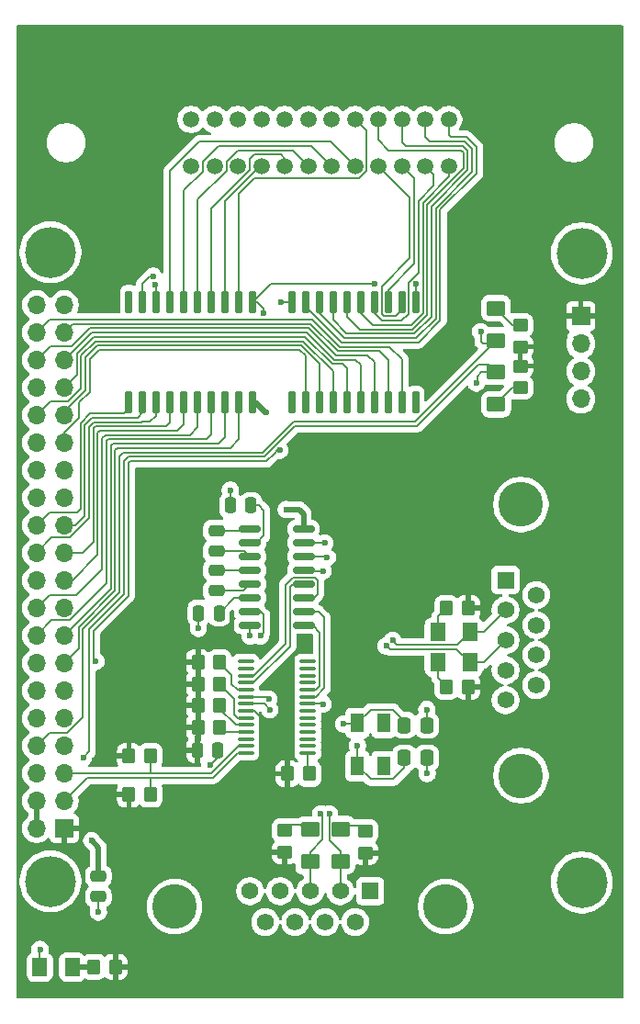
<source format=gbr>
%TF.GenerationSoftware,KiCad,Pcbnew,9.0.0*%
%TF.CreationDate,2025-04-07T11:56:21-06:00*%
%TF.ProjectId,Senior Capstone,53656e69-6f72-4204-9361-7073746f6e65,4*%
%TF.SameCoordinates,Original*%
%TF.FileFunction,Copper,L1,Top*%
%TF.FilePolarity,Positive*%
%FSLAX46Y46*%
G04 Gerber Fmt 4.6, Leading zero omitted, Abs format (unit mm)*
G04 Created by KiCad (PCBNEW 9.0.0) date 2025-04-07 11:56:21*
%MOMM*%
%LPD*%
G01*
G04 APERTURE LIST*
G04 Aperture macros list*
%AMRoundRect*
0 Rectangle with rounded corners*
0 $1 Rounding radius*
0 $2 $3 $4 $5 $6 $7 $8 $9 X,Y pos of 4 corners*
0 Add a 4 corners polygon primitive as box body*
4,1,4,$2,$3,$4,$5,$6,$7,$8,$9,$2,$3,0*
0 Add four circle primitives for the rounded corners*
1,1,$1+$1,$2,$3*
1,1,$1+$1,$4,$5*
1,1,$1+$1,$6,$7*
1,1,$1+$1,$8,$9*
0 Add four rect primitives between the rounded corners*
20,1,$1+$1,$2,$3,$4,$5,0*
20,1,$1+$1,$4,$5,$6,$7,0*
20,1,$1+$1,$6,$7,$8,$9,0*
20,1,$1+$1,$8,$9,$2,$3,0*%
G04 Aperture macros list end*
%TA.AperFunction,ComponentPad*%
%ADD10C,3.100000*%
%TD*%
%TA.AperFunction,ConnectorPad*%
%ADD11C,4.700000*%
%TD*%
%TA.AperFunction,SMDPad,CuDef*%
%ADD12RoundRect,0.250000X-0.250000X-0.475000X0.250000X-0.475000X0.250000X0.475000X-0.250000X0.475000X0*%
%TD*%
%TA.AperFunction,SMDPad,CuDef*%
%ADD13RoundRect,0.250000X-0.350000X-0.450000X0.350000X-0.450000X0.350000X0.450000X-0.350000X0.450000X0*%
%TD*%
%TA.AperFunction,SMDPad,CuDef*%
%ADD14RoundRect,0.250000X0.475000X-0.250000X0.475000X0.250000X-0.475000X0.250000X-0.475000X-0.250000X0*%
%TD*%
%TA.AperFunction,SMDPad,CuDef*%
%ADD15RoundRect,0.250001X-0.462499X-0.624999X0.462499X-0.624999X0.462499X0.624999X-0.462499X0.624999X0*%
%TD*%
%TA.AperFunction,SMDPad,CuDef*%
%ADD16RoundRect,0.100000X-0.637500X-0.100000X0.637500X-0.100000X0.637500X0.100000X-0.637500X0.100000X0*%
%TD*%
%TA.AperFunction,SMDPad,CuDef*%
%ADD17RoundRect,0.250000X0.250000X0.475000X-0.250000X0.475000X-0.250000X-0.475000X0.250000X-0.475000X0*%
%TD*%
%TA.AperFunction,SMDPad,CuDef*%
%ADD18RoundRect,0.250001X0.462499X0.624999X-0.462499X0.624999X-0.462499X-0.624999X0.462499X-0.624999X0*%
%TD*%
%TA.AperFunction,ComponentPad*%
%ADD19R,1.575000X1.575000*%
%TD*%
%TA.AperFunction,ComponentPad*%
%ADD20C,1.575000*%
%TD*%
%TA.AperFunction,ComponentPad*%
%ADD21C,4.116000*%
%TD*%
%TA.AperFunction,ComponentPad*%
%ADD22R,1.700000X1.700000*%
%TD*%
%TA.AperFunction,ComponentPad*%
%ADD23O,1.700000X1.700000*%
%TD*%
%TA.AperFunction,SMDPad,CuDef*%
%ADD24RoundRect,0.250000X0.350000X0.450000X-0.350000X0.450000X-0.350000X-0.450000X0.350000X-0.450000X0*%
%TD*%
%TA.AperFunction,SMDPad,CuDef*%
%ADD25RoundRect,0.150000X-0.825000X-0.150000X0.825000X-0.150000X0.825000X0.150000X-0.825000X0.150000X0*%
%TD*%
%TA.AperFunction,SMDPad,CuDef*%
%ADD26RoundRect,0.075000X-0.225000X0.955000X-0.225000X-0.955000X0.225000X-0.955000X0.225000X0.955000X0*%
%TD*%
%TA.AperFunction,SMDPad,CuDef*%
%ADD27RoundRect,0.250000X-0.450000X0.350000X-0.450000X-0.350000X0.450000X-0.350000X0.450000X0.350000X0*%
%TD*%
%TA.AperFunction,SMDPad,CuDef*%
%ADD28RoundRect,0.250001X0.624999X-0.462499X0.624999X0.462499X-0.624999X0.462499X-0.624999X-0.462499X0*%
%TD*%
%TA.AperFunction,SMDPad,CuDef*%
%ADD29RoundRect,0.250000X0.450000X-0.350000X0.450000X0.350000X-0.450000X0.350000X-0.450000X-0.350000X0*%
%TD*%
%TA.AperFunction,ComponentPad*%
%ADD30C,1.498600*%
%TD*%
%TA.AperFunction,SMDPad,CuDef*%
%ADD31RoundRect,0.250000X-0.337500X-0.475000X0.337500X-0.475000X0.337500X0.475000X-0.337500X0.475000X0*%
%TD*%
%TA.AperFunction,SMDPad,CuDef*%
%ADD32R,1.200000X1.800000*%
%TD*%
%TA.AperFunction,SMDPad,CuDef*%
%ADD33RoundRect,0.250000X-0.475000X0.250000X-0.475000X-0.250000X0.475000X-0.250000X0.475000X0.250000X0*%
%TD*%
%TA.AperFunction,SMDPad,CuDef*%
%ADD34RoundRect,0.250001X-0.624999X0.462499X-0.624999X-0.462499X0.624999X-0.462499X0.624999X0.462499X0*%
%TD*%
%TA.AperFunction,ViaPad*%
%ADD35C,0.600000*%
%TD*%
%TA.AperFunction,Conductor*%
%ADD36C,0.200000*%
%TD*%
%TA.AperFunction,Conductor*%
%ADD37C,0.500000*%
%TD*%
G04 APERTURE END LIST*
D10*
%TO.P,H4,1*%
%TO.N,N/C*%
X171763300Y-64700050D03*
D11*
X171763300Y-64700050D03*
%TD*%
D10*
%TO.P,H2,1*%
%TO.N,N/C*%
X122763300Y-64600050D03*
D11*
X122763300Y-64600050D03*
%TD*%
D12*
%TO.P,C6,1*%
%TO.N,+3V3*%
X136288300Y-110500050D03*
%TO.P,C6,2*%
%TO.N,GND*%
X138188300Y-110500050D03*
%TD*%
D13*
%TO.P,R5,1*%
%TO.N,+3V3*%
X136363300Y-108400050D03*
%TO.P,R5,2*%
%TO.N,Net-(U2-A1{slash}SI)*%
X138363300Y-108400050D03*
%TD*%
%TO.P,R2,1*%
%TO.N,+3V3*%
X144638300Y-112675050D03*
%TO.P,R2,2*%
%TO.N,Net-(U2-~{IRQ})*%
X146638300Y-112675050D03*
%TD*%
D14*
%TO.P,C1,1*%
%TO.N,Net-(U1-C1-)*%
X138050300Y-92154450D03*
%TO.P,C1,2*%
%TO.N,Net-(U1-C1+)*%
X138050300Y-90254450D03*
%TD*%
D13*
%TO.P,R3,1*%
%TO.N,+3V3*%
X136363300Y-104400050D03*
%TO.P,R3,2*%
%TO.N,Net-(U2-I2C{slash}~{SPI})*%
X138363300Y-104400050D03*
%TD*%
D15*
%TO.P,D1,1,K*%
%TO.N,GND*%
X121780000Y-130508450D03*
%TO.P,D1,2,A*%
%TO.N,Net-(D1-A)*%
X124755000Y-130508450D03*
%TD*%
D16*
%TO.P,U2,1,~{RTSA}*%
%TO.N,unconnected-(U2-~{RTSA}-Pad1)*%
X140763300Y-102325050D03*
%TO.P,U2,2,~{CTSA}*%
%TO.N,unconnected-(U2-~{CTSA}-Pad2)*%
X140763300Y-102975050D03*
%TO.P,U2,3,TXA*%
%TO.N,/TXA1*%
X140763300Y-103625050D03*
%TO.P,U2,4,RXA*%
%TO.N,/RXA1*%
X140763300Y-104275050D03*
%TO.P,U2,5,~{RESET}*%
%TO.N,Net-(U2-~{RESET})*%
X140763300Y-104925050D03*
%TO.P,U2,6,XTAL1*%
%TO.N,Net-(U2-XTAL1)*%
X140763300Y-105575050D03*
%TO.P,U2,7,XTAL2*%
%TO.N,Net-(U2-XTAL2)*%
X140763300Y-106225050D03*
%TO.P,U2,8,VDD*%
%TO.N,+3V3*%
X140763300Y-106875050D03*
%TO.P,U2,9,I2C/~{SPI}*%
%TO.N,Net-(U2-I2C{slash}~{SPI})*%
X140763300Y-107525050D03*
%TO.P,U2,10,A0/~{CS}*%
%TO.N,Net-(U2-A0{slash}~{CS})*%
X140763300Y-108175050D03*
%TO.P,U2,11,A1/SI*%
%TO.N,Net-(U2-A1{slash}SI)*%
X140763300Y-108825050D03*
%TO.P,U2,12,n.c./SO*%
%TO.N,unconnected-(U2-n.c.{slash}SO-Pad12)*%
X140763300Y-109475050D03*
%TO.P,U2,13,SCL/SCLK*%
%TO.N,/GPIO3{slash}SCL1*%
X140763300Y-110125050D03*
%TO.P,U2,14,SDA/VSS*%
%TO.N,/GPIO2{slash}SDA1*%
X140763300Y-110775050D03*
%TO.P,U2,15,~{IRQ}*%
%TO.N,Net-(U2-~{IRQ})*%
X146488300Y-110775050D03*
%TO.P,U2,16,~{CTSB}*%
%TO.N,unconnected-(U2-~{CTSB}-Pad16)*%
X146488300Y-110125050D03*
%TO.P,U2,17,~{RTSB}*%
%TO.N,unconnected-(U2-~{RTSB}-Pad17)*%
X146488300Y-109475050D03*
%TO.P,U2,18,GPIO0/~{DSRB}*%
%TO.N,unconnected-(U2-GPIO0{slash}~{DSRB}-Pad18)*%
X146488300Y-108825050D03*
%TO.P,U2,19,GPIO1/~{DTRB}*%
%TO.N,unconnected-(U2-GPIO1{slash}~{DTRB}-Pad19)*%
X146488300Y-108175050D03*
%TO.P,U2,20,GPIO2/~{CDB}*%
%TO.N,unconnected-(U2-GPIO2{slash}~{CDB}-Pad20)*%
X146488300Y-107525050D03*
%TO.P,U2,21,GPIO3/~{RIB}*%
%TO.N,unconnected-(U2-GPIO3{slash}~{RIB}-Pad21)*%
X146488300Y-106875050D03*
%TO.P,U2,22,VSS*%
%TO.N,GND*%
X146488300Y-106225050D03*
%TO.P,U2,23,TXB*%
%TO.N,/TXB1*%
X146488300Y-105575050D03*
%TO.P,U2,24,RXB*%
%TO.N,/RXB1*%
X146488300Y-104925050D03*
%TO.P,U2,25,GPIO4/~{DSRA}*%
%TO.N,unconnected-(U2-GPIO4{slash}~{DSRA}-Pad25)*%
X146488300Y-104275050D03*
%TO.P,U2,26,GPIO5/~{DTRA}*%
%TO.N,unconnected-(U2-GPIO5{slash}~{DTRA}-Pad26)*%
X146488300Y-103625050D03*
%TO.P,U2,27,GPIO6/~{CDA}*%
%TO.N,unconnected-(U2-GPIO6{slash}~{CDA}-Pad27)*%
X146488300Y-102975050D03*
%TO.P,U2,28,GPIO7/~{RIA}*%
%TO.N,unconnected-(U2-GPIO7{slash}~{RIA}-Pad28)*%
X146488300Y-102325050D03*
%TD*%
D17*
%TO.P,C4,1*%
%TO.N,Net-(U1-VS+)*%
X141260900Y-87938050D03*
%TO.P,C4,2*%
%TO.N,GND*%
X139360900Y-87938050D03*
%TD*%
%TO.P,C3,1*%
%TO.N,Net-(U1-VS-)*%
X138314500Y-97869450D03*
%TO.P,C3,2*%
%TO.N,GND*%
X136414500Y-97869450D03*
%TD*%
D18*
%TO.P,D3,1,K*%
%TO.N,/RX1*%
X161450800Y-102400050D03*
%TO.P,D3,2,A*%
%TO.N,Net-(D3-A)*%
X158475800Y-102400050D03*
%TD*%
D19*
%TO.P,J2,01,01*%
%TO.N,unconnected-(J2-Pad01)*%
X164723300Y-94815050D03*
D20*
%TO.P,J2,02,02*%
%TO.N,/TX1*%
X164723300Y-97585050D03*
%TO.P,J2,03,03*%
%TO.N,/RX1*%
X164723300Y-100355050D03*
%TO.P,J2,04,04*%
%TO.N,unconnected-(J2-Pad04)*%
X164723300Y-103125050D03*
%TO.P,J2,05,05*%
%TO.N,GND*%
X164723300Y-105895050D03*
%TO.P,J2,06,06*%
%TO.N,unconnected-(J2-Pad06)*%
X167563300Y-96200050D03*
%TO.P,J2,07,07*%
%TO.N,unconnected-(J2-Pad07)*%
X167563300Y-98970050D03*
%TO.P,J2,08,08*%
%TO.N,unconnected-(J2-Pad08)*%
X167563300Y-101740050D03*
%TO.P,J2,09,09*%
%TO.N,unconnected-(J2-Pad09)*%
X167563300Y-104510050D03*
D21*
%TO.P,J2,S1,SHIELD*%
%TO.N,GND*%
X166143300Y-112850050D03*
%TO.P,J2,S2,SHIELD*%
X166143300Y-87860050D03*
%TD*%
D22*
%TO.P,J4,1,Pin_1*%
%TO.N,+3V3*%
X171663300Y-70500050D03*
D23*
%TO.P,J4,2,Pin_2*%
%TO.N,/GPIO14{slash}TXD0*%
X171663300Y-73040050D03*
%TO.P,J4,3,Pin_3*%
%TO.N,/GPIO15{slash}RXD0*%
X171663300Y-75580050D03*
%TO.P,J4,4,Pin_4*%
%TO.N,GND*%
X171663300Y-78120050D03*
%TD*%
D13*
%TO.P,R14,1*%
%TO.N,+3V3*%
X130000000Y-114604800D03*
%TO.P,R14,2*%
%TO.N,/GPIO2{slash}SDA1*%
X132000000Y-114604800D03*
%TD*%
D18*
%TO.P,D2,1,K*%
%TO.N,/TX1*%
X161450800Y-99600050D03*
%TO.P,D2,2,A*%
%TO.N,Net-(D2-A)*%
X158475800Y-99600050D03*
%TD*%
D24*
%TO.P,R4,1*%
%TO.N,+3V3*%
X128759500Y-130483050D03*
%TO.P,R4,2*%
%TO.N,Net-(D1-A)*%
X126759500Y-130483050D03*
%TD*%
D13*
%TO.P,R13,1*%
%TO.N,+3V3*%
X130000000Y-111048800D03*
%TO.P,R13,2*%
%TO.N,/GPIO3{slash}SCL1*%
X132000000Y-111048800D03*
%TD*%
D10*
%TO.P,H3,1*%
%TO.N,N/C*%
X171763300Y-122700050D03*
D11*
X171763300Y-122700050D03*
%TD*%
D19*
%TO.P,J3,01,01*%
%TO.N,unconnected-(J3-Pad01)*%
X152249050Y-123502550D03*
D20*
%TO.P,J3,02,02*%
%TO.N,/TX2*%
X149479050Y-123502550D03*
%TO.P,J3,03,03*%
%TO.N,/RX2*%
X146709050Y-123502550D03*
%TO.P,J3,04,04*%
%TO.N,unconnected-(J3-Pad04)*%
X143939050Y-123502550D03*
%TO.P,J3,05,05*%
%TO.N,GND*%
X141169050Y-123502550D03*
%TO.P,J3,06,06*%
%TO.N,unconnected-(J3-Pad06)*%
X150864050Y-126342550D03*
%TO.P,J3,07,07*%
%TO.N,unconnected-(J3-Pad07)*%
X148094050Y-126342550D03*
%TO.P,J3,08,08*%
%TO.N,unconnected-(J3-Pad08)*%
X145324050Y-126342550D03*
%TO.P,J3,09,09*%
%TO.N,unconnected-(J3-Pad09)*%
X142554050Y-126342550D03*
D21*
%TO.P,J3,S1,SHIELD*%
%TO.N,GND*%
X134214050Y-124922550D03*
%TO.P,J3,S2,SHIELD*%
X159204050Y-124922550D03*
%TD*%
D25*
%TO.P,U1,1,C1+*%
%TO.N,Net-(U1-C1+)*%
X141150800Y-90105050D03*
%TO.P,U1,2,VS+*%
%TO.N,Net-(U1-VS+)*%
X141150800Y-91375050D03*
%TO.P,U1,3,C1-*%
%TO.N,Net-(U1-C1-)*%
X141150800Y-92645050D03*
%TO.P,U1,4,C2+*%
%TO.N,Net-(U1-C2+)*%
X141150800Y-93915050D03*
%TO.P,U1,5,C2-*%
%TO.N,Net-(U1-C2-)*%
X141150800Y-95185050D03*
%TO.P,U1,6,VS-*%
%TO.N,Net-(U1-VS-)*%
X141150800Y-96455050D03*
%TO.P,U1,7,T2OUT*%
%TO.N,/TX2*%
X141150800Y-97725050D03*
%TO.P,U1,8,R2IN*%
%TO.N,/RX2*%
X141150800Y-98995050D03*
%TO.P,U1,9,R2OUT*%
%TO.N,/RXB1*%
X146100800Y-98995050D03*
%TO.P,U1,10,T2IN*%
%TO.N,/TXB1*%
X146100800Y-97725050D03*
%TO.P,U1,11,T1IN*%
%TO.N,/TXA1*%
X146100800Y-96455050D03*
%TO.P,U1,12,R1OUT*%
%TO.N,/RXA1*%
X146100800Y-95185050D03*
%TO.P,U1,13,R1IN*%
%TO.N,/RX1*%
X146100800Y-93915050D03*
%TO.P,U1,14,T1OUT*%
%TO.N,/TX1*%
X146100800Y-92645050D03*
%TO.P,U1,15,GND*%
%TO.N,GND*%
X146100800Y-91375050D03*
%TO.P,U1,16,VCC*%
%TO.N,+5V*%
X146100800Y-90105050D03*
%TD*%
D26*
%TO.P,U3,1,TE*%
%TO.N,TE*%
X156428300Y-69160050D03*
%TO.P,U3,2,B1*%
%TO.N,/GPIB/DIO4*%
X155158300Y-69160050D03*
%TO.P,U3,3,B2*%
%TO.N,/GPIB/DIO3*%
X153888300Y-69160050D03*
%TO.P,U3,4,B3*%
%TO.N,/GPIB/DIO2*%
X152618300Y-69160050D03*
%TO.P,U3,5,B4*%
%TO.N,/GPIB/DIO1*%
X151348300Y-69160050D03*
%TO.P,U3,6,B5*%
%TO.N,/GPIB/DIO8*%
X150078300Y-69160050D03*
%TO.P,U3,7,B6*%
%TO.N,/GPIB/DIO7*%
X148808300Y-69160050D03*
%TO.P,U3,8,B7*%
%TO.N,/GPIB/DIO6*%
X147538300Y-69160050D03*
%TO.P,U3,9,B8*%
%TO.N,/GPIB/DIO5*%
X146268300Y-69160050D03*
%TO.P,U3,10,GND*%
%TO.N,GND*%
X144998300Y-69160050D03*
%TO.P,U3,11,PE*%
%TO.N,PE*%
X144998300Y-78440050D03*
%TO.P,U3,12,D8*%
%TO.N,GPIB_DIO8*%
X146268300Y-78440050D03*
%TO.P,U3,13,D7*%
%TO.N,GPIB_DIO7*%
X147538300Y-78440050D03*
%TO.P,U3,14,D6*%
%TO.N,GPIB_DIO6*%
X148808300Y-78440050D03*
%TO.P,U3,15,D5*%
%TO.N,GPIB_DIO5*%
X150078300Y-78440050D03*
%TO.P,U3,16,D4*%
%TO.N,GPIB_DIO4*%
X151348300Y-78440050D03*
%TO.P,U3,17,D3*%
%TO.N,GPIB_DIO3*%
X152618300Y-78440050D03*
%TO.P,U3,18,D2*%
%TO.N,GPIB_DIO2*%
X153888300Y-78440050D03*
%TO.P,U3,19,D1*%
%TO.N,GPIB_DIO1*%
X155158300Y-78440050D03*
%TO.P,U3,20,VCC*%
%TO.N,+5V*%
X156428300Y-78440050D03*
%TD*%
D27*
%TO.P,R12,1*%
%TO.N,+3V3*%
X166074500Y-75087650D03*
%TO.P,R12,2*%
%TO.N,Net-(D7-A)*%
X166074500Y-77087650D03*
%TD*%
D26*
%TO.P,U4,1,TE*%
%TO.N,TE*%
X141428300Y-69160050D03*
%TO.P,U4,2,REN*%
%TO.N,/GPIB/REN*%
X140158300Y-69160050D03*
%TO.P,U4,3,IFC*%
%TO.N,/GPIB/IFC*%
X138888300Y-69160050D03*
%TO.P,U4,4,NDAC*%
%TO.N,/GPIB/NDAC*%
X137618300Y-69160050D03*
%TO.P,U4,5,NRFD*%
%TO.N,/GPIB/NFRD*%
X136348300Y-69160050D03*
%TO.P,U4,6,DAV*%
%TO.N,/GPIB/DAV*%
X135078300Y-69160050D03*
%TO.P,U4,7,EOI*%
%TO.N,/GPIB/EOI*%
X133808300Y-69160050D03*
%TO.P,U4,8,ATN*%
%TO.N,/GPIB/ATN*%
X132538300Y-69160050D03*
%TO.P,U4,9,SRQ*%
%TO.N,/GPIB/SRQ*%
X131268300Y-69160050D03*
%TO.P,U4,10,GND*%
%TO.N,GND*%
X129998300Y-69160050D03*
%TO.P,U4,11,DC*%
%TO.N,DC*%
X129998300Y-78440050D03*
%TO.P,U4,12,SRQ*%
%TO.N,GPIB_SRQ*%
X131268300Y-78440050D03*
%TO.P,U4,13,ATN*%
%TO.N,GPIB_ATN*%
X132538300Y-78440050D03*
%TO.P,U4,14,EOI*%
%TO.N,GPIB_EOI*%
X133808300Y-78440050D03*
%TO.P,U4,15,DAV*%
%TO.N,GPIB_DAV*%
X135078300Y-78440050D03*
%TO.P,U4,16,NRFD*%
%TO.N,GPIB_NRFD*%
X136348300Y-78440050D03*
%TO.P,U4,17,NDAC*%
%TO.N,GPIB_NDAC*%
X137618300Y-78440050D03*
%TO.P,U4,18,IFC*%
%TO.N,GPIB_IFC*%
X138888300Y-78440050D03*
%TO.P,U4,19,REN*%
%TO.N,GPIB_REN*%
X140158300Y-78440050D03*
%TO.P,U4,20,VCC*%
%TO.N,+5V*%
X141428300Y-78440050D03*
%TD*%
D13*
%TO.P,R6,1*%
%TO.N,+3V3*%
X136363300Y-106400050D03*
%TO.P,R6,2*%
%TO.N,Net-(U2-A0{slash}~{CS})*%
X138363300Y-106400050D03*
%TD*%
D28*
%TO.P,D6,1,K*%
%TO.N,/GPIO14{slash}TXD0*%
X163831300Y-72737750D03*
%TO.P,D6,2,A*%
%TO.N,Net-(D6-A)*%
X163831300Y-69762750D03*
%TD*%
D29*
%TO.P,R10,1*%
%TO.N,+3V3*%
X144374900Y-119900650D03*
%TO.P,R10,2*%
%TO.N,Net-(D5-A)*%
X144374900Y-117900650D03*
%TD*%
D10*
%TO.P,H1,1*%
%TO.N,N/C*%
X122763300Y-122600050D03*
D11*
X122763300Y-122600050D03*
%TD*%
D24*
%TO.P,R7,1*%
%TO.N,+3V3*%
X161275300Y-97386850D03*
%TO.P,R7,2*%
%TO.N,Net-(D2-A)*%
X159275300Y-97386850D03*
%TD*%
D28*
%TO.P,D4,1,K*%
%TO.N,/TX2*%
X149513300Y-120737550D03*
%TO.P,D4,2,A*%
%TO.N,Net-(D4-A)*%
X149513300Y-117762550D03*
%TD*%
D30*
%TO.P,J6,1,DIO1*%
%TO.N,/GPIB/DIO1*%
X159488399Y-56650050D03*
%TO.P,J6,2,DIO2*%
%TO.N,/GPIB/DIO2*%
X157328401Y-56650050D03*
%TO.P,J6,3,DIO3*%
%TO.N,/GPIB/DIO3*%
X155168400Y-56650050D03*
%TO.P,J6,4,DIO4*%
%TO.N,/GPIB/DIO4*%
X153008399Y-56650050D03*
%TO.P,J6,5,EOI*%
%TO.N,/GPIB/EOI*%
X150848401Y-56650050D03*
%TO.P,J6,6,DAV*%
%TO.N,/GPIB/DAV*%
X148688400Y-56650050D03*
%TO.P,J6,7,NRFD*%
%TO.N,/GPIB/NFRD*%
X146528400Y-56650050D03*
%TO.P,J6,8,NDAC*%
%TO.N,/GPIB/NDAC*%
X144368399Y-56650050D03*
%TO.P,J6,9,IFC*%
%TO.N,/GPIB/IFC*%
X142208401Y-56650050D03*
%TO.P,J6,10,SRQ*%
%TO.N,/GPIB/SRQ*%
X140048400Y-56650050D03*
%TO.P,J6,11,ATN*%
%TO.N,/GPIB/ATN*%
X137888399Y-56650050D03*
%TO.P,J6,12,SHLD*%
%TO.N,GND*%
X135728401Y-56650050D03*
%TO.P,J6,13,DIO5*%
%TO.N,/GPIB/DIO5*%
X159488399Y-52360051D03*
%TO.P,J6,14,DIO6*%
%TO.N,/GPIB/DIO6*%
X157328401Y-52360051D03*
%TO.P,J6,15,DIO7*%
%TO.N,/GPIB/DIO7*%
X155168400Y-52360051D03*
%TO.P,J6,16,DIO8*%
%TO.N,/GPIB/DIO8*%
X153008399Y-52360051D03*
%TO.P,J6,17,REN*%
%TO.N,/GPIB/REN*%
X150848401Y-52360051D03*
%TO.P,J6,18,GND*%
%TO.N,GND*%
X148688400Y-52360051D03*
%TO.P,J6,19,GND*%
X146528400Y-52360051D03*
%TO.P,J6,20,GND*%
X144368399Y-52360051D03*
%TO.P,J6,21,GND*%
X142208401Y-52360051D03*
%TO.P,J6,22,GND*%
X140048400Y-52360051D03*
%TO.P,J6,23,GND*%
X137888399Y-52360051D03*
%TO.P,J6,24,GND*%
X135728401Y-52360051D03*
%TD*%
D31*
%TO.P,C7,1*%
%TO.N,Net-(U2-XTAL1)*%
X155401100Y-108204000D03*
%TO.P,C7,2*%
%TO.N,GND*%
X157476100Y-108204000D03*
%TD*%
D22*
%TO.P,J1,1,Pin_1*%
%TO.N,+3V3*%
X124029500Y-117706850D03*
D23*
%TO.P,J1,2,Pin_2*%
%TO.N,+5V*%
X121489500Y-117706850D03*
%TO.P,J1,3,Pin_3*%
%TO.N,/GPIO2{slash}SDA1*%
X124029500Y-115166850D03*
%TO.P,J1,4,Pin_4*%
%TO.N,+5V*%
X121489500Y-115166850D03*
%TO.P,J1,5,Pin_5*%
%TO.N,/GPIO3{slash}SCL1*%
X124029500Y-112626850D03*
%TO.P,J1,6,Pin_6*%
%TO.N,GND*%
X121489500Y-112626850D03*
%TO.P,J1,7,Pin_7*%
%TO.N,/GPIO4{slash}GPCLK0*%
X124029500Y-110086850D03*
%TO.P,J1,8,Pin_8*%
%TO.N,/GPIO14{slash}TXD0*%
X121489500Y-110086850D03*
%TO.P,J1,9,Pin_9*%
%TO.N,GND*%
X124029500Y-107546850D03*
%TO.P,J1,10,Pin_10*%
%TO.N,/GPIO15{slash}RXD0*%
X121489500Y-107546850D03*
%TO.P,J1,11,Pin_11*%
%TO.N,/GPIO17*%
X124029500Y-105006850D03*
%TO.P,J1,12,Pin_12*%
%TO.N,TE*%
X121489500Y-105006850D03*
%TO.P,J1,13,Pin_13*%
%TO.N,GPIB_REN*%
X124029500Y-102466850D03*
%TO.P,J1,14,Pin_14*%
%TO.N,GND*%
X121489500Y-102466850D03*
%TO.P,J1,15,Pin_15*%
%TO.N,GPIB_IFC*%
X124029500Y-99926850D03*
%TO.P,J1,16,Pin_16*%
%TO.N,GPIB_NDAC*%
X121489500Y-99926850D03*
%TO.P,J1,17,Pin_17*%
%TO.N,+3V3*%
X124029500Y-97386850D03*
%TO.P,J1,18,Pin_18*%
%TO.N,GPIB_NRFD*%
X121489500Y-97386850D03*
%TO.P,J1,19,Pin_19*%
%TO.N,GPIB_DAV*%
X124029500Y-94846850D03*
%TO.P,J1,20,Pin_20*%
%TO.N,GND*%
X121489500Y-94846850D03*
%TO.P,J1,21,Pin_21*%
%TO.N,GPIB_EOI*%
X124029500Y-92306850D03*
%TO.P,J1,22,Pin_22*%
%TO.N,GPIB_ATN*%
X121489500Y-92306850D03*
%TO.P,J1,23,Pin_23*%
%TO.N,GPIB_SRQ*%
X124029500Y-89766850D03*
%TO.P,J1,24,Pin_24*%
%TO.N,DC*%
X121489500Y-89766850D03*
%TO.P,J1,25,Pin_25*%
%TO.N,GND*%
X124029500Y-87226850D03*
%TO.P,J1,26,Pin_26*%
%TO.N,/GPIO7{slash}SPI0.CE1*%
X121489500Y-87226850D03*
%TO.P,J1,27,Pin_27*%
%TO.N,/ID_SDA*%
X124029500Y-84686850D03*
%TO.P,J1,28,Pin_28*%
%TO.N,/ID_SCL*%
X121489500Y-84686850D03*
%TO.P,J1,29,Pin_29*%
%TO.N,GPIB_DIO8*%
X124029500Y-82146850D03*
%TO.P,J1,30,Pin_30*%
%TO.N,GND*%
X121489500Y-82146850D03*
%TO.P,J1,31,Pin_31*%
%TO.N,GPIB_DIO7*%
X124029500Y-79606850D03*
%TO.P,J1,32,Pin_32*%
%TO.N,GPIB_DIO6*%
X121489500Y-79606850D03*
%TO.P,J1,33,Pin_33*%
%TO.N,GPIB_DIO5*%
X124029500Y-77066850D03*
%TO.P,J1,34,Pin_34*%
%TO.N,GND*%
X121489500Y-77066850D03*
%TO.P,J1,35,Pin_35*%
%TO.N,GPIB_DIO4*%
X124029500Y-74526850D03*
%TO.P,J1,36,Pin_36*%
%TO.N,GPIB_DIO3*%
X121489500Y-74526850D03*
%TO.P,J1,37,Pin_37*%
%TO.N,GPIB_DIO2*%
X124029500Y-71986850D03*
%TO.P,J1,38,Pin_38*%
%TO.N,GPIB_DIO1*%
X121489500Y-71986850D03*
%TO.P,J1,39,Pin_39*%
%TO.N,GND*%
X124029500Y-69446850D03*
%TO.P,J1,40,Pin_40*%
%TO.N,/GPIO21{slash}PCM.DOUT*%
X121489500Y-69446850D03*
%TD*%
D24*
%TO.P,R8,1*%
%TO.N,+3V3*%
X161275300Y-104651250D03*
%TO.P,R8,2*%
%TO.N,Net-(D3-A)*%
X159275300Y-104651250D03*
%TD*%
D28*
%TO.P,D5,1,K*%
%TO.N,/RX2*%
X146713300Y-120787550D03*
%TO.P,D5,2,A*%
%TO.N,Net-(D5-A)*%
X146713300Y-117812550D03*
%TD*%
D32*
%TO.P,Y1,1,1*%
%TO.N,Net-(U2-XTAL1)*%
X151073000Y-107982000D03*
%TO.P,Y1,2,2*%
%TO.N,Net-(U2-XTAL2)*%
X151073000Y-111982000D03*
%TO.P,Y1,3*%
%TO.N,N/C*%
X153473000Y-111982000D03*
%TO.P,Y1,4*%
X153473000Y-107982000D03*
%TD*%
D29*
%TO.P,R9,1*%
%TO.N,+3V3*%
X151791700Y-119965750D03*
%TO.P,R9,2*%
%TO.N,Net-(D4-A)*%
X151791700Y-117965750D03*
%TD*%
D14*
%TO.P,C2,1*%
%TO.N,Net-(U1-C2-)*%
X138075700Y-95807050D03*
%TO.P,C2,2*%
%TO.N,Net-(U1-C2+)*%
X138075700Y-93907050D03*
%TD*%
D13*
%TO.P,R1,1*%
%TO.N,+3V3*%
X136363300Y-102400050D03*
%TO.P,R1,2*%
%TO.N,Net-(U2-~{RESET})*%
X138363300Y-102400050D03*
%TD*%
D33*
%TO.P,C5,1*%
%TO.N,+5V*%
X127177800Y-122113000D03*
%TO.P,C5,2*%
%TO.N,GND*%
X127177800Y-124013000D03*
%TD*%
D34*
%TO.P,D7,1,K*%
%TO.N,/GPIO15{slash}RXD0*%
X163856700Y-75644450D03*
%TO.P,D7,2,A*%
%TO.N,Net-(D7-A)*%
X163856700Y-78619450D03*
%TD*%
D29*
%TO.P,R11,1*%
%TO.N,+3V3*%
X166074500Y-73307650D03*
%TO.P,R11,2*%
%TO.N,Net-(D6-A)*%
X166074500Y-71307650D03*
%TD*%
D31*
%TO.P,C8,1*%
%TO.N,Net-(U2-XTAL2)*%
X155401100Y-111214000D03*
%TO.P,C8,2*%
%TO.N,GND*%
X157476100Y-111214000D03*
%TD*%
D35*
%TO.N,GND*%
X157471400Y-106752950D03*
X121793000Y-128879600D03*
X147888300Y-106250050D03*
X137492825Y-111889625D03*
X157496800Y-112645750D03*
X127177800Y-125425200D03*
X130007900Y-69167450D03*
X136399300Y-99263200D03*
X148040800Y-91389200D03*
X143992600Y-69164200D03*
X139344400Y-86537800D03*
%TO.N,/GPIO14{slash}TXD0*%
X162433000Y-71907400D03*
%TO.N,/GPIO15{slash}RXD0*%
X162026600Y-76657200D03*
X125806200Y-111175800D03*
%TO.N,+3V3*%
X129438400Y-100355400D03*
%TO.N,TE*%
X126951300Y-102311200D03*
X142443200Y-70197050D03*
X152687300Y-67491050D03*
X143925715Y-82838715D03*
X156500300Y-67512627D03*
%TO.N,/RX1*%
X153715110Y-100895834D03*
X147885581Y-93986781D03*
%TO.N,+5V*%
X156428300Y-78440050D03*
X144498449Y-88315599D03*
X126568200Y-118846600D03*
X142669649Y-79356301D03*
%TO.N,/TX1*%
X154315719Y-100367371D03*
X148285200Y-92735400D03*
%TO.N,/RX2*%
X141173200Y-99974400D03*
X147688397Y-116357400D03*
%TO.N,/TX2*%
X142113000Y-99974400D03*
X148488400Y-116357400D03*
%TO.N,/GPIB/SRQ*%
X132240581Y-66797061D03*
%TO.N,/GPIB/ATN*%
X132399194Y-67581182D03*
%TO.N,Net-(U2-XTAL1)*%
X142876300Y-105794250D03*
X149809200Y-108077000D03*
%TO.N,Net-(U2-XTAL2)*%
X142985435Y-106751915D03*
X151073000Y-110080350D03*
%TD*%
D36*
%TO.N,GPIB_DIO1*%
X155158300Y-74439050D02*
X154030700Y-73311450D01*
X154030700Y-73311450D02*
X149408776Y-73311450D01*
X149408776Y-73311450D02*
X146894376Y-70797050D01*
X146894376Y-70797050D02*
X122679300Y-70797050D01*
X122679300Y-70797050D02*
X121489500Y-71986850D01*
X155158300Y-78440050D02*
X155158300Y-74439050D01*
%TO.N,GND*%
X129998300Y-69160050D02*
X130000500Y-69160050D01*
X138188300Y-110500050D02*
X138188300Y-111194150D01*
X157476100Y-111214000D02*
X157476100Y-112625050D01*
X138188300Y-111194150D02*
X137492825Y-111889625D01*
X139360900Y-87938050D02*
X139360900Y-86554300D01*
X157476100Y-106757650D02*
X157471400Y-106752950D01*
X127177800Y-124013000D02*
X127177800Y-125425200D01*
X147863300Y-106225050D02*
X147888300Y-106250050D01*
X146488300Y-106225050D02*
X147863300Y-106225050D01*
X144998300Y-69163050D02*
X144998300Y-69160050D01*
X121780000Y-128892600D02*
X121780000Y-130508450D01*
X157476100Y-108204000D02*
X157476100Y-106757650D01*
X121793000Y-128879600D02*
X121780000Y-128892600D01*
X148040800Y-91389200D02*
X146114950Y-91389200D01*
X139360900Y-86554300D02*
X139344400Y-86537800D01*
X136414500Y-97869450D02*
X136414500Y-99248000D01*
X130000500Y-69160050D02*
X130007900Y-69167450D01*
X144997150Y-69164200D02*
X144998300Y-69163050D01*
X157476100Y-112625050D02*
X157496800Y-112645750D01*
X146114950Y-91389200D02*
X146100800Y-91375050D01*
X136414500Y-99248000D02*
X136399300Y-99263200D01*
X143992600Y-69164200D02*
X144997150Y-69164200D01*
%TO.N,GPIB_DIO7*%
X127054600Y-73203050D02*
X145897776Y-73203050D01*
X147538300Y-74843574D02*
X147538300Y-78440050D01*
X125982500Y-77308710D02*
X125982500Y-74275150D01*
X124029500Y-79261710D02*
X125982500Y-77308710D01*
X125982500Y-74275150D02*
X127054600Y-73203050D01*
X124029500Y-79606850D02*
X124029500Y-79261710D01*
X145897776Y-73203050D02*
X147538300Y-74843574D01*
%TO.N,GPIB_DIO5*%
X150078300Y-75302650D02*
X150078300Y-78440050D01*
X124029500Y-77066850D02*
X125180500Y-75915850D01*
X148744376Y-74915450D02*
X149691100Y-74915450D01*
X146229976Y-72401050D02*
X148744376Y-74915450D01*
X125180500Y-75915850D02*
X125180500Y-73942950D01*
X149691100Y-74915450D02*
X150078300Y-75302650D01*
X125180500Y-73942950D02*
X126722400Y-72401050D01*
X126722400Y-72401050D02*
X146229976Y-72401050D01*
%TO.N,GPIB_DIO6*%
X124374060Y-78350050D02*
X125581500Y-77142610D01*
X126888500Y-72802050D02*
X146063876Y-72802050D01*
X122746300Y-78350050D02*
X124374060Y-78350050D01*
X125581500Y-77142610D02*
X125581500Y-74109050D01*
X148808300Y-75546474D02*
X148808300Y-78440050D01*
X121489500Y-79606850D02*
X122746300Y-78350050D01*
X146063876Y-72802050D02*
X148808300Y-75546474D01*
X125581500Y-74109050D02*
X126888500Y-72802050D01*
%TO.N,/GPIO3{slash}SCL1*%
X132000000Y-112597650D02*
X132029200Y-112626850D01*
X140763300Y-110125050D02*
X140105930Y-110125050D01*
X140105930Y-110125050D02*
X137604130Y-112626850D01*
X132029200Y-112626850D02*
X124029500Y-112626850D01*
X132000000Y-111048800D02*
X132000000Y-112597650D01*
X137604130Y-112626850D02*
X132029200Y-112626850D01*
%TO.N,GPIB_DIO8*%
X126383500Y-77474810D02*
X126383500Y-74441250D01*
X145731676Y-73604050D02*
X146268300Y-74140674D01*
X126383500Y-74441250D02*
X127220700Y-73604050D01*
X146268300Y-74140674D02*
X146268300Y-78440050D01*
X124029500Y-82146850D02*
X124029500Y-81234610D01*
X124029500Y-81234610D02*
X125397780Y-79866330D01*
X125397780Y-78460530D02*
X126383500Y-77474810D01*
X125397780Y-79866330D02*
X125397780Y-78460530D01*
X127220700Y-73604050D02*
X145731676Y-73604050D01*
%TO.N,/GPIO14{slash}TXD0*%
X164162400Y-72406650D02*
X163831300Y-72737750D01*
X162433000Y-71907400D02*
X162458400Y-71932800D01*
X129125850Y-83421350D02*
X129125850Y-95984600D01*
X162458400Y-72872600D02*
X162636200Y-73050400D01*
X163831300Y-72750874D02*
X156394374Y-80187800D01*
X156394374Y-80187800D02*
X145161000Y-80187800D01*
X162636200Y-73050400D02*
X163518650Y-73050400D01*
X122640500Y-108935850D02*
X121489500Y-110086850D01*
X163831300Y-72737750D02*
X163831300Y-72750874D01*
X125751300Y-107452810D02*
X124268260Y-108935850D01*
X145161000Y-80187800D02*
X142291750Y-83057050D01*
X129125850Y-95984600D02*
X125751300Y-99359150D01*
X163518650Y-73050400D02*
X163831300Y-72737750D01*
X171663300Y-73040050D02*
X171029900Y-72406650D01*
X162458400Y-71932800D02*
X162458400Y-72872600D01*
X125751300Y-99359150D02*
X125751300Y-107452810D01*
X142291750Y-83057050D02*
X129490150Y-83057050D01*
X124268260Y-108935850D02*
X122640500Y-108935850D01*
X129490150Y-83057050D02*
X129125850Y-83421350D01*
%TO.N,GPIB_DIO2*%
X124029500Y-71986850D02*
X124818300Y-71198050D01*
X153888300Y-74548950D02*
X153888300Y-78440050D01*
X149242676Y-73712450D02*
X153051800Y-73712450D01*
X124818300Y-71198050D02*
X146728276Y-71198050D01*
X146728276Y-71198050D02*
X149242676Y-73712450D01*
X153051800Y-73712450D02*
X153888300Y-74548950D01*
%TO.N,GPIB_DIO3*%
X152618300Y-74743850D02*
X152618300Y-78440050D01*
X146562176Y-71599050D02*
X149076576Y-74113450D01*
X124709200Y-73280050D02*
X126390200Y-71599050D01*
X149076576Y-74113450D02*
X151987900Y-74113450D01*
X122736300Y-73280050D02*
X124709200Y-73280050D01*
X126390200Y-71599050D02*
X146562176Y-71599050D01*
X151987900Y-74113450D02*
X152618300Y-74743850D01*
X121489500Y-74526850D02*
X122736300Y-73280050D01*
%TO.N,/GPIO15{slash}RXD0*%
X145327100Y-80588800D02*
X156560474Y-80588800D01*
X129526850Y-83858550D02*
X129927350Y-83458050D01*
X162102800Y-76581000D02*
X162102800Y-76047600D01*
X161504824Y-75644450D02*
X161515350Y-75644450D01*
X142457850Y-83458050D02*
X145327100Y-80588800D01*
X162026600Y-76657200D02*
X162102800Y-76581000D01*
X161515350Y-75644450D02*
X162052000Y-75107800D01*
X126351300Y-110630700D02*
X126351300Y-99326250D01*
X126351300Y-99326250D02*
X129526850Y-96150700D01*
X125806200Y-111175800D02*
X126351300Y-110630700D01*
X162102800Y-76047600D02*
X162505950Y-75644450D01*
X156560474Y-80588800D02*
X161504824Y-75644450D01*
X129927350Y-83458050D02*
X142457850Y-83458050D01*
X164200900Y-75988650D02*
X163856700Y-75644450D01*
X162128200Y-75031600D02*
X162052000Y-75107800D01*
X162179000Y-74980800D02*
X162052000Y-75107800D01*
X129526850Y-96150700D02*
X129526850Y-83858550D01*
X163193050Y-74980800D02*
X162179000Y-74980800D01*
X163856700Y-75644450D02*
X163193050Y-74980800D01*
X171663300Y-75580050D02*
X171254700Y-75988650D01*
X162505950Y-75644450D02*
X163856700Y-75644450D01*
%TO.N,/GPIO2{slash}SDA1*%
X137753300Y-113040050D02*
X132105400Y-113040050D01*
X126156300Y-113040050D02*
X124029500Y-115166850D01*
X132105400Y-113040050D02*
X126156300Y-113040050D01*
X131962400Y-114604800D02*
X131962400Y-113183050D01*
X131962400Y-113183050D02*
X132105400Y-113040050D01*
X137770230Y-113027850D02*
X140023030Y-110775050D01*
X137765500Y-113027850D02*
X137753300Y-113040050D01*
X137770230Y-113027850D02*
X137765500Y-113027850D01*
X140763300Y-110775050D02*
X140023030Y-110775050D01*
%TO.N,+3V3*%
X141569500Y-106875050D02*
X142190500Y-107496050D01*
X140763300Y-106875050D02*
X141569500Y-106875050D01*
%TO.N,GPIB_DIO4*%
X146396076Y-72000050D02*
X148910476Y-74514450D01*
X124029500Y-74526850D02*
X126556300Y-72000050D01*
X150876400Y-74514450D02*
X151348300Y-74986350D01*
X126556300Y-72000050D02*
X146396076Y-72000050D01*
X148910476Y-74514450D02*
X150876400Y-74514450D01*
X151348300Y-74986350D02*
X151348300Y-78440050D01*
%TO.N,TE*%
X126752300Y-102112200D02*
X126752300Y-99517200D01*
X141804050Y-69160050D02*
X141428300Y-69160050D01*
X130093450Y-83859050D02*
X131876800Y-83859050D01*
X142683550Y-83859050D02*
X143383000Y-83159600D01*
X142443200Y-69799200D02*
X141804050Y-69160050D01*
X156500300Y-69088050D02*
X156428300Y-69160050D01*
X126951300Y-102311200D02*
X126752300Y-102112200D01*
X129927850Y-96316800D02*
X129927850Y-84886800D01*
X141428300Y-69160050D02*
X143097300Y-67491050D01*
X143703885Y-82838715D02*
X143925715Y-82838715D01*
X143383000Y-83159600D02*
X143703885Y-82838715D01*
X156500300Y-67512627D02*
X156500300Y-69088050D01*
X129927850Y-84024650D02*
X130093450Y-83859050D01*
X142443200Y-70197050D02*
X142443200Y-69799200D01*
X129927850Y-84886800D02*
X129927850Y-84024650D01*
X126752300Y-99492350D02*
X129927850Y-96316800D01*
X131876800Y-83859050D02*
X142683550Y-83859050D01*
X143097300Y-67491050D02*
X152687300Y-67491050D01*
X126752300Y-99517200D02*
X126752300Y-99492350D01*
%TO.N,GPIB_ATN*%
X131172124Y-80250050D02*
X131173124Y-80249050D01*
X126318850Y-89105260D02*
X126318850Y-80675800D01*
X126744600Y-80250050D02*
X131172124Y-80250050D01*
X121489500Y-92306850D02*
X122878500Y-90917850D01*
X131173124Y-80249050D02*
X131947100Y-80249050D01*
X131947100Y-80249050D02*
X132538300Y-79657850D01*
X122878500Y-90917850D02*
X124506260Y-90917850D01*
X126318850Y-80675800D02*
X126744600Y-80250050D01*
X124506260Y-90917850D02*
X126318850Y-89105260D01*
X132538300Y-79657850D02*
X132538300Y-78440050D01*
%TO.N,Net-(U1-C1+)*%
X141001400Y-90254450D02*
X141150800Y-90105050D01*
X138050300Y-90254450D02*
X141001400Y-90254450D01*
%TO.N,Net-(U1-C1-)*%
X138050300Y-92154450D02*
X140660200Y-92154450D01*
X140660200Y-92154450D02*
X141150800Y-92645050D01*
%TO.N,Net-(U1-C2+)*%
X141142800Y-93907050D02*
X141150800Y-93915050D01*
X138075700Y-93907050D02*
X141142800Y-93907050D01*
%TO.N,Net-(U1-C2-)*%
X140528800Y-95807050D02*
X141150800Y-95185050D01*
X138075700Y-95807050D02*
X140528800Y-95807050D01*
%TO.N,Net-(U1-VS-)*%
X138314500Y-97869450D02*
X139728900Y-96455050D01*
X139728900Y-96455050D02*
X141150800Y-96455050D01*
D37*
%TO.N,Net-(U1-VS+)*%
X141709900Y-91375050D02*
X141150800Y-91375050D01*
D36*
X142426800Y-88402950D02*
X141961900Y-87938050D01*
X142426800Y-90724350D02*
X142426800Y-88402950D01*
X141150800Y-91375050D02*
X141776100Y-91375050D01*
X141776100Y-91375050D02*
X142426800Y-90724350D01*
X141961900Y-87938050D02*
X141260900Y-87938050D01*
%TO.N,/RX1*%
X164723300Y-100355050D02*
X164723300Y-100376500D01*
X147885581Y-93986781D02*
X146172531Y-93986781D01*
X153715110Y-100895834D02*
X153769046Y-100895834D01*
X146172531Y-93986781D02*
X146100800Y-93915050D01*
X162699750Y-102400050D02*
X161450800Y-102400050D01*
X153769046Y-100895834D02*
X154050262Y-101177050D01*
X164723300Y-100376500D02*
X162699750Y-102400050D01*
X147014868Y-93915050D02*
X146100800Y-93915050D01*
X154050262Y-101177050D02*
X160227800Y-101177050D01*
X160227800Y-101177050D02*
X161450800Y-102400050D01*
D37*
%TO.N,+5V*%
X127177800Y-119456200D02*
X127177800Y-122113000D01*
X141684100Y-78440050D02*
X141428300Y-78440050D01*
X142669649Y-79356301D02*
X142600351Y-79356301D01*
X144498449Y-88315599D02*
X145694199Y-88315599D01*
X145694199Y-88315599D02*
X146100800Y-88722200D01*
X121489500Y-117706850D02*
X121489500Y-115166850D01*
X146100800Y-88722200D02*
X146100800Y-90105050D01*
X126568200Y-118846600D02*
X127177800Y-119456200D01*
X142600351Y-79356301D02*
X141684100Y-78440050D01*
D36*
%TO.N,/TX1*%
X160274800Y-100776050D02*
X154649450Y-100776050D01*
X154649450Y-100776050D02*
X154315719Y-100442319D01*
X148285200Y-92735400D02*
X148194850Y-92645050D01*
X164723300Y-97585050D02*
X162708300Y-99600050D01*
X161450800Y-99600050D02*
X160274800Y-100776050D01*
X154315719Y-100442319D02*
X154315719Y-100367371D01*
X162708300Y-99600050D02*
X161450800Y-99600050D01*
X148194850Y-92645050D02*
X146100800Y-92645050D01*
%TO.N,/RX2*%
X147828000Y-116497003D02*
X147688397Y-116357400D01*
X146713300Y-119886210D02*
X147828000Y-118771510D01*
X147828000Y-118771510D02*
X147828000Y-116497003D01*
X141173200Y-99974400D02*
X141173200Y-99017450D01*
X146713300Y-120787550D02*
X146713300Y-119886210D01*
X146709050Y-123502550D02*
X146709050Y-120791800D01*
X141173200Y-99017450D02*
X141150800Y-98995050D01*
X146709050Y-120791800D02*
X146713300Y-120787550D01*
%TO.N,/TX2*%
X149513300Y-119836210D02*
X148488400Y-118811310D01*
X149513300Y-120737550D02*
X149513300Y-119836210D01*
X149479050Y-120771800D02*
X149513300Y-120737550D01*
X142426800Y-99660600D02*
X142113000Y-99974400D01*
X149479050Y-123502550D02*
X149479050Y-120771800D01*
X148488400Y-118811310D02*
X148488400Y-116357400D01*
X142426800Y-98026051D02*
X142426800Y-99660600D01*
X141150800Y-97725050D02*
X142125799Y-97725050D01*
X142125799Y-97725050D02*
X142426800Y-98026051D01*
%TO.N,/TXA1*%
X147376800Y-96154049D02*
X147075799Y-96455050D01*
X147075799Y-96455050D02*
X146100800Y-96455050D01*
X147376800Y-94844082D02*
X147376800Y-96154049D01*
X144423800Y-95245082D02*
X145084832Y-94584050D01*
X145084832Y-94584050D02*
X147116768Y-94584050D01*
X144423800Y-100702049D02*
X144423800Y-95245082D01*
X140763300Y-103625050D02*
X141500799Y-103625050D01*
X141500799Y-103625050D02*
X144423800Y-100702049D01*
X147116768Y-94584050D02*
X147376800Y-94844082D01*
%TO.N,/RXA1*%
X141500799Y-104275050D02*
X144824800Y-100951049D01*
X144824800Y-95486051D02*
X145125801Y-95185050D01*
X140763300Y-104275050D02*
X141500799Y-104275050D01*
X144824800Y-100951049D02*
X144824800Y-95486051D01*
X145125801Y-95185050D02*
X146100800Y-95185050D01*
%TO.N,/RXB1*%
X146948300Y-98995050D02*
X146100800Y-98995050D01*
X146488300Y-104925050D02*
X147225799Y-104925050D01*
X147600700Y-99647450D02*
X146948300Y-98995050D01*
X147600700Y-104550149D02*
X147600700Y-99647450D01*
X147225799Y-104925050D02*
X147600700Y-104550149D01*
%TO.N,/TXB1*%
X147225799Y-105575050D02*
X148007100Y-104793749D01*
X147456300Y-97725050D02*
X146100800Y-97725050D01*
X146488300Y-105575050D02*
X147225799Y-105575050D01*
X148007100Y-98275850D02*
X147456300Y-97725050D01*
X148007100Y-104793749D02*
X148007100Y-98275850D01*
%TO.N,GPIB_SRQ*%
X131268300Y-79353050D02*
X131268300Y-78440050D01*
X126578500Y-79849050D02*
X130772300Y-79849050D01*
X124029500Y-89766850D02*
X125090160Y-89766850D01*
X125917850Y-88939160D02*
X125917850Y-80509700D01*
X125090160Y-89766850D02*
X125917850Y-88939160D01*
X125917850Y-80509700D02*
X126578500Y-79849050D01*
X130772300Y-79849050D02*
X131268300Y-79353050D01*
%TO.N,GPIB_IFC*%
X138888300Y-78440050D02*
X138888300Y-81613650D01*
X128488300Y-82255050D02*
X138246900Y-82255050D01*
X128488300Y-82255050D02*
X128323850Y-82419500D01*
X138888300Y-81613650D02*
X138246900Y-82255050D01*
X128323850Y-82419500D02*
X128323850Y-95632500D01*
X128323850Y-95632500D02*
X124029500Y-99926850D01*
%TO.N,DC*%
X129998300Y-78946650D02*
X129998300Y-78440050D01*
X126411400Y-79449050D02*
X129495900Y-79449050D01*
X125516850Y-80343600D02*
X126411400Y-79449050D01*
X121489500Y-89766850D02*
X122640500Y-88615850D01*
X125516850Y-88279500D02*
X125516850Y-80343600D01*
X129495900Y-79449050D02*
X129998300Y-78946650D01*
X125180500Y-88615850D02*
X125516850Y-88279500D01*
X122640500Y-88615850D02*
X125180500Y-88615850D01*
%TO.N,GPIB_DAV*%
X127120850Y-81252500D02*
X127321300Y-81052050D01*
X127321300Y-81052050D02*
X131504324Y-81052050D01*
X131505324Y-81051050D02*
X134482300Y-81051050D01*
X134482300Y-81051050D02*
X135078300Y-80455050D01*
X124791500Y-94846850D02*
X127120850Y-92517500D01*
X131504324Y-81052050D02*
X131505324Y-81051050D01*
X124029500Y-94846850D02*
X124791500Y-94846850D01*
X135078300Y-80455050D02*
X135078300Y-78440050D01*
X127120850Y-92517500D02*
X127120850Y-81252500D01*
%TO.N,GPIB_NRFD*%
X125155100Y-96235850D02*
X127521850Y-93869100D01*
X127521850Y-81741500D02*
X127810300Y-81453050D01*
X127810300Y-81453050D02*
X135620300Y-81453050D01*
X127521850Y-93869100D02*
X127521850Y-81741500D01*
X122640500Y-96235850D02*
X125155100Y-96235850D01*
X121489500Y-97386850D02*
X122640500Y-96235850D01*
X136348300Y-80725050D02*
X136348300Y-78440050D01*
X135620300Y-81453050D02*
X136348300Y-80725050D01*
%TO.N,GPIB_REN*%
X128724850Y-95818500D02*
X128724850Y-82870050D01*
X128724850Y-82870050D02*
X128938850Y-82656050D01*
X125350300Y-101146050D02*
X125350300Y-99195100D01*
X125348250Y-99195100D02*
X128724850Y-95818500D01*
X140158300Y-81842250D02*
X140158300Y-78440050D01*
X124029500Y-102466850D02*
X125350300Y-101146050D01*
X128938850Y-82656050D02*
X139344500Y-82656050D01*
X125350300Y-99195100D02*
X125348250Y-99195100D01*
X139344500Y-82656050D02*
X140158300Y-81842250D01*
%TO.N,GPIB_EOI*%
X131339224Y-80650050D02*
X133443300Y-80650050D01*
X124029500Y-92306850D02*
X125723150Y-92306850D01*
X131338224Y-80651050D02*
X131339224Y-80650050D01*
X133443300Y-80650050D02*
X133808300Y-80285050D01*
X125723150Y-92306850D02*
X126719850Y-91310150D01*
X133808300Y-80285050D02*
X133808300Y-78440050D01*
X126719850Y-91310150D02*
X126719850Y-80841900D01*
X126910700Y-80651050D02*
X131338224Y-80651050D01*
X126719850Y-80841900D02*
X126910700Y-80651050D01*
%TO.N,GPIB_NDAC*%
X137618300Y-81355050D02*
X137119300Y-81854050D01*
X128059300Y-81854050D02*
X127922850Y-81990500D01*
X128059300Y-81854050D02*
X137119300Y-81854050D01*
X127922850Y-81990500D02*
X127922850Y-95121260D01*
X127922850Y-95121260D02*
X124506260Y-98537850D01*
X122878500Y-98537850D02*
X121489500Y-99926850D01*
X124506260Y-98537850D02*
X122878500Y-98537850D01*
X137618300Y-78440050D02*
X137618300Y-81355050D01*
%TO.N,/GPIB/DIO2*%
X158090900Y-58466850D02*
X158090900Y-57412549D01*
X155147100Y-70892050D02*
X155759300Y-70279850D01*
X155759300Y-70279850D02*
X155759300Y-67405100D01*
X155759300Y-67405100D02*
X156699300Y-66465100D01*
X152618300Y-70190049D02*
X153320301Y-70892050D01*
X156699300Y-59858450D02*
X158090900Y-58466850D01*
X152618300Y-69160050D02*
X152618300Y-70190049D01*
X156699300Y-66465100D02*
X156699300Y-59858450D01*
X158090900Y-57412549D02*
X157328401Y-56650050D01*
X153320301Y-70892050D02*
X155147100Y-70892050D01*
%TO.N,/GPIB/DIO7*%
X157902300Y-70534074D02*
X157902300Y-60356750D01*
X157902300Y-60356750D02*
X161244500Y-57014550D01*
X156327924Y-72108450D02*
X157902300Y-70534074D01*
X161244500Y-55242850D02*
X160798100Y-54796450D01*
X150128100Y-72108450D02*
X156327924Y-72108450D01*
X155168400Y-54455350D02*
X155168400Y-52360051D01*
X150082700Y-72063050D02*
X150128100Y-72108450D01*
X155509500Y-54796450D02*
X155168400Y-54455350D01*
X148808300Y-70806850D02*
X150064500Y-72063050D01*
X150064500Y-72063050D02*
X150082700Y-72063050D01*
X161244500Y-57014550D02*
X161244500Y-55242850D01*
X148808300Y-69160050D02*
X148808300Y-70806850D01*
X160798100Y-54796450D02*
X155509500Y-54796450D01*
%TO.N,/GPIB/SRQ*%
X131268300Y-67475250D02*
X131268300Y-69160050D01*
X132240581Y-66797061D02*
X131946489Y-66797061D01*
X131946489Y-66797061D02*
X131268300Y-67475250D01*
%TO.N,/GPIB/ATN*%
X132538300Y-69160050D02*
X132538300Y-67720288D01*
X132538300Y-67720288D02*
X132399194Y-67581182D01*
%TO.N,/GPIB/NDAC*%
X144368399Y-55952949D02*
X144368399Y-56650050D01*
X141158101Y-56001249D02*
X141559600Y-55599750D01*
X144015200Y-55599750D02*
X144368399Y-55952949D01*
X137618500Y-60577700D02*
X141158101Y-57038099D01*
X141559600Y-55599750D02*
X144015200Y-55599750D01*
X137618500Y-69159850D02*
X137618500Y-60577700D01*
X141158101Y-57038099D02*
X141158101Y-56001249D01*
X137618300Y-69160050D02*
X137618500Y-69159850D01*
%TO.N,/GPIB/EOI*%
X136496352Y-54396750D02*
X147002200Y-54396750D01*
X133808300Y-57084802D02*
X136496352Y-54396750D01*
X147015500Y-54410050D02*
X148608401Y-54410050D01*
X148608401Y-54410050D02*
X150848401Y-56650050D01*
X133808300Y-69160050D02*
X133808300Y-57084802D01*
X147002200Y-54396750D02*
X147015500Y-54410050D01*
%TO.N,/GPIB/DIO8*%
X153008399Y-54245749D02*
X153008399Y-52360051D01*
X150078300Y-69160050D02*
X150078300Y-70527450D01*
X153960100Y-55197450D02*
X153008399Y-54245749D01*
X157501300Y-60190650D02*
X160843500Y-56848450D01*
X157501300Y-70367974D02*
X157501300Y-60190650D01*
X150078300Y-70527450D02*
X151258300Y-71707450D01*
X156161824Y-71707450D02*
X157501300Y-70367974D01*
X160843500Y-56848450D02*
X160843500Y-55408950D01*
X160632000Y-55197450D02*
X153960100Y-55197450D01*
X151258300Y-71707450D02*
X156161824Y-71707450D01*
X160843500Y-55408950D02*
X160632000Y-55197450D01*
%TO.N,/GPIB/DIO6*%
X161645500Y-55076750D02*
X160964200Y-54395450D01*
X149857701Y-72509450D02*
X156494024Y-72509450D01*
X157328401Y-53952351D02*
X157328401Y-52360051D01*
X160964200Y-54395450D02*
X157771500Y-54395450D01*
X147538300Y-69160050D02*
X147538300Y-70190049D01*
X147538300Y-70190049D02*
X149857701Y-72509450D01*
X158303300Y-70700174D02*
X158303300Y-60522850D01*
X156494024Y-72509450D02*
X158303300Y-70700174D01*
X157771500Y-54395450D02*
X157328401Y-53952351D01*
X158303300Y-60522850D02*
X161645500Y-57180650D01*
X161645500Y-57180650D02*
X161645500Y-55076750D01*
%TO.N,/GPIB/DIO4*%
X153290300Y-68044226D02*
X153287300Y-68047226D01*
X155897300Y-59538951D02*
X155897300Y-65134993D01*
X155158300Y-69915650D02*
X155158300Y-69160050D01*
X154271124Y-70491050D02*
X154582900Y-70491050D01*
X153008399Y-56650050D02*
X155897300Y-59538951D01*
X155897300Y-65134993D02*
X153290300Y-67741993D01*
X153505476Y-70491050D02*
X154271124Y-70491050D01*
X154582900Y-70491050D02*
X155158300Y-69915650D01*
X153287300Y-68047226D02*
X153287300Y-70272874D01*
X153290300Y-67741993D02*
X153290300Y-68044226D01*
X153287300Y-70272874D02*
X153505476Y-70491050D01*
%TO.N,/GPIB/REN*%
X151898701Y-57085099D02*
X151898701Y-53410351D01*
X141597500Y-57737450D02*
X151246350Y-57737450D01*
X140158300Y-69160050D02*
X140158300Y-59176650D01*
X151246350Y-57737450D02*
X151898701Y-57085099D01*
X140158300Y-59176650D02*
X141597500Y-57737450D01*
X151898701Y-53410351D02*
X150848401Y-52360051D01*
%TO.N,/GPIB/IFC*%
X138888300Y-69160050D02*
X138888300Y-59879550D01*
X138888300Y-59879550D02*
X141559101Y-57208749D01*
X141559101Y-57208749D02*
X141559101Y-57200449D01*
X141559101Y-57200449D02*
X142109500Y-56650050D01*
X142109500Y-56650050D02*
X142208401Y-56650050D01*
%TO.N,/GPIB/DIO3*%
X153898600Y-69149750D02*
X153898600Y-68072000D01*
X156298300Y-57779950D02*
X155168400Y-56650050D01*
X153888300Y-69160050D02*
X153898600Y-69149750D01*
X156298300Y-65672300D02*
X156298300Y-57779950D01*
X153898600Y-68072000D02*
X156298300Y-65672300D01*
%TO.N,/GPIB/DIO5*%
X146268300Y-69603874D02*
X146268300Y-69160050D01*
X162046500Y-54910650D02*
X162046500Y-57346750D01*
X149574876Y-72910450D02*
X146268300Y-69603874D01*
X156675900Y-72910450D02*
X149574876Y-72910450D01*
X159665900Y-53994450D02*
X161130300Y-53994450D01*
X158704300Y-70882050D02*
X156675900Y-72910450D01*
X162046500Y-57346750D02*
X158704300Y-60688950D01*
X161130300Y-53994450D02*
X162046500Y-54910650D01*
X159488399Y-52360051D02*
X159488399Y-53816949D01*
X159488399Y-53816949D02*
X159665900Y-53994450D01*
X158704300Y-60688950D02*
X158704300Y-70882050D01*
%TO.N,/GPIB/NFRD*%
X138998100Y-57089900D02*
X138998100Y-56215001D01*
X140014351Y-55198750D02*
X145077100Y-55198750D01*
X145077100Y-55198750D02*
X146528400Y-56650050D01*
X138998100Y-56215001D02*
X140014351Y-55198750D01*
X136348300Y-59739700D02*
X138998100Y-57089900D01*
X136348300Y-69160050D02*
X136348300Y-59739700D01*
%TO.N,/GPIB/DAV*%
X135078300Y-69160050D02*
X135078300Y-58901500D01*
X135078300Y-58901500D02*
X136838099Y-57141701D01*
X146836100Y-54797750D02*
X148688400Y-56650050D01*
X136838099Y-56215001D02*
X138255350Y-54797750D01*
X136838099Y-57141701D02*
X136838099Y-56215001D01*
X138255350Y-54797750D02*
X146836100Y-54797750D01*
%TO.N,/GPIB/DIO1*%
X157100300Y-70201874D02*
X157100300Y-60024550D01*
X159488399Y-57636451D02*
X159488399Y-56650050D01*
X157100300Y-60024550D02*
X159488399Y-57636451D01*
X156009124Y-71293050D02*
X157100300Y-70201874D01*
X151348300Y-69160050D02*
X151348300Y-70190049D01*
X152451301Y-71293050D02*
X156009124Y-71293050D01*
X151348300Y-70190049D02*
X152451301Y-71293050D01*
%TO.N,Net-(U2-~{RESET})*%
X139472700Y-103584450D02*
X139472700Y-104384450D01*
X138363300Y-102475050D02*
X139472700Y-103584450D01*
X138363300Y-102400050D02*
X138363300Y-102475050D01*
X139472700Y-104384450D02*
X140013300Y-104925050D01*
X140013300Y-104925050D02*
X140763300Y-104925050D01*
%TO.N,Net-(U2-~{IRQ})*%
X146638300Y-112675050D02*
X146488300Y-112525050D01*
X146488300Y-112525050D02*
X146488300Y-110775050D01*
%TO.N,Net-(U2-I2C{slash}~{SPI})*%
X139724800Y-107224049D02*
X140025801Y-107525050D01*
X140025801Y-107525050D02*
X140763300Y-107525050D01*
X139724800Y-105761550D02*
X139724800Y-107224049D01*
X138363300Y-104400050D02*
X139724800Y-105761550D01*
%TO.N,Net-(U2-A1{slash}SI)*%
X138788300Y-108825050D02*
X140763300Y-108825050D01*
X138363300Y-108400050D02*
X138788300Y-108825050D01*
%TO.N,Net-(U2-A0{slash}~{CS})*%
X138363300Y-106400050D02*
X138363300Y-106700050D01*
X139838300Y-108175050D02*
X140763300Y-108175050D01*
X138363300Y-106700050D02*
X139838300Y-108175050D01*
%TO.N,Net-(U2-XTAL1)*%
X142712368Y-105575050D02*
X142876300Y-105738982D01*
X154374000Y-106781000D02*
X155401100Y-107808100D01*
X149809200Y-108077000D02*
X150978000Y-108077000D01*
X140763300Y-105575050D02*
X142712368Y-105575050D01*
X142876300Y-105738982D02*
X142876300Y-105794250D01*
X155401100Y-107808100D02*
X155401100Y-108204000D01*
X150978000Y-108077000D02*
X152274000Y-106781000D01*
X152274000Y-106781000D02*
X154374000Y-106781000D01*
%TO.N,Net-(U2-XTAL2)*%
X151073000Y-111982000D02*
X152274000Y-113183000D01*
X142458570Y-106225050D02*
X142985435Y-106751915D01*
X154374000Y-113183000D02*
X155401100Y-112155900D01*
X155401100Y-112155900D02*
X155401100Y-111214000D01*
X140763300Y-106225050D02*
X142458570Y-106225050D01*
X151073000Y-110080350D02*
X151073000Y-111982000D01*
X152274000Y-113183000D02*
X154374000Y-113183000D01*
D37*
%TO.N,Net-(D1-A)*%
X124729600Y-130483050D02*
X126759500Y-130483050D01*
D36*
%TO.N,Net-(D2-A)*%
X158475800Y-98186350D02*
X159275300Y-97386850D01*
X158475800Y-99600050D02*
X158475800Y-98186350D01*
%TO.N,Net-(D3-A)*%
X158475800Y-102400050D02*
X158475800Y-103851750D01*
X158475800Y-103851750D02*
X159275300Y-104651250D01*
%TO.N,Net-(D4-A)*%
X151791700Y-117478250D02*
X150285100Y-117478250D01*
X150285100Y-117478250D02*
X149513300Y-118250050D01*
%TO.N,Net-(D5-A)*%
X145826400Y-117413150D02*
X146713300Y-118300050D01*
X144374900Y-117413150D02*
X145826400Y-117413150D01*
%TO.N,Net-(D6-A)*%
X166074500Y-71307650D02*
X165376200Y-71307650D01*
X165376200Y-71307650D02*
X163831300Y-69762750D01*
%TO.N,Net-(D7-A)*%
X166074500Y-77087650D02*
X165388500Y-77087650D01*
X165388500Y-77087650D02*
X163856700Y-78619450D01*
%TD*%
%TA.AperFunction,Conductor*%
%TO.N,+3V3*%
G36*
X175462295Y-43673885D02*
G01*
X175529325Y-43693598D01*
X175575058Y-43746421D01*
X175586242Y-43797848D01*
X175612763Y-133275513D01*
X175593098Y-133342559D01*
X175540308Y-133388329D01*
X175488763Y-133399550D01*
X119737800Y-133399550D01*
X119670761Y-133379865D01*
X119625006Y-133327061D01*
X119613800Y-133275550D01*
X119613800Y-129833434D01*
X120567000Y-129833434D01*
X120567000Y-131183465D01*
X120577500Y-131286245D01*
X120577501Y-131286246D01*
X120632686Y-131452785D01*
X120632687Y-131452787D01*
X120724786Y-131602101D01*
X120724789Y-131602105D01*
X120848844Y-131726160D01*
X120848848Y-131726163D01*
X120998162Y-131818262D01*
X120998164Y-131818263D01*
X120998166Y-131818264D01*
X121164703Y-131873449D01*
X121267492Y-131883950D01*
X121267497Y-131883950D01*
X122292503Y-131883950D01*
X122292508Y-131883950D01*
X122395297Y-131873449D01*
X122561834Y-131818264D01*
X122711155Y-131726161D01*
X122835211Y-131602105D01*
X122927314Y-131452784D01*
X122982499Y-131286247D01*
X122993000Y-131183458D01*
X122993000Y-129833442D01*
X122992999Y-129833434D01*
X123542000Y-129833434D01*
X123542000Y-131183465D01*
X123552500Y-131286245D01*
X123552501Y-131286246D01*
X123607686Y-131452785D01*
X123607687Y-131452787D01*
X123699786Y-131602101D01*
X123699789Y-131602105D01*
X123823844Y-131726160D01*
X123823848Y-131726163D01*
X123973162Y-131818262D01*
X123973164Y-131818263D01*
X123973166Y-131818264D01*
X124139703Y-131873449D01*
X124242492Y-131883950D01*
X124242497Y-131883950D01*
X125267503Y-131883950D01*
X125267508Y-131883950D01*
X125370297Y-131873449D01*
X125536834Y-131818264D01*
X125686155Y-131726161D01*
X125810211Y-131602105D01*
X125815227Y-131593971D01*
X125867172Y-131547248D01*
X125936134Y-131536024D01*
X125985860Y-131553527D01*
X126090166Y-131617864D01*
X126256703Y-131673049D01*
X126359491Y-131683550D01*
X127159508Y-131683549D01*
X127159516Y-131683548D01*
X127159519Y-131683548D01*
X127215802Y-131677798D01*
X127262297Y-131673049D01*
X127428834Y-131617864D01*
X127578156Y-131525762D01*
X127672175Y-131431742D01*
X127733494Y-131398260D01*
X127803186Y-131403244D01*
X127847534Y-131431745D01*
X127941154Y-131525365D01*
X128090375Y-131617406D01*
X128090380Y-131617408D01*
X128256802Y-131672555D01*
X128256809Y-131672556D01*
X128359519Y-131683049D01*
X128509499Y-131683049D01*
X129009500Y-131683049D01*
X129159472Y-131683049D01*
X129159486Y-131683048D01*
X129262197Y-131672555D01*
X129428619Y-131617408D01*
X129428624Y-131617406D01*
X129577845Y-131525365D01*
X129701815Y-131401395D01*
X129793856Y-131252174D01*
X129793858Y-131252169D01*
X129849005Y-131085747D01*
X129849006Y-131085740D01*
X129859499Y-130983036D01*
X129859500Y-130983023D01*
X129859500Y-130733050D01*
X129009500Y-130733050D01*
X129009500Y-131683049D01*
X128509499Y-131683049D01*
X128509500Y-131683048D01*
X128509500Y-130233050D01*
X129009500Y-130233050D01*
X129859499Y-130233050D01*
X129859499Y-129983078D01*
X129859498Y-129983063D01*
X129849005Y-129880352D01*
X129793858Y-129713930D01*
X129793856Y-129713925D01*
X129701815Y-129564704D01*
X129577845Y-129440734D01*
X129428624Y-129348693D01*
X129428619Y-129348691D01*
X129262197Y-129293544D01*
X129262190Y-129293543D01*
X129159486Y-129283050D01*
X129009500Y-129283050D01*
X129009500Y-130233050D01*
X128509500Y-130233050D01*
X128509500Y-129283050D01*
X128359527Y-129283050D01*
X128359512Y-129283051D01*
X128256802Y-129293544D01*
X128090380Y-129348691D01*
X128090375Y-129348693D01*
X127941157Y-129440732D01*
X127847534Y-129534355D01*
X127786210Y-129567839D01*
X127716519Y-129562855D01*
X127672172Y-129534354D01*
X127578157Y-129440339D01*
X127578156Y-129440338D01*
X127428834Y-129348236D01*
X127262297Y-129293051D01*
X127262295Y-129293050D01*
X127159510Y-129282550D01*
X126359498Y-129282550D01*
X126359480Y-129282551D01*
X126256703Y-129293050D01*
X126256700Y-129293051D01*
X126090168Y-129348235D01*
X126090159Y-129348239D01*
X125959293Y-129428958D01*
X125891901Y-129447398D01*
X125825237Y-129426475D01*
X125806516Y-129411100D01*
X125686155Y-129290739D01*
X125686151Y-129290736D01*
X125536837Y-129198637D01*
X125536835Y-129198636D01*
X125422022Y-129160591D01*
X125370297Y-129143451D01*
X125370295Y-129143450D01*
X125267515Y-129132950D01*
X125267508Y-129132950D01*
X124242492Y-129132950D01*
X124242484Y-129132950D01*
X124139704Y-129143450D01*
X124139703Y-129143451D01*
X123973164Y-129198636D01*
X123973162Y-129198637D01*
X123823848Y-129290736D01*
X123823844Y-129290739D01*
X123699789Y-129414794D01*
X123699786Y-129414798D01*
X123607687Y-129564112D01*
X123607686Y-129564114D01*
X123552501Y-129730653D01*
X123552500Y-129730654D01*
X123542000Y-129833434D01*
X122992999Y-129833434D01*
X122982499Y-129730653D01*
X122927314Y-129564116D01*
X122926536Y-129562855D01*
X122835213Y-129414798D01*
X122835210Y-129414794D01*
X122711155Y-129290739D01*
X122711151Y-129290736D01*
X122620811Y-129235013D01*
X122574086Y-129183065D01*
X122562865Y-129114102D01*
X122564291Y-129105283D01*
X122567133Y-129090999D01*
X122577123Y-129040771D01*
X122593500Y-128958444D01*
X122593500Y-128800755D01*
X122593499Y-128800753D01*
X122562738Y-128646110D01*
X122562737Y-128646103D01*
X122562735Y-128646098D01*
X122502397Y-128500427D01*
X122502390Y-128500414D01*
X122414789Y-128369311D01*
X122414786Y-128369307D01*
X122303292Y-128257813D01*
X122303288Y-128257810D01*
X122172185Y-128170209D01*
X122172172Y-128170202D01*
X122026501Y-128109864D01*
X122026489Y-128109861D01*
X121871845Y-128079100D01*
X121871842Y-128079100D01*
X121714158Y-128079100D01*
X121714155Y-128079100D01*
X121559510Y-128109861D01*
X121559498Y-128109864D01*
X121413827Y-128170202D01*
X121413814Y-128170209D01*
X121282711Y-128257810D01*
X121282707Y-128257813D01*
X121171213Y-128369307D01*
X121171210Y-128369311D01*
X121083609Y-128500414D01*
X121083602Y-128500427D01*
X121023264Y-128646098D01*
X121023261Y-128646110D01*
X120992500Y-128800753D01*
X120992500Y-128958446D01*
X121018866Y-129090999D01*
X121012639Y-129160591D01*
X120969775Y-129215768D01*
X120962347Y-129220728D01*
X120848845Y-129290738D01*
X120724789Y-129414794D01*
X120724786Y-129414798D01*
X120632687Y-129564112D01*
X120632686Y-129564114D01*
X120577501Y-129730653D01*
X120577500Y-129730654D01*
X120567000Y-129833434D01*
X119613800Y-129833434D01*
X119613800Y-122439964D01*
X119912800Y-122439964D01*
X119912800Y-122760135D01*
X119948645Y-123078266D01*
X119948647Y-123078278D01*
X120019889Y-123390412D01*
X120019890Y-123390414D01*
X120125632Y-123692609D01*
X120264543Y-123981060D01*
X120264545Y-123981063D01*
X120434881Y-124252151D01*
X120634498Y-124502463D01*
X120860887Y-124728852D01*
X121111199Y-124928469D01*
X121330451Y-125066234D01*
X121382289Y-125098806D01*
X121398426Y-125106577D01*
X121670742Y-125237718D01*
X121972937Y-125343460D01*
X122285071Y-125414703D01*
X122603215Y-125450549D01*
X122603216Y-125450550D01*
X122603219Y-125450550D01*
X122923384Y-125450550D01*
X122923384Y-125450549D01*
X123241529Y-125414703D01*
X123553663Y-125343460D01*
X123855858Y-125237718D01*
X124144313Y-125098805D01*
X124415401Y-124928469D01*
X124665713Y-124728852D01*
X124892102Y-124502463D01*
X125091719Y-124252151D01*
X125262055Y-123981063D01*
X125400968Y-123692608D01*
X125506710Y-123390413D01*
X125577953Y-123078279D01*
X125613800Y-122760131D01*
X125613800Y-122439969D01*
X125577953Y-122121821D01*
X125506710Y-121809687D01*
X125400968Y-121507492D01*
X125262055Y-121219037D01*
X125091719Y-120947949D01*
X124892102Y-120697637D01*
X124665713Y-120471248D01*
X124415401Y-120271631D01*
X124222861Y-120150650D01*
X124144310Y-120101293D01*
X123855859Y-119962382D01*
X123553664Y-119856640D01*
X123553662Y-119856639D01*
X123312771Y-119801657D01*
X123241529Y-119785397D01*
X123241525Y-119785396D01*
X123241516Y-119785395D01*
X122923385Y-119749550D01*
X122923381Y-119749550D01*
X122603219Y-119749550D01*
X122603214Y-119749550D01*
X122285083Y-119785395D01*
X122285071Y-119785397D01*
X121972937Y-119856639D01*
X121972935Y-119856640D01*
X121670740Y-119962382D01*
X121382289Y-120101293D01*
X121111200Y-120271630D01*
X120860887Y-120471247D01*
X120634497Y-120697637D01*
X120434880Y-120947950D01*
X120264543Y-121219039D01*
X120125632Y-121507490D01*
X120019890Y-121809685D01*
X120019889Y-121809687D01*
X119948647Y-122121821D01*
X119948645Y-122121833D01*
X119912800Y-122439964D01*
X119613800Y-122439964D01*
X119613800Y-69340563D01*
X120139000Y-69340563D01*
X120139000Y-69553137D01*
X120172254Y-69763093D01*
X120237760Y-69964700D01*
X120237944Y-69965264D01*
X120334451Y-70154670D01*
X120459390Y-70326636D01*
X120609713Y-70476959D01*
X120781682Y-70601900D01*
X120790446Y-70606366D01*
X120841242Y-70654341D01*
X120858036Y-70722162D01*
X120835498Y-70788297D01*
X120790446Y-70827334D01*
X120781682Y-70831799D01*
X120609713Y-70956740D01*
X120459390Y-71107063D01*
X120334451Y-71279029D01*
X120237944Y-71468435D01*
X120172253Y-71670610D01*
X120150106Y-71810445D01*
X120139000Y-71880563D01*
X120139000Y-72093137D01*
X120146565Y-72140901D01*
X120151944Y-72174865D01*
X120172254Y-72303093D01*
X120231861Y-72486545D01*
X120237944Y-72505264D01*
X120334451Y-72694670D01*
X120459390Y-72866636D01*
X120609713Y-73016959D01*
X120781682Y-73141900D01*
X120790446Y-73146366D01*
X120841242Y-73194341D01*
X120858036Y-73262162D01*
X120835498Y-73328297D01*
X120790446Y-73367334D01*
X120781682Y-73371799D01*
X120609713Y-73496740D01*
X120459390Y-73647063D01*
X120334451Y-73819029D01*
X120237944Y-74008435D01*
X120172253Y-74210610D01*
X120149018Y-74357310D01*
X120139000Y-74420563D01*
X120139000Y-74633137D01*
X120172254Y-74843093D01*
X120178597Y-74862616D01*
X120237944Y-75045264D01*
X120334451Y-75234670D01*
X120459390Y-75406636D01*
X120609713Y-75556959D01*
X120781682Y-75681900D01*
X120790446Y-75686366D01*
X120841242Y-75734341D01*
X120858036Y-75802162D01*
X120835498Y-75868297D01*
X120790446Y-75907334D01*
X120781682Y-75911799D01*
X120609713Y-76036740D01*
X120459390Y-76187063D01*
X120334451Y-76359029D01*
X120237944Y-76548435D01*
X120172253Y-76750610D01*
X120139000Y-76960563D01*
X120139000Y-77173136D01*
X120169640Y-77366594D01*
X120172254Y-77383093D01*
X120231112Y-77564239D01*
X120237944Y-77585264D01*
X120334451Y-77774670D01*
X120459390Y-77946636D01*
X120609713Y-78096959D01*
X120781682Y-78221900D01*
X120790446Y-78226366D01*
X120841242Y-78274341D01*
X120858036Y-78342162D01*
X120835498Y-78408297D01*
X120790446Y-78447334D01*
X120781682Y-78451799D01*
X120609713Y-78576740D01*
X120459390Y-78727063D01*
X120334451Y-78899029D01*
X120237944Y-79088435D01*
X120172253Y-79290610D01*
X120139000Y-79500563D01*
X120139000Y-79713136D01*
X120171709Y-79919657D01*
X120172254Y-79923093D01*
X120218589Y-80065698D01*
X120237944Y-80125264D01*
X120334451Y-80314670D01*
X120459390Y-80486636D01*
X120609713Y-80636959D01*
X120781682Y-80761900D01*
X120790446Y-80766366D01*
X120841242Y-80814341D01*
X120858036Y-80882162D01*
X120835498Y-80948297D01*
X120790446Y-80987334D01*
X120781682Y-80991799D01*
X120609713Y-81116740D01*
X120459390Y-81267063D01*
X120334451Y-81439029D01*
X120237944Y-81628435D01*
X120172253Y-81830610D01*
X120157889Y-81921304D01*
X120139000Y-82040563D01*
X120139000Y-82253137D01*
X120143246Y-82279945D01*
X120171691Y-82459542D01*
X120172254Y-82463093D01*
X120218433Y-82605218D01*
X120237944Y-82665264D01*
X120334451Y-82854670D01*
X120459390Y-83026636D01*
X120609713Y-83176959D01*
X120781682Y-83301900D01*
X120790446Y-83306366D01*
X120841242Y-83354341D01*
X120858036Y-83422162D01*
X120835498Y-83488297D01*
X120790446Y-83527334D01*
X120781682Y-83531799D01*
X120609713Y-83656740D01*
X120459390Y-83807063D01*
X120334451Y-83979029D01*
X120237944Y-84168435D01*
X120172253Y-84370610D01*
X120156392Y-84470756D01*
X120139000Y-84580563D01*
X120139000Y-84793137D01*
X120149034Y-84856494D01*
X120172253Y-85003089D01*
X120237944Y-85205264D01*
X120334451Y-85394670D01*
X120459390Y-85566636D01*
X120609713Y-85716959D01*
X120781682Y-85841900D01*
X120790446Y-85846366D01*
X120841242Y-85894341D01*
X120858036Y-85962162D01*
X120835498Y-86028297D01*
X120790446Y-86067334D01*
X120781682Y-86071799D01*
X120609713Y-86196740D01*
X120459390Y-86347063D01*
X120334451Y-86519029D01*
X120237944Y-86708435D01*
X120172253Y-86910610D01*
X120149356Y-87055176D01*
X120139000Y-87120563D01*
X120139000Y-87333137D01*
X120149034Y-87396494D01*
X120151906Y-87414625D01*
X120172254Y-87543093D01*
X120192761Y-87606208D01*
X120237944Y-87745264D01*
X120334451Y-87934670D01*
X120459390Y-88106636D01*
X120609713Y-88256959D01*
X120781682Y-88381900D01*
X120790446Y-88386366D01*
X120841242Y-88434341D01*
X120858036Y-88502162D01*
X120835498Y-88568297D01*
X120790446Y-88607334D01*
X120781682Y-88611799D01*
X120609713Y-88736740D01*
X120459390Y-88887063D01*
X120334451Y-89059029D01*
X120237944Y-89248435D01*
X120172253Y-89450610D01*
X120149377Y-89595047D01*
X120139000Y-89660563D01*
X120139000Y-89873137D01*
X120172254Y-90083093D01*
X120219181Y-90227520D01*
X120237944Y-90285264D01*
X120334451Y-90474670D01*
X120459390Y-90646636D01*
X120609713Y-90796959D01*
X120781682Y-90921900D01*
X120790446Y-90926366D01*
X120841242Y-90974341D01*
X120858036Y-91042162D01*
X120835498Y-91108297D01*
X120790446Y-91147334D01*
X120781682Y-91151799D01*
X120609713Y-91276740D01*
X120459390Y-91427063D01*
X120334451Y-91599029D01*
X120237944Y-91788435D01*
X120172253Y-91990610D01*
X120156007Y-92093185D01*
X120139000Y-92200563D01*
X120139000Y-92413137D01*
X120172254Y-92623093D01*
X120234362Y-92814242D01*
X120237944Y-92825264D01*
X120334451Y-93014670D01*
X120459390Y-93186636D01*
X120609713Y-93336959D01*
X120781682Y-93461900D01*
X120790446Y-93466366D01*
X120841242Y-93514341D01*
X120858036Y-93582162D01*
X120835498Y-93648297D01*
X120790446Y-93687334D01*
X120781682Y-93691799D01*
X120609713Y-93816740D01*
X120459390Y-93967063D01*
X120334451Y-94139029D01*
X120237944Y-94328435D01*
X120172253Y-94530610D01*
X120156007Y-94633185D01*
X120139000Y-94740563D01*
X120139000Y-94953137D01*
X120141568Y-94969348D01*
X120169807Y-95147647D01*
X120172254Y-95163093D01*
X120224582Y-95324142D01*
X120237944Y-95365264D01*
X120334451Y-95554670D01*
X120459390Y-95726636D01*
X120609713Y-95876959D01*
X120781682Y-96001900D01*
X120790446Y-96006366D01*
X120841242Y-96054341D01*
X120858036Y-96122162D01*
X120835498Y-96188297D01*
X120790446Y-96227334D01*
X120781682Y-96231799D01*
X120609713Y-96356740D01*
X120459390Y-96507063D01*
X120334451Y-96679029D01*
X120237944Y-96868435D01*
X120172253Y-97070610D01*
X120139000Y-97280563D01*
X120139000Y-97493136D01*
X120169612Y-97686417D01*
X120172254Y-97703093D01*
X120234277Y-97893980D01*
X120237944Y-97905264D01*
X120334451Y-98094670D01*
X120459390Y-98266636D01*
X120609713Y-98416959D01*
X120781682Y-98541900D01*
X120790446Y-98546366D01*
X120841242Y-98594341D01*
X120858036Y-98662162D01*
X120835498Y-98728297D01*
X120790446Y-98767334D01*
X120781682Y-98771799D01*
X120609713Y-98896740D01*
X120459390Y-99047063D01*
X120334451Y-99219029D01*
X120237944Y-99408435D01*
X120172253Y-99610610D01*
X120150684Y-99746794D01*
X120139000Y-99820563D01*
X120139000Y-100033137D01*
X120141832Y-100051017D01*
X120169599Y-100226335D01*
X120172254Y-100243093D01*
X120223870Y-100401951D01*
X120237944Y-100445264D01*
X120334451Y-100634670D01*
X120459390Y-100806636D01*
X120609713Y-100956959D01*
X120781682Y-101081900D01*
X120790446Y-101086366D01*
X120841242Y-101134341D01*
X120858036Y-101202162D01*
X120835498Y-101268297D01*
X120790446Y-101307334D01*
X120781682Y-101311799D01*
X120609713Y-101436740D01*
X120459390Y-101587063D01*
X120334451Y-101759029D01*
X120237944Y-101948435D01*
X120172253Y-102150610D01*
X120150813Y-102285980D01*
X120139000Y-102360563D01*
X120139000Y-102573137D01*
X120143667Y-102602600D01*
X120169984Y-102768766D01*
X120172254Y-102783093D01*
X120221185Y-102933687D01*
X120237944Y-102985264D01*
X120334451Y-103174670D01*
X120459390Y-103346636D01*
X120609713Y-103496959D01*
X120781682Y-103621900D01*
X120790446Y-103626366D01*
X120841242Y-103674341D01*
X120858036Y-103742162D01*
X120835498Y-103808297D01*
X120790446Y-103847334D01*
X120781682Y-103851799D01*
X120609713Y-103976740D01*
X120459390Y-104127063D01*
X120334451Y-104299029D01*
X120237944Y-104488435D01*
X120172253Y-104690610D01*
X120139000Y-104900563D01*
X120139000Y-105113136D01*
X120164172Y-105272069D01*
X120172254Y-105323093D01*
X120235861Y-105518855D01*
X120237944Y-105525264D01*
X120334451Y-105714670D01*
X120459390Y-105886636D01*
X120609713Y-106036959D01*
X120781682Y-106161900D01*
X120790446Y-106166366D01*
X120841242Y-106214341D01*
X120858036Y-106282162D01*
X120835498Y-106348297D01*
X120790446Y-106387334D01*
X120781682Y-106391799D01*
X120609713Y-106516740D01*
X120459390Y-106667063D01*
X120334451Y-106839029D01*
X120237944Y-107028435D01*
X120237943Y-107028437D01*
X120237943Y-107028438D01*
X120217871Y-107090212D01*
X120172253Y-107230610D01*
X120145417Y-107400050D01*
X120139000Y-107440563D01*
X120139000Y-107653137D01*
X120140786Y-107664411D01*
X120163069Y-107805105D01*
X120172254Y-107863093D01*
X120228334Y-108035690D01*
X120237944Y-108065264D01*
X120334451Y-108254670D01*
X120459390Y-108426636D01*
X120609713Y-108576959D01*
X120781682Y-108701900D01*
X120790446Y-108706366D01*
X120841242Y-108754341D01*
X120858036Y-108822162D01*
X120835498Y-108888297D01*
X120790446Y-108927334D01*
X120781682Y-108931799D01*
X120609713Y-109056740D01*
X120459390Y-109207063D01*
X120334451Y-109379029D01*
X120237944Y-109568435D01*
X120172253Y-109770610D01*
X120139000Y-109980563D01*
X120139000Y-110193136D01*
X120170352Y-110391089D01*
X120172254Y-110403093D01*
X120233069Y-110590262D01*
X120237944Y-110605264D01*
X120334451Y-110794670D01*
X120459390Y-110966636D01*
X120609713Y-111116959D01*
X120781682Y-111241900D01*
X120790446Y-111246366D01*
X120841242Y-111294341D01*
X120858036Y-111362162D01*
X120835498Y-111428297D01*
X120790446Y-111467334D01*
X120781682Y-111471799D01*
X120609713Y-111596740D01*
X120459390Y-111747063D01*
X120334451Y-111919029D01*
X120237944Y-112108435D01*
X120172253Y-112310610D01*
X120139000Y-112520563D01*
X120139000Y-112733136D01*
X120170160Y-112929876D01*
X120172254Y-112943093D01*
X120231143Y-113124335D01*
X120237944Y-113145264D01*
X120334451Y-113334670D01*
X120459390Y-113506636D01*
X120609713Y-113656959D01*
X120781682Y-113781900D01*
X120790446Y-113786366D01*
X120841242Y-113834341D01*
X120858036Y-113902162D01*
X120835498Y-113968297D01*
X120790446Y-114007334D01*
X120781682Y-114011799D01*
X120609713Y-114136740D01*
X120459390Y-114287063D01*
X120334451Y-114459029D01*
X120237944Y-114648435D01*
X120172253Y-114850610D01*
X120158103Y-114939950D01*
X120139000Y-115060563D01*
X120139000Y-115273137D01*
X120149034Y-115336494D01*
X120155351Y-115376376D01*
X120172254Y-115483093D01*
X120230358Y-115661919D01*
X120237944Y-115685264D01*
X120334451Y-115874670D01*
X120459390Y-116046636D01*
X120459396Y-116046642D01*
X120609708Y-116196954D01*
X120687884Y-116253752D01*
X120691225Y-116258083D01*
X120696203Y-116260357D01*
X120712333Y-116285456D01*
X120730551Y-116309081D01*
X120731804Y-116315754D01*
X120733977Y-116319135D01*
X120739000Y-116354070D01*
X120739000Y-116519629D01*
X120719315Y-116586668D01*
X120687885Y-116619947D01*
X120609711Y-116676743D01*
X120609705Y-116676748D01*
X120459390Y-116827063D01*
X120334451Y-116999029D01*
X120237944Y-117188435D01*
X120172253Y-117390610D01*
X120171106Y-117397853D01*
X120139000Y-117600563D01*
X120139000Y-117813137D01*
X120172254Y-118023093D01*
X120237796Y-118224811D01*
X120237944Y-118225264D01*
X120334451Y-118414670D01*
X120459390Y-118586636D01*
X120609713Y-118736959D01*
X120781679Y-118861898D01*
X120781681Y-118861899D01*
X120781684Y-118861901D01*
X120971088Y-118958407D01*
X121173257Y-119024096D01*
X121383213Y-119057350D01*
X121383214Y-119057350D01*
X121595786Y-119057350D01*
X121595787Y-119057350D01*
X121805743Y-119024096D01*
X122007912Y-118958407D01*
X122197316Y-118861901D01*
X122264180Y-118813322D01*
X122369284Y-118736960D01*
X122369284Y-118736959D01*
X122369292Y-118736954D01*
X122483217Y-118623028D01*
X122544536Y-118589546D01*
X122614228Y-118594530D01*
X122670162Y-118636401D01*
X122687077Y-118667378D01*
X122736146Y-118798938D01*
X122736149Y-118798943D01*
X122822309Y-118914037D01*
X122822312Y-118914040D01*
X122937406Y-119000200D01*
X122937413Y-119000204D01*
X123072120Y-119050446D01*
X123072127Y-119050448D01*
X123131655Y-119056849D01*
X123131672Y-119056850D01*
X123779500Y-119056850D01*
X123779500Y-118139862D01*
X123836507Y-118172775D01*
X123963674Y-118206850D01*
X124095326Y-118206850D01*
X124222493Y-118172775D01*
X124279500Y-118139862D01*
X124279500Y-119056850D01*
X124927328Y-119056850D01*
X124927344Y-119056849D01*
X124986872Y-119050448D01*
X124986879Y-119050446D01*
X125121586Y-119000204D01*
X125121593Y-119000200D01*
X125236687Y-118914040D01*
X125236690Y-118914037D01*
X125322850Y-118798943D01*
X125322853Y-118798938D01*
X125334485Y-118767753D01*
X125767700Y-118767753D01*
X125767700Y-118925446D01*
X125798461Y-119080089D01*
X125798464Y-119080101D01*
X125858802Y-119225772D01*
X125858809Y-119225785D01*
X125946410Y-119356888D01*
X125946413Y-119356892D01*
X126057910Y-119468389D01*
X126112501Y-119504865D01*
X126189021Y-119555994D01*
X126189026Y-119555996D01*
X126189028Y-119555997D01*
X126212673Y-119565791D01*
X126219606Y-119570423D01*
X126224651Y-119571521D01*
X126252905Y-119592672D01*
X126390981Y-119730748D01*
X126424466Y-119792071D01*
X126427300Y-119818429D01*
X126427300Y-121081942D01*
X126407615Y-121148981D01*
X126368398Y-121187479D01*
X126282009Y-121240764D01*
X126234142Y-121270289D01*
X126110089Y-121394342D01*
X126017987Y-121543663D01*
X126017985Y-121543668D01*
X126009463Y-121569387D01*
X125962801Y-121710203D01*
X125962801Y-121710204D01*
X125962800Y-121710204D01*
X125952300Y-121812983D01*
X125952300Y-122413001D01*
X125952301Y-122413019D01*
X125962800Y-122515796D01*
X125962801Y-122515799D01*
X126017985Y-122682331D01*
X126017987Y-122682336D01*
X126110089Y-122831657D01*
X126234146Y-122955714D01*
X126236982Y-122957463D01*
X126238517Y-122959170D01*
X126239811Y-122960193D01*
X126239636Y-122960414D01*
X126283705Y-123009411D01*
X126294926Y-123078374D01*
X126267082Y-123142456D01*
X126236982Y-123168537D01*
X126234146Y-123170285D01*
X126110089Y-123294342D01*
X126017987Y-123443663D01*
X126017985Y-123443668D01*
X126002495Y-123490414D01*
X125962801Y-123610203D01*
X125962801Y-123610204D01*
X125962800Y-123610204D01*
X125952300Y-123712983D01*
X125952300Y-124313001D01*
X125952301Y-124313019D01*
X125962800Y-124415796D01*
X125962801Y-124415799D01*
X126017985Y-124582331D01*
X126017987Y-124582336D01*
X126031438Y-124604144D01*
X126110088Y-124731656D01*
X126234144Y-124855712D01*
X126383466Y-124947814D01*
X126383467Y-124947814D01*
X126389613Y-124951605D01*
X126388582Y-124953276D01*
X126433594Y-124992894D01*
X126452758Y-125060084D01*
X126443323Y-125106575D01*
X126408064Y-125191698D01*
X126408061Y-125191710D01*
X126377300Y-125346353D01*
X126377300Y-125504046D01*
X126408061Y-125658689D01*
X126408064Y-125658701D01*
X126468402Y-125804372D01*
X126468409Y-125804385D01*
X126556010Y-125935488D01*
X126556013Y-125935492D01*
X126667507Y-126046986D01*
X126667511Y-126046989D01*
X126798614Y-126134590D01*
X126798627Y-126134597D01*
X126944298Y-126194935D01*
X126944303Y-126194937D01*
X127098953Y-126225699D01*
X127098956Y-126225700D01*
X127098958Y-126225700D01*
X127256644Y-126225700D01*
X127256645Y-126225699D01*
X127411297Y-126194937D01*
X127556979Y-126134594D01*
X127688089Y-126046989D01*
X127799589Y-125935489D01*
X127887194Y-125804379D01*
X127947537Y-125658697D01*
X127978300Y-125504042D01*
X127978300Y-125346358D01*
X127978300Y-125346355D01*
X127978299Y-125346353D01*
X127957334Y-125240955D01*
X127947537Y-125191703D01*
X127912275Y-125106573D01*
X127904807Y-125037108D01*
X127936082Y-124974629D01*
X127966532Y-124952488D01*
X127965987Y-124951605D01*
X127972132Y-124947814D01*
X127972134Y-124947814D01*
X128121456Y-124855712D01*
X128198305Y-124778863D01*
X131655550Y-124778863D01*
X131655550Y-125066236D01*
X131687723Y-125351777D01*
X131687724Y-125351786D01*
X131687725Y-125351790D01*
X131689626Y-125360118D01*
X131751669Y-125631949D01*
X131751673Y-125631961D01*
X131846581Y-125903191D01*
X131971261Y-126162092D01*
X131976441Y-126170336D01*
X132124150Y-126405413D01*
X132303319Y-126630084D01*
X132506516Y-126833281D01*
X132731187Y-127012450D01*
X132974505Y-127165337D01*
X133233412Y-127290020D01*
X133437121Y-127361300D01*
X133504638Y-127384926D01*
X133504650Y-127384930D01*
X133784810Y-127448875D01*
X134070364Y-127481049D01*
X134070365Y-127481050D01*
X134070368Y-127481050D01*
X134357735Y-127481050D01*
X134357735Y-127481049D01*
X134643290Y-127448875D01*
X134923450Y-127384930D01*
X135194688Y-127290020D01*
X135453595Y-127165337D01*
X135696913Y-127012450D01*
X135921584Y-126833281D01*
X136124781Y-126630084D01*
X136303950Y-126405413D01*
X136407143Y-126241182D01*
X141266050Y-126241182D01*
X141266050Y-126443917D01*
X141297765Y-126644158D01*
X141360411Y-126836967D01*
X141360412Y-126836970D01*
X141422965Y-126959736D01*
X141449824Y-127012450D01*
X141452455Y-127017612D01*
X141571612Y-127181619D01*
X141571616Y-127181624D01*
X141714975Y-127324983D01*
X141714980Y-127324987D01*
X141858036Y-127428922D01*
X141878991Y-127444147D01*
X141997076Y-127504314D01*
X142059629Y-127536187D01*
X142059632Y-127536188D01*
X142156036Y-127567511D01*
X142252443Y-127598835D01*
X142452682Y-127630550D01*
X142452683Y-127630550D01*
X142655417Y-127630550D01*
X142655418Y-127630550D01*
X142855657Y-127598835D01*
X143048470Y-127536187D01*
X143229109Y-127444147D01*
X143393126Y-127324982D01*
X143536482Y-127181626D01*
X143655647Y-127017609D01*
X143747687Y-126836970D01*
X143810335Y-126644157D01*
X143816577Y-126604747D01*
X143846506Y-126541613D01*
X143905817Y-126504681D01*
X143975680Y-126505679D01*
X144033913Y-126544289D01*
X144061523Y-126604747D01*
X144067765Y-126644158D01*
X144130411Y-126836967D01*
X144130412Y-126836970D01*
X144192965Y-126959736D01*
X144219824Y-127012450D01*
X144222455Y-127017612D01*
X144341612Y-127181619D01*
X144341616Y-127181624D01*
X144484975Y-127324983D01*
X144484980Y-127324987D01*
X144628036Y-127428922D01*
X144648991Y-127444147D01*
X144767076Y-127504314D01*
X144829629Y-127536187D01*
X144829632Y-127536188D01*
X144926036Y-127567511D01*
X145022443Y-127598835D01*
X145222682Y-127630550D01*
X145222683Y-127630550D01*
X145425417Y-127630550D01*
X145425418Y-127630550D01*
X145625657Y-127598835D01*
X145818470Y-127536187D01*
X145999109Y-127444147D01*
X146163126Y-127324982D01*
X146306482Y-127181626D01*
X146425647Y-127017609D01*
X146517687Y-126836970D01*
X146580335Y-126644157D01*
X146586577Y-126604747D01*
X146616506Y-126541613D01*
X146675817Y-126504681D01*
X146745680Y-126505679D01*
X146803913Y-126544289D01*
X146831523Y-126604747D01*
X146837765Y-126644158D01*
X146900411Y-126836967D01*
X146900412Y-126836970D01*
X146962965Y-126959736D01*
X146989824Y-127012450D01*
X146992455Y-127017612D01*
X147111612Y-127181619D01*
X147111616Y-127181624D01*
X147254975Y-127324983D01*
X147254980Y-127324987D01*
X147398036Y-127428922D01*
X147418991Y-127444147D01*
X147537076Y-127504314D01*
X147599629Y-127536187D01*
X147599632Y-127536188D01*
X147696036Y-127567511D01*
X147792443Y-127598835D01*
X147992682Y-127630550D01*
X147992683Y-127630550D01*
X148195417Y-127630550D01*
X148195418Y-127630550D01*
X148395657Y-127598835D01*
X148588470Y-127536187D01*
X148769109Y-127444147D01*
X148933126Y-127324982D01*
X149076482Y-127181626D01*
X149195647Y-127017609D01*
X149287687Y-126836970D01*
X149350335Y-126644157D01*
X149356577Y-126604747D01*
X149386506Y-126541613D01*
X149445817Y-126504681D01*
X149515680Y-126505679D01*
X149573913Y-126544289D01*
X149601523Y-126604747D01*
X149607765Y-126644158D01*
X149670411Y-126836967D01*
X149670412Y-126836970D01*
X149732965Y-126959736D01*
X149759824Y-127012450D01*
X149762455Y-127017612D01*
X149881612Y-127181619D01*
X149881616Y-127181624D01*
X150024975Y-127324983D01*
X150024980Y-127324987D01*
X150168036Y-127428922D01*
X150188991Y-127444147D01*
X150307076Y-127504314D01*
X150369629Y-127536187D01*
X150369632Y-127536188D01*
X150466036Y-127567511D01*
X150562443Y-127598835D01*
X150762682Y-127630550D01*
X150762683Y-127630550D01*
X150965417Y-127630550D01*
X150965418Y-127630550D01*
X151165657Y-127598835D01*
X151358470Y-127536187D01*
X151539109Y-127444147D01*
X151703126Y-127324982D01*
X151846482Y-127181626D01*
X151965647Y-127017609D01*
X152057687Y-126836970D01*
X152120335Y-126644157D01*
X152152050Y-126443918D01*
X152152050Y-126241182D01*
X152120335Y-126040943D01*
X152057687Y-125848130D01*
X152057687Y-125848129D01*
X152025814Y-125785576D01*
X151965647Y-125667491D01*
X151880684Y-125550549D01*
X151846487Y-125503480D01*
X151846483Y-125503475D01*
X151703124Y-125360116D01*
X151703119Y-125360112D01*
X151539112Y-125240955D01*
X151539111Y-125240954D01*
X151539109Y-125240953D01*
X151456389Y-125198805D01*
X151358470Y-125148912D01*
X151358467Y-125148911D01*
X151165658Y-125086265D01*
X151039187Y-125066234D01*
X150965418Y-125054550D01*
X150762682Y-125054550D01*
X150727742Y-125060084D01*
X150562441Y-125086265D01*
X150369632Y-125148911D01*
X150369629Y-125148912D01*
X150188987Y-125240955D01*
X150024980Y-125360112D01*
X150024975Y-125360116D01*
X149881616Y-125503475D01*
X149881612Y-125503480D01*
X149762455Y-125667487D01*
X149670412Y-125848129D01*
X149670411Y-125848132D01*
X149607765Y-126040941D01*
X149601523Y-126080352D01*
X149571594Y-126143487D01*
X149512282Y-126180418D01*
X149442420Y-126179420D01*
X149384187Y-126140810D01*
X149356577Y-126080352D01*
X149355293Y-126072249D01*
X149350335Y-126040943D01*
X149287687Y-125848130D01*
X149287687Y-125848129D01*
X149255814Y-125785576D01*
X149195647Y-125667491D01*
X149110684Y-125550549D01*
X149076487Y-125503480D01*
X149076483Y-125503475D01*
X148933124Y-125360116D01*
X148933119Y-125360112D01*
X148769112Y-125240955D01*
X148769111Y-125240954D01*
X148769109Y-125240953D01*
X148686389Y-125198805D01*
X148588470Y-125148912D01*
X148588467Y-125148911D01*
X148395658Y-125086265D01*
X148269187Y-125066234D01*
X148195418Y-125054550D01*
X147992682Y-125054550D01*
X147957742Y-125060084D01*
X147792441Y-125086265D01*
X147599632Y-125148911D01*
X147599629Y-125148912D01*
X147418987Y-125240955D01*
X147254980Y-125360112D01*
X147254975Y-125360116D01*
X147111616Y-125503475D01*
X147111612Y-125503480D01*
X146992455Y-125667487D01*
X146900412Y-125848129D01*
X146900411Y-125848132D01*
X146837765Y-126040941D01*
X146831523Y-126080352D01*
X146801594Y-126143487D01*
X146742282Y-126180418D01*
X146672420Y-126179420D01*
X146614187Y-126140810D01*
X146586577Y-126080352D01*
X146585293Y-126072249D01*
X146580335Y-126040943D01*
X146517687Y-125848130D01*
X146517687Y-125848129D01*
X146485814Y-125785576D01*
X146425647Y-125667491D01*
X146340684Y-125550549D01*
X146306487Y-125503480D01*
X146306483Y-125503475D01*
X146163124Y-125360116D01*
X146163119Y-125360112D01*
X145999112Y-125240955D01*
X145999111Y-125240954D01*
X145999109Y-125240953D01*
X145916389Y-125198805D01*
X145818470Y-125148912D01*
X145818467Y-125148911D01*
X145625658Y-125086265D01*
X145499187Y-125066234D01*
X145425418Y-125054550D01*
X145222682Y-125054550D01*
X145187742Y-125060084D01*
X145022441Y-125086265D01*
X144829632Y-125148911D01*
X144829629Y-125148912D01*
X144648987Y-125240955D01*
X144484980Y-125360112D01*
X144484975Y-125360116D01*
X144341616Y-125503475D01*
X144341612Y-125503480D01*
X144222455Y-125667487D01*
X144130412Y-125848129D01*
X144130411Y-125848132D01*
X144067765Y-126040941D01*
X144061523Y-126080352D01*
X144031594Y-126143487D01*
X143972282Y-126180418D01*
X143902420Y-126179420D01*
X143844187Y-126140810D01*
X143816577Y-126080352D01*
X143815293Y-126072249D01*
X143810335Y-126040943D01*
X143747687Y-125848130D01*
X143747687Y-125848129D01*
X143715814Y-125785576D01*
X143655647Y-125667491D01*
X143570684Y-125550549D01*
X143536487Y-125503480D01*
X143536483Y-125503475D01*
X143393124Y-125360116D01*
X143393119Y-125360112D01*
X143229112Y-125240955D01*
X143229111Y-125240954D01*
X143229109Y-125240953D01*
X143146389Y-125198805D01*
X143048470Y-125148912D01*
X143048467Y-125148911D01*
X142855658Y-125086265D01*
X142729187Y-125066234D01*
X142655418Y-125054550D01*
X142452682Y-125054550D01*
X142417742Y-125060084D01*
X142252441Y-125086265D01*
X142059632Y-125148911D01*
X142059629Y-125148912D01*
X141878987Y-125240955D01*
X141714980Y-125360112D01*
X141714975Y-125360116D01*
X141571616Y-125503475D01*
X141571612Y-125503480D01*
X141452455Y-125667487D01*
X141360412Y-125848129D01*
X141360411Y-125848132D01*
X141297765Y-126040941D01*
X141266050Y-126241182D01*
X136407143Y-126241182D01*
X136456837Y-126162095D01*
X136581520Y-125903188D01*
X136676430Y-125631950D01*
X136740375Y-125351790D01*
X136772550Y-125066232D01*
X136772550Y-124778868D01*
X136740375Y-124493310D01*
X136676430Y-124213150D01*
X136581520Y-123941912D01*
X136471278Y-123712992D01*
X136456838Y-123683007D01*
X136411092Y-123610203D01*
X136303950Y-123439687D01*
X136273243Y-123401182D01*
X139881050Y-123401182D01*
X139881050Y-123603918D01*
X139882046Y-123610204D01*
X139912765Y-123804158D01*
X139975411Y-123996967D01*
X139975412Y-123996970D01*
X140067455Y-124177612D01*
X140186612Y-124341619D01*
X140186616Y-124341624D01*
X140329975Y-124484983D01*
X140329980Y-124484987D01*
X140463964Y-124582331D01*
X140493991Y-124604147D01*
X140579261Y-124647594D01*
X140674629Y-124696187D01*
X140674632Y-124696188D01*
X140718041Y-124710292D01*
X140867443Y-124758835D01*
X141067682Y-124790550D01*
X141067683Y-124790550D01*
X141270417Y-124790550D01*
X141270418Y-124790550D01*
X141470657Y-124758835D01*
X141663470Y-124696187D01*
X141844109Y-124604147D01*
X142008126Y-124484982D01*
X142151482Y-124341626D01*
X142270647Y-124177609D01*
X142362687Y-123996970D01*
X142425335Y-123804157D01*
X142431577Y-123764747D01*
X142461506Y-123701613D01*
X142520817Y-123664681D01*
X142590680Y-123665679D01*
X142648913Y-123704289D01*
X142676523Y-123764747D01*
X142682765Y-123804158D01*
X142745411Y-123996967D01*
X142745412Y-123996970D01*
X142837455Y-124177612D01*
X142956612Y-124341619D01*
X142956616Y-124341624D01*
X143099975Y-124484983D01*
X143099980Y-124484987D01*
X143233964Y-124582331D01*
X143263991Y-124604147D01*
X143349261Y-124647594D01*
X143444629Y-124696187D01*
X143444632Y-124696188D01*
X143488041Y-124710292D01*
X143637443Y-124758835D01*
X143837682Y-124790550D01*
X143837683Y-124790550D01*
X144040417Y-124790550D01*
X144040418Y-124790550D01*
X144240657Y-124758835D01*
X144433470Y-124696187D01*
X144614109Y-124604147D01*
X144778126Y-124484982D01*
X144921482Y-124341626D01*
X145040647Y-124177609D01*
X145132687Y-123996970D01*
X145195335Y-123804157D01*
X145201577Y-123764747D01*
X145231506Y-123701613D01*
X145290817Y-123664681D01*
X145360680Y-123665679D01*
X145418913Y-123704289D01*
X145446523Y-123764747D01*
X145452765Y-123804158D01*
X145515411Y-123996967D01*
X145515412Y-123996970D01*
X145607455Y-124177612D01*
X145726612Y-124341619D01*
X145726616Y-124341624D01*
X145869975Y-124484983D01*
X145869980Y-124484987D01*
X146003964Y-124582331D01*
X146033991Y-124604147D01*
X146119261Y-124647594D01*
X146214629Y-124696187D01*
X146214632Y-124696188D01*
X146258041Y-124710292D01*
X146407443Y-124758835D01*
X146607682Y-124790550D01*
X146607683Y-124790550D01*
X146810417Y-124790550D01*
X146810418Y-124790550D01*
X147010657Y-124758835D01*
X147203470Y-124696187D01*
X147384109Y-124604147D01*
X147548126Y-124484982D01*
X147691482Y-124341626D01*
X147810647Y-124177609D01*
X147902687Y-123996970D01*
X147965335Y-123804157D01*
X147971577Y-123764747D01*
X148001506Y-123701613D01*
X148060817Y-123664681D01*
X148130680Y-123665679D01*
X148188913Y-123704289D01*
X148216523Y-123764747D01*
X148222765Y-123804158D01*
X148285411Y-123996967D01*
X148285412Y-123996970D01*
X148377455Y-124177612D01*
X148496612Y-124341619D01*
X148496616Y-124341624D01*
X148639975Y-124484983D01*
X148639980Y-124484987D01*
X148773964Y-124582331D01*
X148803991Y-124604147D01*
X148889261Y-124647594D01*
X148984629Y-124696187D01*
X148984632Y-124696188D01*
X149028041Y-124710292D01*
X149177443Y-124758835D01*
X149377682Y-124790550D01*
X149377683Y-124790550D01*
X149580417Y-124790550D01*
X149580418Y-124790550D01*
X149780657Y-124758835D01*
X149973470Y-124696187D01*
X150154109Y-124604147D01*
X150318126Y-124484982D01*
X150461482Y-124341626D01*
X150580647Y-124177609D01*
X150672687Y-123996970D01*
X150719119Y-123854064D01*
X150758556Y-123796389D01*
X150822914Y-123769190D01*
X150891761Y-123781104D01*
X150943237Y-123828348D01*
X150961050Y-123892382D01*
X150961051Y-124337913D01*
X150961051Y-124337926D01*
X150967458Y-124397533D01*
X151017752Y-124532378D01*
X151017756Y-124532385D01*
X151104002Y-124647594D01*
X151104005Y-124647597D01*
X151219214Y-124733843D01*
X151219221Y-124733847D01*
X151354067Y-124784141D01*
X151354066Y-124784141D01*
X151360994Y-124784885D01*
X151413677Y-124790550D01*
X153084422Y-124790549D01*
X153144033Y-124784141D01*
X153158184Y-124778863D01*
X156645550Y-124778863D01*
X156645550Y-125066236D01*
X156677723Y-125351777D01*
X156677724Y-125351786D01*
X156677725Y-125351790D01*
X156679626Y-125360118D01*
X156741669Y-125631949D01*
X156741673Y-125631961D01*
X156836581Y-125903191D01*
X156961261Y-126162092D01*
X156966441Y-126170336D01*
X157114150Y-126405413D01*
X157293319Y-126630084D01*
X157496516Y-126833281D01*
X157721187Y-127012450D01*
X157964505Y-127165337D01*
X158223412Y-127290020D01*
X158427121Y-127361300D01*
X158494638Y-127384926D01*
X158494650Y-127384930D01*
X158774810Y-127448875D01*
X159060364Y-127481049D01*
X159060365Y-127481050D01*
X159060368Y-127481050D01*
X159347735Y-127481050D01*
X159347735Y-127481049D01*
X159633290Y-127448875D01*
X159913450Y-127384930D01*
X160184688Y-127290020D01*
X160443595Y-127165337D01*
X160686913Y-127012450D01*
X160911584Y-126833281D01*
X161114781Y-126630084D01*
X161293950Y-126405413D01*
X161446837Y-126162095D01*
X161571520Y-125903188D01*
X161666430Y-125631950D01*
X161730375Y-125351790D01*
X161762550Y-125066232D01*
X161762550Y-124778868D01*
X161730375Y-124493310D01*
X161666430Y-124213150D01*
X161571520Y-123941912D01*
X161461278Y-123712992D01*
X161446838Y-123683007D01*
X161401092Y-123610203D01*
X161293950Y-123439687D01*
X161114781Y-123215016D01*
X160911584Y-123011819D01*
X160908564Y-123009411D01*
X160721378Y-122860135D01*
X160686913Y-122832650D01*
X160443595Y-122679763D01*
X160443592Y-122679761D01*
X160378075Y-122648210D01*
X160184691Y-122555081D01*
X160141489Y-122539964D01*
X168912800Y-122539964D01*
X168912800Y-122860135D01*
X168948645Y-123178266D01*
X168948646Y-123178275D01*
X168948647Y-123178279D01*
X168953820Y-123200943D01*
X169019889Y-123490412D01*
X169019890Y-123490414D01*
X169125632Y-123792609D01*
X169264543Y-124081060D01*
X169264545Y-124081063D01*
X169434881Y-124352151D01*
X169634498Y-124602463D01*
X169860887Y-124828852D01*
X170111199Y-125028469D01*
X170382287Y-125198805D01*
X170670742Y-125337718D01*
X170972937Y-125443460D01*
X171285071Y-125514703D01*
X171603215Y-125550549D01*
X171603216Y-125550550D01*
X171603219Y-125550550D01*
X171923384Y-125550550D01*
X171923384Y-125550549D01*
X172241529Y-125514703D01*
X172553663Y-125443460D01*
X172855858Y-125337718D01*
X173144313Y-125198805D01*
X173415401Y-125028469D01*
X173665713Y-124828852D01*
X173892102Y-124602463D01*
X174091719Y-124352151D01*
X174262055Y-124081063D01*
X174400968Y-123792608D01*
X174506710Y-123490413D01*
X174577953Y-123178279D01*
X174613800Y-122860131D01*
X174613800Y-122539969D01*
X174577953Y-122221821D01*
X174506710Y-121909687D01*
X174400968Y-121607492D01*
X174262055Y-121319037D01*
X174091719Y-121047949D01*
X173892102Y-120797637D01*
X173665713Y-120571248D01*
X173663858Y-120569769D01*
X173540317Y-120471248D01*
X173415401Y-120371631D01*
X173144313Y-120201295D01*
X173144310Y-120201293D01*
X172855859Y-120062382D01*
X172553664Y-119956640D01*
X172553662Y-119956639D01*
X172308356Y-119900650D01*
X172241529Y-119885397D01*
X172241525Y-119885396D01*
X172241516Y-119885395D01*
X171923385Y-119849550D01*
X171923381Y-119849550D01*
X171603219Y-119849550D01*
X171603214Y-119849550D01*
X171285083Y-119885395D01*
X171285071Y-119885397D01*
X170972937Y-119956639D01*
X170972935Y-119956640D01*
X170670740Y-120062382D01*
X170382289Y-120201293D01*
X170111200Y-120371630D01*
X169860887Y-120571247D01*
X169634497Y-120797637D01*
X169434880Y-121047950D01*
X169264543Y-121319039D01*
X169125632Y-121607490D01*
X169019890Y-121909685D01*
X169019889Y-121909687D01*
X168948647Y-122221821D01*
X168948645Y-122221833D01*
X168912800Y-122539964D01*
X160141489Y-122539964D01*
X159913461Y-122460173D01*
X159913449Y-122460169D01*
X159654013Y-122400955D01*
X159633290Y-122396225D01*
X159633286Y-122396224D01*
X159633277Y-122396223D01*
X159347736Y-122364050D01*
X159347732Y-122364050D01*
X159060368Y-122364050D01*
X159060363Y-122364050D01*
X158774822Y-122396223D01*
X158774810Y-122396225D01*
X158494650Y-122460169D01*
X158494638Y-122460173D01*
X158223408Y-122555081D01*
X157964507Y-122679761D01*
X157721188Y-122832649D01*
X157496516Y-123011818D01*
X157293318Y-123215016D01*
X157114149Y-123439688D01*
X156961261Y-123683007D01*
X156836581Y-123941908D01*
X156741673Y-124213138D01*
X156741669Y-124213150D01*
X156677725Y-124493310D01*
X156677723Y-124493322D01*
X156645550Y-124778863D01*
X153158184Y-124778863D01*
X153278881Y-124733846D01*
X153394096Y-124647596D01*
X153480346Y-124532381D01*
X153530641Y-124397533D01*
X153537050Y-124337923D01*
X153537049Y-122667178D01*
X153530641Y-122607567D01*
X153505427Y-122539966D01*
X153480347Y-122472721D01*
X153480343Y-122472714D01*
X153394097Y-122357505D01*
X153394094Y-122357502D01*
X153278885Y-122271256D01*
X153278878Y-122271252D01*
X153144032Y-122220958D01*
X153144033Y-122220958D01*
X153084433Y-122214551D01*
X153084431Y-122214550D01*
X153084423Y-122214550D01*
X153084414Y-122214550D01*
X151413679Y-122214550D01*
X151413673Y-122214551D01*
X151354066Y-122220958D01*
X151219221Y-122271252D01*
X151219214Y-122271256D01*
X151104005Y-122357502D01*
X151104002Y-122357505D01*
X151017756Y-122472714D01*
X151017752Y-122472721D01*
X150967458Y-122607567D01*
X150963089Y-122648210D01*
X150961051Y-122667173D01*
X150961050Y-122667185D01*
X150961050Y-123112716D01*
X150941365Y-123179755D01*
X150888561Y-123225510D01*
X150819403Y-123235454D01*
X150755847Y-123206429D01*
X150719119Y-123151034D01*
X150672688Y-123008132D01*
X150672687Y-123008129D01*
X150640814Y-122945576D01*
X150580647Y-122827491D01*
X150531707Y-122760131D01*
X150461487Y-122663480D01*
X150461483Y-122663475D01*
X150318124Y-122520116D01*
X150318119Y-122520112D01*
X150154108Y-122400952D01*
X150154110Y-122400952D01*
X150147248Y-122397456D01*
X150136187Y-122387008D01*
X150122347Y-122380688D01*
X150111304Y-122363504D01*
X150096455Y-122349479D01*
X150092214Y-122333800D01*
X150084573Y-122321910D01*
X150079550Y-122286975D01*
X150079550Y-122073638D01*
X150099235Y-122006599D01*
X150152039Y-121960844D01*
X150190946Y-121950280D01*
X150291097Y-121940049D01*
X150457634Y-121884864D01*
X150606955Y-121792761D01*
X150731011Y-121668705D01*
X150823114Y-121519384D01*
X150878299Y-121352847D01*
X150888800Y-121250058D01*
X150888800Y-121127498D01*
X150908485Y-121060459D01*
X150961289Y-121014704D01*
X151030447Y-121004760D01*
X151051804Y-121009792D01*
X151189002Y-121055255D01*
X151189009Y-121055256D01*
X151291719Y-121065749D01*
X151541699Y-121065749D01*
X152041700Y-121065749D01*
X152291672Y-121065749D01*
X152291686Y-121065748D01*
X152394397Y-121055255D01*
X152560819Y-121000108D01*
X152560824Y-121000106D01*
X152710045Y-120908065D01*
X152834015Y-120784095D01*
X152926056Y-120634874D01*
X152926058Y-120634869D01*
X152981205Y-120468447D01*
X152981206Y-120468440D01*
X152991699Y-120365736D01*
X152991700Y-120365723D01*
X152991700Y-120215750D01*
X152041700Y-120215750D01*
X152041700Y-121065749D01*
X151541699Y-121065749D01*
X151541700Y-121065748D01*
X151541700Y-120089750D01*
X151561385Y-120022711D01*
X151614189Y-119976956D01*
X151665700Y-119965750D01*
X151791700Y-119965750D01*
X151791700Y-119839750D01*
X151811385Y-119772711D01*
X151864189Y-119726956D01*
X151915700Y-119715750D01*
X152991699Y-119715750D01*
X152991699Y-119565778D01*
X152991698Y-119565763D01*
X152981205Y-119463052D01*
X152926058Y-119296630D01*
X152926056Y-119296625D01*
X152834015Y-119147404D01*
X152740395Y-119053784D01*
X152706910Y-118992461D01*
X152711894Y-118922769D01*
X152740391Y-118878426D01*
X152834412Y-118784406D01*
X152926514Y-118635084D01*
X152981699Y-118468547D01*
X152992200Y-118365759D01*
X152992199Y-117565742D01*
X152981699Y-117462953D01*
X152926514Y-117296416D01*
X152834412Y-117147094D01*
X152710356Y-117023038D01*
X152604813Y-116957939D01*
X152561036Y-116930937D01*
X152561031Y-116930935D01*
X152559562Y-116930448D01*
X152394497Y-116875751D01*
X152394495Y-116875750D01*
X152291710Y-116865250D01*
X151291698Y-116865250D01*
X151291680Y-116865251D01*
X151182168Y-116876439D01*
X151182132Y-116876089D01*
X151166442Y-116877750D01*
X150827697Y-116877750D01*
X150760658Y-116858065D01*
X150736476Y-116836143D01*
X150736118Y-116836502D01*
X150606955Y-116707339D01*
X150606951Y-116707336D01*
X150457637Y-116615237D01*
X150457635Y-116615236D01*
X150339617Y-116576129D01*
X150291097Y-116560051D01*
X150291095Y-116560050D01*
X150188315Y-116549550D01*
X150188308Y-116549550D01*
X149412900Y-116549550D01*
X149345861Y-116529865D01*
X149300106Y-116477061D01*
X149288900Y-116425550D01*
X149288900Y-116278555D01*
X149288899Y-116278553D01*
X149284630Y-116257091D01*
X149258137Y-116123903D01*
X149226135Y-116046642D01*
X149197797Y-115978227D01*
X149197790Y-115978214D01*
X149110189Y-115847111D01*
X149110186Y-115847107D01*
X148998692Y-115735613D01*
X148998688Y-115735610D01*
X148867585Y-115648009D01*
X148867572Y-115648002D01*
X148721901Y-115587664D01*
X148721889Y-115587661D01*
X148567245Y-115556900D01*
X148567242Y-115556900D01*
X148409558Y-115556900D01*
X148409555Y-115556900D01*
X148254910Y-115587661D01*
X148254898Y-115587664D01*
X148135850Y-115636975D01*
X148066380Y-115644444D01*
X148040946Y-115636975D01*
X147921898Y-115587664D01*
X147921886Y-115587661D01*
X147767242Y-115556900D01*
X147767239Y-115556900D01*
X147609555Y-115556900D01*
X147609552Y-115556900D01*
X147454907Y-115587661D01*
X147454895Y-115587664D01*
X147309224Y-115648002D01*
X147309211Y-115648009D01*
X147178108Y-115735610D01*
X147178104Y-115735613D01*
X147066610Y-115847107D01*
X147066607Y-115847111D01*
X146979006Y-115978214D01*
X146978999Y-115978227D01*
X146918661Y-116123898D01*
X146918658Y-116123910D01*
X146887897Y-116278553D01*
X146887897Y-116436241D01*
X146890904Y-116451360D01*
X146884675Y-116520952D01*
X146841812Y-116576129D01*
X146775922Y-116599372D01*
X146769286Y-116599550D01*
X146038284Y-116599550D01*
X145935504Y-116610050D01*
X145935503Y-116610051D01*
X145768964Y-116665236D01*
X145768962Y-116665237D01*
X145619648Y-116757336D01*
X145619644Y-116757339D01*
X145600653Y-116776331D01*
X145539330Y-116809816D01*
X145512972Y-116812650D01*
X145000159Y-116812650D01*
X144984466Y-116810989D01*
X144984431Y-116811339D01*
X144969523Y-116809816D01*
X144952039Y-116808029D01*
X144874910Y-116800150D01*
X143874898Y-116800150D01*
X143874880Y-116800151D01*
X143772103Y-116810650D01*
X143772100Y-116810651D01*
X143605568Y-116865835D01*
X143605563Y-116865837D01*
X143456242Y-116957939D01*
X143332189Y-117081992D01*
X143240087Y-117231313D01*
X143240086Y-117231316D01*
X143184901Y-117397853D01*
X143184901Y-117397854D01*
X143184900Y-117397854D01*
X143174400Y-117500633D01*
X143174400Y-118300651D01*
X143174401Y-118300669D01*
X143184900Y-118403446D01*
X143184901Y-118403449D01*
X143206100Y-118467421D01*
X143240086Y-118569984D01*
X143331587Y-118718332D01*
X143332189Y-118719307D01*
X143426204Y-118813322D01*
X143459689Y-118874645D01*
X143454705Y-118944337D01*
X143426205Y-118988684D01*
X143332582Y-119082307D01*
X143240543Y-119231525D01*
X143240541Y-119231530D01*
X143185394Y-119397952D01*
X143185393Y-119397959D01*
X143174900Y-119500663D01*
X143174900Y-119650650D01*
X144250900Y-119650650D01*
X144317939Y-119670335D01*
X144363694Y-119723139D01*
X144374900Y-119774650D01*
X144374900Y-119900650D01*
X144500900Y-119900650D01*
X144567939Y-119920335D01*
X144613694Y-119973139D01*
X144624900Y-120024650D01*
X144624900Y-121000649D01*
X144874872Y-121000649D01*
X144874886Y-121000648D01*
X144977597Y-120990155D01*
X145144019Y-120935008D01*
X145144025Y-120935005D01*
X145148702Y-120932121D01*
X145216094Y-120913680D01*
X145282758Y-120934601D01*
X145327528Y-120988243D01*
X145337800Y-121037659D01*
X145337800Y-121300065D01*
X145348300Y-121402845D01*
X145348301Y-121402846D01*
X145403486Y-121569385D01*
X145403487Y-121569387D01*
X145495586Y-121718701D01*
X145495589Y-121718705D01*
X145619644Y-121842760D01*
X145619648Y-121842763D01*
X145768962Y-121934862D01*
X145768964Y-121934863D01*
X145768966Y-121934864D01*
X145935503Y-121990049D01*
X145997152Y-121996347D01*
X145999590Y-121997341D01*
X146002197Y-121996967D01*
X146031760Y-122010468D01*
X146061844Y-122022743D01*
X146063357Y-122024897D01*
X146065753Y-122025992D01*
X146083323Y-122053332D01*
X146101995Y-122079923D01*
X146102540Y-122083235D01*
X146103527Y-122084770D01*
X146108550Y-122119705D01*
X146108550Y-122286975D01*
X146088865Y-122354014D01*
X146040852Y-122397456D01*
X146033990Y-122400952D01*
X145869980Y-122520112D01*
X145869975Y-122520116D01*
X145726616Y-122663475D01*
X145726612Y-122663480D01*
X145607455Y-122827487D01*
X145515412Y-123008129D01*
X145515411Y-123008132D01*
X145452765Y-123200941D01*
X145446523Y-123240352D01*
X145416594Y-123303487D01*
X145357282Y-123340418D01*
X145287420Y-123339420D01*
X145229187Y-123300810D01*
X145201577Y-123240352D01*
X145197564Y-123215016D01*
X145195335Y-123200943D01*
X145133886Y-123011819D01*
X145132688Y-123008132D01*
X145132687Y-123008129D01*
X145100814Y-122945576D01*
X145040647Y-122827491D01*
X144991707Y-122760131D01*
X144921487Y-122663480D01*
X144921483Y-122663475D01*
X144778124Y-122520116D01*
X144778119Y-122520112D01*
X144614112Y-122400955D01*
X144614111Y-122400954D01*
X144614109Y-122400953D01*
X144540611Y-122363504D01*
X144433470Y-122308912D01*
X144433467Y-122308911D01*
X144240658Y-122246265D01*
X144140537Y-122230407D01*
X144040418Y-122214550D01*
X143837682Y-122214550D01*
X143770935Y-122225121D01*
X143637441Y-122246265D01*
X143444632Y-122308911D01*
X143444629Y-122308912D01*
X143263987Y-122400955D01*
X143099980Y-122520112D01*
X143099975Y-122520116D01*
X142956616Y-122663475D01*
X142956612Y-122663480D01*
X142837455Y-122827487D01*
X142745412Y-123008129D01*
X142745411Y-123008132D01*
X142682765Y-123200941D01*
X142676523Y-123240352D01*
X142646594Y-123303487D01*
X142587282Y-123340418D01*
X142517420Y-123339420D01*
X142459187Y-123300810D01*
X142431577Y-123240352D01*
X142427564Y-123215016D01*
X142425335Y-123200943D01*
X142363886Y-123011819D01*
X142362688Y-123008132D01*
X142362687Y-123008129D01*
X142330814Y-122945576D01*
X142270647Y-122827491D01*
X142221707Y-122760131D01*
X142151487Y-122663480D01*
X142151483Y-122663475D01*
X142008124Y-122520116D01*
X142008119Y-122520112D01*
X141844112Y-122400955D01*
X141844111Y-122400954D01*
X141844109Y-122400953D01*
X141770611Y-122363504D01*
X141663470Y-122308912D01*
X141663467Y-122308911D01*
X141470658Y-122246265D01*
X141370537Y-122230407D01*
X141270418Y-122214550D01*
X141067682Y-122214550D01*
X141000935Y-122225121D01*
X140867441Y-122246265D01*
X140674632Y-122308911D01*
X140674629Y-122308912D01*
X140493987Y-122400955D01*
X140329980Y-122520112D01*
X140329975Y-122520116D01*
X140186616Y-122663475D01*
X140186612Y-122663480D01*
X140067455Y-122827487D01*
X139975412Y-123008129D01*
X139975411Y-123008132D01*
X139912765Y-123200941D01*
X139896947Y-123300810D01*
X139881050Y-123401182D01*
X136273243Y-123401182D01*
X136124781Y-123215016D01*
X135921584Y-123011819D01*
X135918564Y-123009411D01*
X135731378Y-122860135D01*
X135696913Y-122832650D01*
X135453595Y-122679763D01*
X135453592Y-122679761D01*
X135194691Y-122555081D01*
X134923461Y-122460173D01*
X134923449Y-122460169D01*
X134664013Y-122400955D01*
X134643290Y-122396225D01*
X134643286Y-122396224D01*
X134643277Y-122396223D01*
X134357736Y-122364050D01*
X134357732Y-122364050D01*
X134070368Y-122364050D01*
X134070363Y-122364050D01*
X133784822Y-122396223D01*
X133784810Y-122396225D01*
X133504650Y-122460169D01*
X133504638Y-122460173D01*
X133233408Y-122555081D01*
X132974507Y-122679761D01*
X132731188Y-122832649D01*
X132506516Y-123011818D01*
X132303318Y-123215016D01*
X132124149Y-123439688D01*
X131971261Y-123683007D01*
X131846581Y-123941908D01*
X131751673Y-124213138D01*
X131751669Y-124213150D01*
X131687725Y-124493310D01*
X131687723Y-124493322D01*
X131655550Y-124778863D01*
X128198305Y-124778863D01*
X128245512Y-124731656D01*
X128337614Y-124582334D01*
X128392799Y-124415797D01*
X128403300Y-124313009D01*
X128403299Y-123712992D01*
X128392799Y-123610203D01*
X128337614Y-123443666D01*
X128245512Y-123294344D01*
X128121456Y-123170288D01*
X128118619Y-123168538D01*
X128117083Y-123166830D01*
X128115789Y-123165807D01*
X128115963Y-123165585D01*
X128071896Y-123116594D01*
X128060672Y-123047632D01*
X128088513Y-122983549D01*
X128118617Y-122957462D01*
X128121456Y-122955712D01*
X128245512Y-122831656D01*
X128337614Y-122682334D01*
X128392799Y-122515797D01*
X128403300Y-122413009D01*
X128403299Y-121812992D01*
X128402961Y-121809687D01*
X128392799Y-121710203D01*
X128392798Y-121710200D01*
X128379048Y-121668705D01*
X128337614Y-121543666D01*
X128245512Y-121394344D01*
X128121456Y-121270288D01*
X127987202Y-121187480D01*
X127940479Y-121135533D01*
X127928300Y-121081942D01*
X127928300Y-120300636D01*
X143174901Y-120300636D01*
X143185394Y-120403347D01*
X143240541Y-120569769D01*
X143240543Y-120569774D01*
X143332584Y-120718995D01*
X143456554Y-120842965D01*
X143605775Y-120935006D01*
X143605780Y-120935008D01*
X143772202Y-120990155D01*
X143772209Y-120990156D01*
X143874919Y-121000649D01*
X144124899Y-121000649D01*
X144124900Y-121000648D01*
X144124900Y-120150650D01*
X143174901Y-120150650D01*
X143174901Y-120300636D01*
X127928300Y-120300636D01*
X127928300Y-119382281D01*
X127928299Y-119382280D01*
X127922252Y-119351876D01*
X127899459Y-119237288D01*
X127845208Y-119106317D01*
X127843564Y-119101722D01*
X127760754Y-118977788D01*
X127760753Y-118977787D01*
X127760751Y-118977784D01*
X127656216Y-118873249D01*
X127314272Y-118531305D01*
X127287391Y-118491073D01*
X127277597Y-118467428D01*
X127277596Y-118467426D01*
X127277594Y-118467421D01*
X127234847Y-118403446D01*
X127189989Y-118336310D01*
X127078492Y-118224813D01*
X127078488Y-118224810D01*
X126947385Y-118137209D01*
X126947372Y-118137202D01*
X126801701Y-118076864D01*
X126801689Y-118076861D01*
X126647045Y-118046100D01*
X126647042Y-118046100D01*
X126489358Y-118046100D01*
X126489355Y-118046100D01*
X126334710Y-118076861D01*
X126334698Y-118076864D01*
X126189027Y-118137202D01*
X126189014Y-118137209D01*
X126057911Y-118224810D01*
X126057907Y-118224813D01*
X125946413Y-118336307D01*
X125946410Y-118336311D01*
X125858809Y-118467414D01*
X125858802Y-118467427D01*
X125798464Y-118613098D01*
X125798461Y-118613110D01*
X125767700Y-118767753D01*
X125334485Y-118767753D01*
X125352918Y-118718332D01*
X125352919Y-118718330D01*
X125373096Y-118664232D01*
X125373098Y-118664222D01*
X125379499Y-118604694D01*
X125379500Y-118604677D01*
X125379500Y-117956850D01*
X124462512Y-117956850D01*
X124495425Y-117899843D01*
X124529500Y-117772676D01*
X124529500Y-117641024D01*
X124495425Y-117513857D01*
X124462512Y-117456850D01*
X125379500Y-117456850D01*
X125379500Y-116809022D01*
X125379499Y-116809005D01*
X125373098Y-116749477D01*
X125373096Y-116749470D01*
X125322854Y-116614763D01*
X125322850Y-116614756D01*
X125236690Y-116499662D01*
X125236687Y-116499659D01*
X125121593Y-116413499D01*
X125121588Y-116413496D01*
X124990028Y-116364427D01*
X124934095Y-116322555D01*
X124909678Y-116257091D01*
X124924530Y-116188818D01*
X124945675Y-116160570D01*
X125059604Y-116046642D01*
X125184551Y-115874666D01*
X125281057Y-115685262D01*
X125346746Y-115483093D01*
X125380000Y-115273137D01*
X125380000Y-115104786D01*
X128900001Y-115104786D01*
X128910494Y-115207497D01*
X128965641Y-115373919D01*
X128965643Y-115373924D01*
X129057684Y-115523145D01*
X129181654Y-115647115D01*
X129330875Y-115739156D01*
X129330880Y-115739158D01*
X129497302Y-115794305D01*
X129497309Y-115794306D01*
X129600019Y-115804799D01*
X129749999Y-115804799D01*
X129750000Y-115804798D01*
X129750000Y-114854800D01*
X128900001Y-114854800D01*
X128900001Y-115104786D01*
X125380000Y-115104786D01*
X125380000Y-115060563D01*
X125346746Y-114850607D01*
X125333007Y-114808326D01*
X125331011Y-114738486D01*
X125363255Y-114682328D01*
X126368716Y-113676869D01*
X126430039Y-113643384D01*
X126456397Y-113640550D01*
X128863823Y-113640550D01*
X128930862Y-113660235D01*
X128976617Y-113713039D01*
X128986561Y-113782197D01*
X128969363Y-113829644D01*
X128965647Y-113835668D01*
X128965641Y-113835680D01*
X128910494Y-114002102D01*
X128910493Y-114002109D01*
X128900000Y-114104813D01*
X128900000Y-114354800D01*
X129876000Y-114354800D01*
X129943039Y-114374485D01*
X129988794Y-114427289D01*
X130000000Y-114478800D01*
X130000000Y-114604800D01*
X130126000Y-114604800D01*
X130193039Y-114624485D01*
X130238794Y-114677289D01*
X130250000Y-114728800D01*
X130250000Y-115804799D01*
X130399972Y-115804799D01*
X130399986Y-115804798D01*
X130502697Y-115794305D01*
X130669119Y-115739158D01*
X130669124Y-115739156D01*
X130818342Y-115647117D01*
X130911964Y-115553495D01*
X130973287Y-115520010D01*
X131042979Y-115524994D01*
X131087327Y-115553495D01*
X131181344Y-115647512D01*
X131330666Y-115739614D01*
X131497203Y-115794799D01*
X131599991Y-115805300D01*
X132400008Y-115805299D01*
X132400016Y-115805298D01*
X132400019Y-115805298D01*
X132468397Y-115798313D01*
X132502797Y-115794799D01*
X132669334Y-115739614D01*
X132818656Y-115647512D01*
X132942712Y-115523456D01*
X133034814Y-115374134D01*
X133089999Y-115207597D01*
X133100500Y-115104809D01*
X133100499Y-114104792D01*
X133089999Y-114002003D01*
X133034814Y-113835466D01*
X133031225Y-113829648D01*
X133012784Y-113762257D01*
X133033705Y-113695593D01*
X133087346Y-113650822D01*
X133136763Y-113640550D01*
X137666631Y-113640550D01*
X137666647Y-113640551D01*
X137674243Y-113640551D01*
X137832354Y-113640551D01*
X137832357Y-113640551D01*
X137985085Y-113599627D01*
X138067982Y-113551766D01*
X138122016Y-113520570D01*
X138126681Y-113515903D01*
X138138620Y-113508619D01*
X138138940Y-113508373D01*
X138138946Y-113508370D01*
X138250750Y-113396566D01*
X138250750Y-113396564D01*
X138260954Y-113386361D01*
X138260958Y-113386356D01*
X138472278Y-113175036D01*
X143538301Y-113175036D01*
X143548794Y-113277747D01*
X143603941Y-113444169D01*
X143603943Y-113444174D01*
X143695984Y-113593395D01*
X143819954Y-113717365D01*
X143969175Y-113809406D01*
X143969180Y-113809408D01*
X144135602Y-113864555D01*
X144135609Y-113864556D01*
X144238319Y-113875049D01*
X144388299Y-113875049D01*
X144388300Y-113875048D01*
X144388300Y-112925050D01*
X143538301Y-112925050D01*
X143538301Y-113175036D01*
X138472278Y-113175036D01*
X139472251Y-112175063D01*
X143538300Y-112175063D01*
X143538300Y-112425050D01*
X144388300Y-112425050D01*
X144388300Y-111475050D01*
X144238327Y-111475050D01*
X144238312Y-111475051D01*
X144135602Y-111485544D01*
X143969180Y-111540691D01*
X143969175Y-111540693D01*
X143819954Y-111632734D01*
X143695984Y-111756704D01*
X143603943Y-111905925D01*
X143603941Y-111905930D01*
X143548794Y-112072352D01*
X143548793Y-112072359D01*
X143538300Y-112175063D01*
X139472251Y-112175063D01*
X140135446Y-111511868D01*
X140196769Y-111478383D01*
X140223127Y-111475549D01*
X141440163Y-111475549D01*
X141557553Y-111460096D01*
X141557557Y-111460094D01*
X141557562Y-111460094D01*
X141703641Y-111399586D01*
X141829082Y-111303332D01*
X141925336Y-111177891D01*
X141985844Y-111031812D01*
X142001300Y-110914411D01*
X142001299Y-110635690D01*
X141985844Y-110518288D01*
X141985842Y-110518284D01*
X141977235Y-110497505D01*
X141969765Y-110428036D01*
X141977235Y-110402595D01*
X141982001Y-110391089D01*
X141985844Y-110381812D01*
X142001300Y-110264411D01*
X142001299Y-109985690D01*
X141985844Y-109868288D01*
X141985842Y-109868284D01*
X141977772Y-109848801D01*
X141977234Y-109847504D01*
X141969765Y-109778036D01*
X141977235Y-109752595D01*
X141977341Y-109752340D01*
X141985844Y-109731812D01*
X142001300Y-109614411D01*
X142001299Y-109335690D01*
X141999996Y-109325795D01*
X141998077Y-109311220D01*
X141985844Y-109218288D01*
X141985842Y-109218284D01*
X141977235Y-109197505D01*
X141969765Y-109128036D01*
X141977235Y-109102595D01*
X141978145Y-109100399D01*
X141985844Y-109081812D01*
X142001300Y-108964411D01*
X142001299Y-108685690D01*
X141985844Y-108568288D01*
X141985842Y-108568284D01*
X141977235Y-108547505D01*
X141969765Y-108478036D01*
X141977235Y-108452595D01*
X141985844Y-108431812D01*
X142001300Y-108314411D01*
X142001299Y-108035690D01*
X141985844Y-107918288D01*
X141985842Y-107918284D01*
X141977235Y-107897505D01*
X141969765Y-107828036D01*
X141977235Y-107802595D01*
X141979448Y-107797253D01*
X141985844Y-107781812D01*
X142001300Y-107664411D01*
X142001299Y-107385690D01*
X142001299Y-107385688D01*
X142001299Y-107385686D01*
X141985846Y-107268296D01*
X141985844Y-107268289D01*
X141985844Y-107268288D01*
X141976962Y-107246847D01*
X141969494Y-107177378D01*
X141970198Y-107173781D01*
X141996731Y-107048100D01*
X142011109Y-107021380D01*
X142023384Y-106993632D01*
X142027502Y-106990915D01*
X142029839Y-106986573D01*
X142056374Y-106971870D01*
X142081708Y-106955161D01*
X142086640Y-106955102D01*
X142090955Y-106952712D01*
X142121229Y-106954690D01*
X142151573Y-106954329D01*
X142155754Y-106956946D01*
X142160676Y-106957268D01*
X142185080Y-106975303D01*
X142210797Y-106991402D01*
X142214183Y-106996812D01*
X142216866Y-106998795D01*
X142219092Y-107004654D01*
X142232618Y-107026262D01*
X142276037Y-107131087D01*
X142276044Y-107131100D01*
X142363645Y-107262203D01*
X142363648Y-107262207D01*
X142475142Y-107373701D01*
X142475146Y-107373704D01*
X142606249Y-107461305D01*
X142606262Y-107461312D01*
X142751933Y-107521650D01*
X142751938Y-107521652D01*
X142906588Y-107552414D01*
X142906591Y-107552415D01*
X142906593Y-107552415D01*
X143064279Y-107552415D01*
X143064280Y-107552414D01*
X143218932Y-107521652D01*
X143364614Y-107461309D01*
X143495724Y-107373704D01*
X143607224Y-107262204D01*
X143694829Y-107131094D01*
X143696486Y-107127095D01*
X143728191Y-107050550D01*
X143755172Y-106985412D01*
X143785935Y-106830757D01*
X143785935Y-106673073D01*
X143785935Y-106673070D01*
X143785934Y-106673068D01*
X143775038Y-106618289D01*
X143755172Y-106518418D01*
X143755170Y-106518413D01*
X143694832Y-106372742D01*
X143694825Y-106372729D01*
X143613318Y-106250746D01*
X143592440Y-106184069D01*
X143601859Y-106134402D01*
X143603201Y-106131163D01*
X143646037Y-106027747D01*
X143676800Y-105873092D01*
X143676800Y-105715408D01*
X143676800Y-105715405D01*
X143676799Y-105715403D01*
X143674469Y-105703688D01*
X143646037Y-105560753D01*
X143631336Y-105525262D01*
X143585697Y-105415077D01*
X143585690Y-105415064D01*
X143498089Y-105283961D01*
X143498086Y-105283957D01*
X143386592Y-105172463D01*
X143386588Y-105172460D01*
X143255485Y-105084859D01*
X143255472Y-105084852D01*
X143109801Y-105024514D01*
X143109789Y-105024511D01*
X142955145Y-104993750D01*
X142955142Y-104993750D01*
X142879409Y-104993750D01*
X142847316Y-104989525D01*
X142824873Y-104983511D01*
X142791425Y-104974549D01*
X142633311Y-104974549D01*
X142625715Y-104974549D01*
X142625699Y-104974550D01*
X142125299Y-104974550D01*
X142120998Y-104973287D01*
X142116619Y-104974246D01*
X142087772Y-104963530D01*
X142058260Y-104954865D01*
X142055325Y-104951478D01*
X142051122Y-104949917D01*
X142032646Y-104925305D01*
X142012505Y-104902061D01*
X142011112Y-104896619D01*
X142009176Y-104894040D01*
X142006087Y-104876990D01*
X142001627Y-104859562D01*
X142001299Y-104855066D01*
X142001299Y-104785690D01*
X141989975Y-104699671D01*
X141989713Y-104696071D01*
X141996362Y-104665304D01*
X142001212Y-104634208D01*
X142003913Y-104630365D01*
X142004473Y-104627778D01*
X142008746Y-104623492D01*
X142025701Y-104599381D01*
X145183306Y-101441777D01*
X145183311Y-101441773D01*
X145193514Y-101431569D01*
X145193516Y-101431569D01*
X145305320Y-101319765D01*
X145359970Y-101225107D01*
X145384377Y-101182834D01*
X145425300Y-101030107D01*
X145425300Y-100871992D01*
X145425300Y-99919550D01*
X145444985Y-99852511D01*
X145497789Y-99806756D01*
X145549300Y-99795550D01*
X146848203Y-99795550D01*
X146877643Y-99804194D01*
X146907630Y-99810718D01*
X146912645Y-99814472D01*
X146915242Y-99815235D01*
X146935884Y-99831869D01*
X146963881Y-99859866D01*
X146997366Y-99921189D01*
X147000200Y-99947547D01*
X147000200Y-101500550D01*
X146980515Y-101567589D01*
X146927711Y-101613344D01*
X146876200Y-101624550D01*
X145811436Y-101624550D01*
X145694046Y-101640003D01*
X145694037Y-101640006D01*
X145547960Y-101700513D01*
X145422518Y-101796768D01*
X145326263Y-101922210D01*
X145265756Y-102068287D01*
X145265755Y-102068289D01*
X145250300Y-102185688D01*
X145250300Y-102464413D01*
X145265753Y-102581803D01*
X145265757Y-102581815D01*
X145274366Y-102602600D01*
X145281833Y-102672069D01*
X145274366Y-102697500D01*
X145265757Y-102718284D01*
X145265755Y-102718289D01*
X145250300Y-102835688D01*
X145250300Y-103114413D01*
X145265753Y-103231803D01*
X145265757Y-103231815D01*
X145274366Y-103252600D01*
X145281833Y-103322069D01*
X145274366Y-103347500D01*
X145265757Y-103368284D01*
X145265755Y-103368289D01*
X145250300Y-103485688D01*
X145250300Y-103764413D01*
X145265753Y-103881803D01*
X145265757Y-103881815D01*
X145274366Y-103902600D01*
X145281833Y-103972069D01*
X145274366Y-103997500D01*
X145265757Y-104018284D01*
X145265755Y-104018289D01*
X145250300Y-104135688D01*
X145250300Y-104414413D01*
X145265753Y-104531803D01*
X145265757Y-104531815D01*
X145274366Y-104552600D01*
X145281833Y-104622069D01*
X145274366Y-104647500D01*
X145265757Y-104668284D01*
X145265755Y-104668289D01*
X145250300Y-104785688D01*
X145250300Y-105064413D01*
X145265753Y-105181803D01*
X145265757Y-105181815D01*
X145274366Y-105202600D01*
X145281833Y-105272069D01*
X145274366Y-105297500D01*
X145265757Y-105318284D01*
X145265755Y-105318289D01*
X145250300Y-105435688D01*
X145250300Y-105714413D01*
X145265753Y-105831803D01*
X145265757Y-105831815D01*
X145274366Y-105852600D01*
X145281833Y-105922069D01*
X145274366Y-105947500D01*
X145265757Y-105968284D01*
X145265755Y-105968289D01*
X145250300Y-106085688D01*
X145250300Y-106364413D01*
X145265753Y-106481803D01*
X145265757Y-106481815D01*
X145274366Y-106502600D01*
X145281833Y-106572069D01*
X145274366Y-106597500D01*
X145265757Y-106618284D01*
X145265755Y-106618289D01*
X145250300Y-106735688D01*
X145250300Y-107014413D01*
X145265753Y-107131803D01*
X145265757Y-107131815D01*
X145274366Y-107152600D01*
X145281833Y-107222069D01*
X145274366Y-107247500D01*
X145265757Y-107268284D01*
X145265755Y-107268289D01*
X145250300Y-107385688D01*
X145250300Y-107664413D01*
X145265753Y-107781803D01*
X145265757Y-107781815D01*
X145274366Y-107802600D01*
X145281833Y-107872069D01*
X145274366Y-107897500D01*
X145265757Y-107918284D01*
X145265755Y-107918289D01*
X145250300Y-108035688D01*
X145250300Y-108314413D01*
X145265753Y-108431803D01*
X145265757Y-108431815D01*
X145274366Y-108452600D01*
X145281833Y-108522069D01*
X145274366Y-108547500D01*
X145265757Y-108568284D01*
X145265755Y-108568289D01*
X145250300Y-108685688D01*
X145250300Y-108964413D01*
X145265753Y-109081803D01*
X145265757Y-109081815D01*
X145274366Y-109102600D01*
X145281833Y-109172069D01*
X145274366Y-109197500D01*
X145265757Y-109218284D01*
X145265755Y-109218289D01*
X145250300Y-109335688D01*
X145250300Y-109614413D01*
X145265753Y-109731803D01*
X145265757Y-109731815D01*
X145274366Y-109752600D01*
X145281833Y-109822069D01*
X145274366Y-109847500D01*
X145265757Y-109868284D01*
X145265755Y-109868289D01*
X145250300Y-109985688D01*
X145250300Y-110264413D01*
X145265753Y-110381803D01*
X145265757Y-110381815D01*
X145274366Y-110402600D01*
X145281833Y-110472069D01*
X145274366Y-110497500D01*
X145265757Y-110518284D01*
X145265755Y-110518289D01*
X145250300Y-110635688D01*
X145250300Y-110914413D01*
X145265753Y-111031803D01*
X145265756Y-111031812D01*
X145324983Y-111174800D01*
X145326264Y-111177891D01*
X145422518Y-111303332D01*
X145468229Y-111338407D01*
X145540275Y-111393690D01*
X145581478Y-111450118D01*
X145585633Y-111519864D01*
X145551421Y-111580784D01*
X145489703Y-111613537D01*
X145420076Y-111607724D01*
X145399692Y-111597605D01*
X145307424Y-111540693D01*
X145307419Y-111540691D01*
X145140997Y-111485544D01*
X145140990Y-111485543D01*
X145038286Y-111475050D01*
X144888300Y-111475050D01*
X144888300Y-113875049D01*
X145038272Y-113875049D01*
X145038286Y-113875048D01*
X145140997Y-113864555D01*
X145307419Y-113809408D01*
X145307424Y-113809406D01*
X145456642Y-113717367D01*
X145550264Y-113623745D01*
X145611587Y-113590260D01*
X145681279Y-113595244D01*
X145725627Y-113623745D01*
X145819644Y-113717762D01*
X145968966Y-113809864D01*
X146135503Y-113865049D01*
X146238291Y-113875550D01*
X147038308Y-113875549D01*
X147038316Y-113875548D01*
X147038319Y-113875548D01*
X147094602Y-113869798D01*
X147141097Y-113865049D01*
X147307634Y-113809864D01*
X147456956Y-113717762D01*
X147581012Y-113593706D01*
X147673114Y-113444384D01*
X147728299Y-113277847D01*
X147738800Y-113175059D01*
X147738799Y-112175042D01*
X147734448Y-112132452D01*
X147728299Y-112072253D01*
X147728298Y-112072250D01*
X147706565Y-112006665D01*
X147673114Y-111905716D01*
X147581012Y-111756394D01*
X147456956Y-111632338D01*
X147456952Y-111632335D01*
X147425166Y-111612729D01*
X147378441Y-111560781D01*
X147367220Y-111491819D01*
X147395063Y-111427737D01*
X147422368Y-111404764D01*
X147422192Y-111404534D01*
X147427321Y-111400598D01*
X147428270Y-111399800D01*
X147428634Y-111399588D01*
X147428641Y-111399586D01*
X147554082Y-111303332D01*
X147650336Y-111177891D01*
X147710844Y-111031812D01*
X147726300Y-110914411D01*
X147726299Y-110635690D01*
X147710844Y-110518288D01*
X147710842Y-110518284D01*
X147702235Y-110497505D01*
X147694765Y-110428036D01*
X147702235Y-110402595D01*
X147707001Y-110391089D01*
X147710844Y-110381812D01*
X147726300Y-110264411D01*
X147726299Y-109985690D01*
X147710844Y-109868288D01*
X147710842Y-109868284D01*
X147702772Y-109848801D01*
X147702234Y-109847504D01*
X147694765Y-109778036D01*
X147702235Y-109752595D01*
X147702341Y-109752340D01*
X147710844Y-109731812D01*
X147726300Y-109614411D01*
X147726299Y-109335690D01*
X147724996Y-109325795D01*
X147723077Y-109311220D01*
X147710844Y-109218288D01*
X147710842Y-109218284D01*
X147702235Y-109197505D01*
X147694765Y-109128036D01*
X147702235Y-109102595D01*
X147703145Y-109100399D01*
X147710844Y-109081812D01*
X147726300Y-108964411D01*
X147726299Y-108685690D01*
X147710844Y-108568288D01*
X147710842Y-108568284D01*
X147702235Y-108547505D01*
X147694765Y-108478036D01*
X147702235Y-108452595D01*
X147710844Y-108431812D01*
X147726300Y-108314411D01*
X147726299Y-108035690D01*
X147721358Y-107998153D01*
X149008700Y-107998153D01*
X149008700Y-108155846D01*
X149039461Y-108310489D01*
X149039464Y-108310501D01*
X149099802Y-108456172D01*
X149099809Y-108456185D01*
X149187410Y-108587288D01*
X149187413Y-108587292D01*
X149298907Y-108698786D01*
X149298911Y-108698789D01*
X149430014Y-108786390D01*
X149430027Y-108786397D01*
X149575698Y-108846735D01*
X149575703Y-108846737D01*
X149730353Y-108877499D01*
X149730356Y-108877500D01*
X149855486Y-108877500D01*
X149922525Y-108897185D01*
X149968280Y-108949989D01*
X149977048Y-108981949D01*
X149977124Y-108981932D01*
X149977624Y-108984048D01*
X149978776Y-108988247D01*
X149978908Y-108989483D01*
X150029202Y-109124328D01*
X150029206Y-109124335D01*
X150115452Y-109239544D01*
X150115455Y-109239547D01*
X150230664Y-109325793D01*
X150230671Y-109325797D01*
X150365517Y-109376091D01*
X150373062Y-109377874D01*
X150372590Y-109379869D01*
X150427298Y-109402524D01*
X150467152Y-109459912D01*
X150469653Y-109529737D01*
X150452604Y-109567973D01*
X150363612Y-109701159D01*
X150363602Y-109701177D01*
X150303264Y-109846848D01*
X150303261Y-109846860D01*
X150272500Y-110001503D01*
X150272500Y-110159196D01*
X150303261Y-110313839D01*
X150303264Y-110313851D01*
X150360744Y-110452621D01*
X150368213Y-110522090D01*
X150336937Y-110584569D01*
X150289516Y-110616255D01*
X150230671Y-110638202D01*
X150230664Y-110638206D01*
X150115455Y-110724452D01*
X150115452Y-110724455D01*
X150029206Y-110839664D01*
X150029202Y-110839671D01*
X149978908Y-110974517D01*
X149972501Y-111034116D01*
X149972500Y-111034135D01*
X149972500Y-112929870D01*
X149972501Y-112929876D01*
X149978908Y-112989483D01*
X150029202Y-113124328D01*
X150029206Y-113124335D01*
X150115452Y-113239544D01*
X150115455Y-113239547D01*
X150230664Y-113325793D01*
X150230671Y-113325797D01*
X150365517Y-113376091D01*
X150365516Y-113376091D01*
X150372444Y-113376835D01*
X150425127Y-113382500D01*
X151572902Y-113382499D01*
X151602342Y-113391143D01*
X151632329Y-113397667D01*
X151637344Y-113401421D01*
X151639941Y-113402184D01*
X151660583Y-113418818D01*
X151789139Y-113547374D01*
X151789149Y-113547385D01*
X151793479Y-113551715D01*
X151793480Y-113551716D01*
X151905284Y-113663520D01*
X151905286Y-113663521D01*
X151905290Y-113663524D01*
X152042209Y-113742573D01*
X152042216Y-113742577D01*
X152154019Y-113772534D01*
X152194942Y-113783500D01*
X152194943Y-113783500D01*
X154287331Y-113783500D01*
X154287347Y-113783501D01*
X154294943Y-113783501D01*
X154453054Y-113783501D01*
X154453057Y-113783501D01*
X154605785Y-113742577D01*
X154655904Y-113713639D01*
X154742716Y-113663520D01*
X154854520Y-113551716D01*
X154854520Y-113551714D01*
X154864728Y-113541507D01*
X154864729Y-113541504D01*
X155881620Y-112524616D01*
X155923977Y-112451248D01*
X155974543Y-112403033D01*
X155992357Y-112395543D01*
X156057934Y-112373814D01*
X156207256Y-112281712D01*
X156331312Y-112157656D01*
X156333061Y-112154819D01*
X156334769Y-112153283D01*
X156335793Y-112151989D01*
X156336014Y-112152163D01*
X156385006Y-112108096D01*
X156453968Y-112096872D01*
X156518051Y-112124713D01*
X156526498Y-112132452D01*
X156536610Y-112142614D01*
X156545888Y-112157656D01*
X156669944Y-112281712D01*
X156683086Y-112289818D01*
X156693421Y-112300204D01*
X156703384Y-112318558D01*
X156717347Y-112334084D01*
X156719715Y-112348643D01*
X156726754Y-112361610D01*
X156725212Y-112382434D01*
X156728566Y-112403047D01*
X156727140Y-112411859D01*
X156696300Y-112566903D01*
X156696300Y-112724596D01*
X156727061Y-112879239D01*
X156727064Y-112879251D01*
X156787402Y-113024922D01*
X156787409Y-113024935D01*
X156875010Y-113156038D01*
X156875013Y-113156042D01*
X156986507Y-113267536D01*
X156986511Y-113267539D01*
X157117614Y-113355140D01*
X157117627Y-113355147D01*
X157217616Y-113396563D01*
X157263303Y-113415487D01*
X157407496Y-113444169D01*
X157417953Y-113446249D01*
X157417956Y-113446250D01*
X157417958Y-113446250D01*
X157575644Y-113446250D01*
X157575645Y-113446249D01*
X157730297Y-113415487D01*
X157875979Y-113355144D01*
X158007089Y-113267539D01*
X158118589Y-113156039D01*
X158206194Y-113024929D01*
X158266537Y-112879247D01*
X158297300Y-112724592D01*
X158297300Y-112706363D01*
X163584800Y-112706363D01*
X163584800Y-112993736D01*
X163616973Y-113279277D01*
X163616975Y-113279289D01*
X163680919Y-113559449D01*
X163680923Y-113559461D01*
X163775831Y-113830691D01*
X163900511Y-114089592D01*
X163900513Y-114089595D01*
X164053400Y-114332913D01*
X164232569Y-114557584D01*
X164435766Y-114760781D01*
X164660437Y-114939950D01*
X164903755Y-115092837D01*
X165162662Y-115217520D01*
X165321604Y-115273136D01*
X165433888Y-115312426D01*
X165433900Y-115312430D01*
X165714060Y-115376375D01*
X165999614Y-115408549D01*
X165999615Y-115408550D01*
X165999618Y-115408550D01*
X166286985Y-115408550D01*
X166286985Y-115408549D01*
X166572540Y-115376375D01*
X166852700Y-115312430D01*
X167123938Y-115217520D01*
X167382845Y-115092837D01*
X167626163Y-114939950D01*
X167850834Y-114760781D01*
X168054031Y-114557584D01*
X168233200Y-114332913D01*
X168386087Y-114089595D01*
X168510770Y-113830688D01*
X168605680Y-113559450D01*
X168669625Y-113279290D01*
X168701800Y-112993732D01*
X168701800Y-112706368D01*
X168669625Y-112420810D01*
X168605680Y-112140650D01*
X168602811Y-112132452D01*
X168554850Y-111995386D01*
X168510770Y-111869412D01*
X168386087Y-111610505D01*
X168233200Y-111367187D01*
X168054031Y-111142516D01*
X167850834Y-110939319D01*
X167626163Y-110760150D01*
X167435359Y-110640260D01*
X167382842Y-110607261D01*
X167123941Y-110482581D01*
X166852711Y-110387673D01*
X166852699Y-110387669D01*
X166625930Y-110335911D01*
X166572540Y-110323725D01*
X166572536Y-110323724D01*
X166572527Y-110323723D01*
X166286986Y-110291550D01*
X166286982Y-110291550D01*
X165999618Y-110291550D01*
X165999613Y-110291550D01*
X165714072Y-110323723D01*
X165714060Y-110323725D01*
X165433900Y-110387669D01*
X165433888Y-110387673D01*
X165162658Y-110482581D01*
X164903757Y-110607261D01*
X164660438Y-110760149D01*
X164435766Y-110939318D01*
X164232568Y-111142516D01*
X164053399Y-111367188D01*
X163900511Y-111610507D01*
X163775831Y-111869408D01*
X163680923Y-112140638D01*
X163680919Y-112140650D01*
X163616975Y-112420810D01*
X163616973Y-112420822D01*
X163584800Y-112706363D01*
X158297300Y-112706363D01*
X158297300Y-112566908D01*
X158297300Y-112566905D01*
X158297299Y-112566903D01*
X158288888Y-112524617D01*
X158266537Y-112412253D01*
X158264611Y-112407605D01*
X158257145Y-112338136D01*
X158288421Y-112275658D01*
X158291438Y-112272529D01*
X158406312Y-112157656D01*
X158498414Y-112008334D01*
X158553599Y-111841797D01*
X158564100Y-111739009D01*
X158564099Y-110688992D01*
X158553599Y-110586203D01*
X158498414Y-110419666D01*
X158406312Y-110270344D01*
X158282256Y-110146288D01*
X158132934Y-110054186D01*
X157966397Y-109999001D01*
X157966395Y-109999000D01*
X157863610Y-109988500D01*
X157088598Y-109988500D01*
X157088580Y-109988501D01*
X156985803Y-109999000D01*
X156985800Y-109999001D01*
X156819268Y-110054185D01*
X156819263Y-110054187D01*
X156669942Y-110146289D01*
X156545885Y-110270346D01*
X156544137Y-110273182D01*
X156542429Y-110274717D01*
X156541407Y-110276011D01*
X156541185Y-110275836D01*
X156492189Y-110319905D01*
X156423226Y-110331126D01*
X156359144Y-110303282D01*
X156333063Y-110273182D01*
X156331314Y-110270346D01*
X156207257Y-110146289D01*
X156207256Y-110146288D01*
X156057934Y-110054186D01*
X155891397Y-109999001D01*
X155891395Y-109999000D01*
X155788610Y-109988500D01*
X155013598Y-109988500D01*
X155013580Y-109988501D01*
X154910803Y-109999000D01*
X154910800Y-109999001D01*
X154744268Y-110054185D01*
X154744263Y-110054187D01*
X154594942Y-110146289D01*
X154470889Y-110270342D01*
X154378787Y-110419663D01*
X154378786Y-110419666D01*
X154347830Y-110513084D01*
X154308056Y-110570529D01*
X154243540Y-110597351D01*
X154186795Y-110590262D01*
X154180487Y-110587909D01*
X154180483Y-110587908D01*
X154120883Y-110581501D01*
X154120881Y-110581500D01*
X154120873Y-110581500D01*
X154120864Y-110581500D01*
X152825129Y-110581500D01*
X152825123Y-110581501D01*
X152765516Y-110587908D01*
X152630671Y-110638202D01*
X152630664Y-110638206D01*
X152515455Y-110724452D01*
X152515452Y-110724455D01*
X152429206Y-110839664D01*
X152429202Y-110839671D01*
X152389182Y-110946972D01*
X152347311Y-111002906D01*
X152281846Y-111027323D01*
X152213573Y-111012471D01*
X152164168Y-110963066D01*
X152156818Y-110946972D01*
X152116797Y-110839671D01*
X152116793Y-110839664D01*
X152030547Y-110724455D01*
X152030544Y-110724452D01*
X151915335Y-110638206D01*
X151915328Y-110638202D01*
X151856483Y-110616255D01*
X151800550Y-110574384D01*
X151776132Y-110508920D01*
X151785255Y-110452621D01*
X151842737Y-110313847D01*
X151873500Y-110159192D01*
X151873500Y-110001508D01*
X151873500Y-110001505D01*
X151873499Y-110001503D01*
X151870913Y-109988501D01*
X151842737Y-109846853D01*
X151817683Y-109786366D01*
X151782397Y-109701177D01*
X151782390Y-109701164D01*
X151693395Y-109567975D01*
X151672517Y-109501298D01*
X151691001Y-109433918D01*
X151742980Y-109387227D01*
X151773119Y-109378669D01*
X151772932Y-109377876D01*
X151780479Y-109376092D01*
X151780481Y-109376091D01*
X151780483Y-109376091D01*
X151915331Y-109325796D01*
X152030546Y-109239546D01*
X152116796Y-109124331D01*
X152156818Y-109017027D01*
X152198689Y-108961093D01*
X152264153Y-108936676D01*
X152332426Y-108951527D01*
X152381832Y-109000932D01*
X152389182Y-109017027D01*
X152429202Y-109124328D01*
X152429206Y-109124335D01*
X152515452Y-109239544D01*
X152515455Y-109239547D01*
X152630664Y-109325793D01*
X152630671Y-109325797D01*
X152765517Y-109376091D01*
X152765516Y-109376091D01*
X152772444Y-109376835D01*
X152825127Y-109382500D01*
X154120872Y-109382499D01*
X154180483Y-109376091D01*
X154315331Y-109325796D01*
X154420152Y-109247326D01*
X154485616Y-109222909D01*
X154553889Y-109237760D01*
X154582144Y-109258912D01*
X154594944Y-109271712D01*
X154744266Y-109363814D01*
X154910803Y-109418999D01*
X155013591Y-109429500D01*
X155788608Y-109429499D01*
X155788616Y-109429498D01*
X155788619Y-109429498D01*
X155845465Y-109423691D01*
X155891397Y-109418999D01*
X156057934Y-109363814D01*
X156207256Y-109271712D01*
X156331312Y-109147656D01*
X156333061Y-109144819D01*
X156334769Y-109143283D01*
X156335793Y-109141989D01*
X156336014Y-109142163D01*
X156385006Y-109098096D01*
X156453968Y-109086872D01*
X156518051Y-109114713D01*
X156544137Y-109144817D01*
X156545888Y-109147656D01*
X156669944Y-109271712D01*
X156819266Y-109363814D01*
X156985803Y-109418999D01*
X157088591Y-109429500D01*
X157863608Y-109429499D01*
X157863616Y-109429498D01*
X157863619Y-109429498D01*
X157920465Y-109423691D01*
X157966397Y-109418999D01*
X158132934Y-109363814D01*
X158282256Y-109271712D01*
X158406312Y-109147656D01*
X158498414Y-108998334D01*
X158553599Y-108831797D01*
X158564100Y-108729009D01*
X158564099Y-107678992D01*
X158562609Y-107664410D01*
X158553599Y-107576203D01*
X158553598Y-107576200D01*
X158535523Y-107521653D01*
X158498414Y-107409666D01*
X158406312Y-107260344D01*
X158282256Y-107136288D01*
X158282251Y-107136283D01*
X158278041Y-107132954D01*
X158237666Y-107075931D01*
X158234530Y-107006132D01*
X158240394Y-106988238D01*
X158241137Y-106986447D01*
X158271900Y-106831792D01*
X158271900Y-106674108D01*
X158271900Y-106674105D01*
X158271899Y-106674103D01*
X158270498Y-106667058D01*
X158241137Y-106519453D01*
X158226266Y-106483551D01*
X158180797Y-106373777D01*
X158180790Y-106373764D01*
X158093189Y-106242661D01*
X158093186Y-106242657D01*
X157981692Y-106131163D01*
X157981688Y-106131160D01*
X157850585Y-106043559D01*
X157850572Y-106043552D01*
X157704901Y-105983214D01*
X157704889Y-105983211D01*
X157550245Y-105952450D01*
X157550242Y-105952450D01*
X157392558Y-105952450D01*
X157392555Y-105952450D01*
X157237910Y-105983211D01*
X157237898Y-105983214D01*
X157092227Y-106043552D01*
X157092214Y-106043559D01*
X156961111Y-106131160D01*
X156961107Y-106131163D01*
X156849613Y-106242657D01*
X156849610Y-106242661D01*
X156762009Y-106373764D01*
X156762002Y-106373777D01*
X156701664Y-106519448D01*
X156701661Y-106519460D01*
X156670900Y-106674103D01*
X156670900Y-106831796D01*
X156701660Y-106986438D01*
X156701663Y-106986447D01*
X156704726Y-106993842D01*
X156706752Y-107012696D01*
X156713679Y-107030348D01*
X156710408Y-107046714D01*
X156712192Y-107063312D01*
X156703702Y-107080269D01*
X156699987Y-107098863D01*
X156685869Y-107115891D01*
X156680914Y-107125790D01*
X156679319Y-107127472D01*
X156672056Y-107134984D01*
X156669944Y-107136288D01*
X156545888Y-107260344D01*
X156537088Y-107274610D01*
X156527756Y-107284265D01*
X156508582Y-107295160D01*
X156492189Y-107309905D01*
X156478802Y-107312083D01*
X156467009Y-107318785D01*
X156444988Y-107317584D01*
X156423226Y-107321126D01*
X156410786Y-107315721D01*
X156397243Y-107314983D01*
X156379369Y-107302069D01*
X156359144Y-107293282D01*
X156345651Y-107277710D01*
X156340607Y-107274066D01*
X156339045Y-107270086D01*
X156333063Y-107263182D01*
X156331314Y-107260346D01*
X156207257Y-107136289D01*
X156207256Y-107136288D01*
X156109401Y-107075931D01*
X156057936Y-107044187D01*
X156057931Y-107044185D01*
X156027578Y-107034127D01*
X155891397Y-106989001D01*
X155891395Y-106989000D01*
X155788616Y-106978500D01*
X155788609Y-106978500D01*
X155472098Y-106978500D01*
X155405059Y-106958815D01*
X155384417Y-106942181D01*
X154861590Y-106419355D01*
X154861588Y-106419352D01*
X154742717Y-106300481D01*
X154742716Y-106300480D01*
X154655904Y-106250360D01*
X154655904Y-106250359D01*
X154655900Y-106250358D01*
X154605785Y-106221423D01*
X154453057Y-106180499D01*
X154294943Y-106180499D01*
X154287347Y-106180499D01*
X154287331Y-106180500D01*
X152360670Y-106180500D01*
X152360654Y-106180499D01*
X152353058Y-106180499D01*
X152194943Y-106180499D01*
X152118579Y-106200961D01*
X152042214Y-106221423D01*
X152042209Y-106221426D01*
X151905290Y-106300475D01*
X151905282Y-106300481D01*
X151660582Y-106545181D01*
X151599259Y-106578666D01*
X151572901Y-106581500D01*
X150425129Y-106581500D01*
X150425123Y-106581501D01*
X150365516Y-106587908D01*
X150230671Y-106638202D01*
X150230664Y-106638206D01*
X150115455Y-106724452D01*
X150115452Y-106724455D01*
X150029206Y-106839664D01*
X150029202Y-106839671D01*
X149978908Y-106974517D01*
X149972501Y-107034116D01*
X149972500Y-107034135D01*
X149972500Y-107152500D01*
X149952815Y-107219539D01*
X149900011Y-107265294D01*
X149848500Y-107276500D01*
X149730355Y-107276500D01*
X149575710Y-107307261D01*
X149575698Y-107307264D01*
X149430027Y-107367602D01*
X149430014Y-107367609D01*
X149298911Y-107455210D01*
X149298907Y-107455213D01*
X149187413Y-107566707D01*
X149187410Y-107566711D01*
X149099809Y-107697814D01*
X149099802Y-107697827D01*
X149039464Y-107843498D01*
X149039461Y-107843510D01*
X149008700Y-107998153D01*
X147721358Y-107998153D01*
X147710844Y-107918288D01*
X147697654Y-107886447D01*
X147695274Y-107874720D01*
X147697272Y-107851352D01*
X147694765Y-107828036D01*
X147701115Y-107806407D01*
X147701227Y-107805105D01*
X147701664Y-107804536D01*
X147702235Y-107802595D01*
X147704448Y-107797253D01*
X147710844Y-107781812D01*
X147726300Y-107664411D01*
X147726299Y-107385690D01*
X147726298Y-107385686D01*
X147723077Y-107361220D01*
X147710844Y-107268288D01*
X147710842Y-107268284D01*
X147702235Y-107247505D01*
X147698954Y-107216993D01*
X147693506Y-107186793D01*
X147695054Y-107180726D01*
X147694765Y-107178036D01*
X147702235Y-107152595D01*
X147712798Y-107127095D01*
X147756640Y-107072693D01*
X147822934Y-107050629D01*
X147827358Y-107050550D01*
X147967144Y-107050550D01*
X147967145Y-107050549D01*
X148121797Y-107019787D01*
X148267479Y-106959444D01*
X148398589Y-106871839D01*
X148510089Y-106760339D01*
X148597694Y-106629229D01*
X148602226Y-106618289D01*
X148631931Y-106546573D01*
X148658037Y-106483547D01*
X148688800Y-106328892D01*
X148688800Y-106171208D01*
X148688800Y-106171205D01*
X148688799Y-106171203D01*
X148686949Y-106161901D01*
X148658037Y-106016553D01*
X148649697Y-105996418D01*
X148597697Y-105870877D01*
X148597690Y-105870864D01*
X148510089Y-105739761D01*
X148510086Y-105739757D01*
X148398589Y-105628260D01*
X148298363Y-105561292D01*
X148284852Y-105545125D01*
X148267987Y-105532500D01*
X148262897Y-105518855D01*
X148253558Y-105507680D01*
X148250932Y-105486775D01*
X148243570Y-105467036D01*
X148246665Y-105452804D01*
X148244851Y-105438355D01*
X148253943Y-105419350D01*
X148258422Y-105398763D01*
X148273304Y-105378883D01*
X148275005Y-105375328D01*
X148279554Y-105370528D01*
X148365606Y-105284477D01*
X148365611Y-105284473D01*
X148375814Y-105274269D01*
X148375816Y-105274269D01*
X148487620Y-105162465D01*
X148566677Y-105025533D01*
X148604859Y-104883035D01*
X148607600Y-104872807D01*
X148607600Y-104714692D01*
X148607600Y-100816987D01*
X152914610Y-100816987D01*
X152914610Y-100974680D01*
X152945371Y-101129323D01*
X152945374Y-101129335D01*
X153005712Y-101275006D01*
X153005719Y-101275019D01*
X153093320Y-101406122D01*
X153093323Y-101406126D01*
X153204817Y-101517620D01*
X153204821Y-101517623D01*
X153335924Y-101605224D01*
X153335937Y-101605231D01*
X153419893Y-101640006D01*
X153481613Y-101665571D01*
X153601464Y-101689411D01*
X153636263Y-101696333D01*
X153636266Y-101696334D01*
X153636268Y-101696334D01*
X153715463Y-101696334D01*
X153757601Y-101703713D01*
X153767938Y-101707448D01*
X153818478Y-101736627D01*
X153930281Y-101766584D01*
X153971204Y-101777550D01*
X153971205Y-101777550D01*
X157138800Y-101777550D01*
X157205839Y-101797235D01*
X157251594Y-101850039D01*
X157262800Y-101901550D01*
X157262800Y-103075065D01*
X157273300Y-103177845D01*
X157273301Y-103177847D01*
X157289396Y-103226417D01*
X157328486Y-103344385D01*
X157328487Y-103344387D01*
X157420586Y-103493701D01*
X157420589Y-103493705D01*
X157544644Y-103617760D01*
X157544648Y-103617763D01*
X157693962Y-103709862D01*
X157693966Y-103709864D01*
X157790303Y-103741787D01*
X157847747Y-103781558D01*
X157874571Y-103846074D01*
X157875299Y-103859492D01*
X157875299Y-103930804D01*
X157875298Y-103930804D01*
X157875299Y-103930807D01*
X157904994Y-104041630D01*
X157916224Y-104083537D01*
X157928944Y-104105568D01*
X157928945Y-104105570D01*
X157995277Y-104220462D01*
X157995281Y-104220467D01*
X158114149Y-104339335D01*
X158114155Y-104339340D01*
X158138481Y-104363666D01*
X158171966Y-104424989D01*
X158174800Y-104451347D01*
X158174800Y-105151251D01*
X158174801Y-105151269D01*
X158185300Y-105254046D01*
X158185301Y-105254049D01*
X158240485Y-105420581D01*
X158240487Y-105420586D01*
X158269138Y-105467036D01*
X158332588Y-105569906D01*
X158456644Y-105693962D01*
X158605966Y-105786064D01*
X158772503Y-105841249D01*
X158875291Y-105851750D01*
X159675308Y-105851749D01*
X159675316Y-105851748D01*
X159675319Y-105851748D01*
X159731602Y-105845998D01*
X159778097Y-105841249D01*
X159944634Y-105786064D01*
X160093956Y-105693962D01*
X160187975Y-105599942D01*
X160249294Y-105566460D01*
X160318986Y-105571444D01*
X160363334Y-105599945D01*
X160456954Y-105693565D01*
X160606175Y-105785606D01*
X160606180Y-105785608D01*
X160772602Y-105840755D01*
X160772609Y-105840756D01*
X160875319Y-105851249D01*
X161025299Y-105851249D01*
X161525300Y-105851249D01*
X161675272Y-105851249D01*
X161675286Y-105851248D01*
X161777997Y-105840755D01*
X161944419Y-105785608D01*
X161944424Y-105785606D01*
X162093645Y-105693565D01*
X162217615Y-105569595D01*
X162309656Y-105420374D01*
X162309658Y-105420369D01*
X162364805Y-105253947D01*
X162364806Y-105253940D01*
X162375299Y-105151236D01*
X162375300Y-105151223D01*
X162375300Y-104901250D01*
X161525300Y-104901250D01*
X161525300Y-105851249D01*
X161025299Y-105851249D01*
X161025300Y-105851248D01*
X161025300Y-104775250D01*
X161044985Y-104708211D01*
X161097789Y-104662456D01*
X161149300Y-104651250D01*
X161275300Y-104651250D01*
X161275300Y-104525250D01*
X161294985Y-104458211D01*
X161347789Y-104412456D01*
X161399300Y-104401250D01*
X162375299Y-104401250D01*
X162375299Y-104151278D01*
X162375298Y-104151263D01*
X162364805Y-104048552D01*
X162309658Y-103882130D01*
X162309656Y-103882125D01*
X162276556Y-103828462D01*
X162258116Y-103761069D01*
X162279039Y-103694406D01*
X162316997Y-103657827D01*
X162381955Y-103617761D01*
X162506011Y-103493705D01*
X162598114Y-103344384D01*
X162653299Y-103177847D01*
X162660031Y-103111948D01*
X162686427Y-103047257D01*
X162743607Y-103007106D01*
X162770878Y-103002612D01*
X162770747Y-103001612D01*
X162778804Y-103000551D01*
X162778807Y-103000551D01*
X162931535Y-102959627D01*
X162992288Y-102924551D01*
X163068466Y-102880570D01*
X163180270Y-102768766D01*
X163180270Y-102768764D01*
X163190473Y-102758562D01*
X163190477Y-102758556D01*
X163266127Y-102682906D01*
X163327448Y-102649423D01*
X163397140Y-102654407D01*
X163453073Y-102696279D01*
X163477490Y-102761743D01*
X163471738Y-102808903D01*
X163467015Y-102823438D01*
X163467015Y-102823439D01*
X163439631Y-102996335D01*
X163435300Y-103023682D01*
X163435300Y-103226418D01*
X163436153Y-103231803D01*
X163467015Y-103426658D01*
X163529661Y-103619467D01*
X163529662Y-103619470D01*
X163571996Y-103702554D01*
X163621322Y-103799362D01*
X163621705Y-103800112D01*
X163740862Y-103964119D01*
X163740866Y-103964124D01*
X163884225Y-104107483D01*
X163884230Y-104107487D01*
X164023185Y-104208443D01*
X164048241Y-104226647D01*
X164166326Y-104286814D01*
X164228879Y-104318687D01*
X164228882Y-104318688D01*
X164292444Y-104339340D01*
X164421693Y-104381335D01*
X164452999Y-104386293D01*
X164461102Y-104387577D01*
X164524237Y-104417506D01*
X164561168Y-104476818D01*
X164560170Y-104546680D01*
X164521560Y-104604913D01*
X164461102Y-104632523D01*
X164421691Y-104638765D01*
X164228882Y-104701411D01*
X164228879Y-104701412D01*
X164048237Y-104793455D01*
X163884230Y-104912612D01*
X163884225Y-104912616D01*
X163740866Y-105055975D01*
X163740862Y-105055980D01*
X163621705Y-105219987D01*
X163529662Y-105400629D01*
X163529661Y-105400632D01*
X163467015Y-105593441D01*
X163439631Y-105766335D01*
X163435300Y-105793682D01*
X163435300Y-105996418D01*
X163450884Y-106094808D01*
X163467015Y-106196658D01*
X163529661Y-106389467D01*
X163529662Y-106389470D01*
X163592215Y-106512236D01*
X163612784Y-106552605D01*
X163621705Y-106570112D01*
X163740862Y-106734119D01*
X163740866Y-106734124D01*
X163884225Y-106877483D01*
X163884230Y-106877487D01*
X163997030Y-106959440D01*
X164048241Y-106996647D01*
X164154030Y-107050549D01*
X164228879Y-107088687D01*
X164228882Y-107088688D01*
X164312606Y-107115891D01*
X164421693Y-107151335D01*
X164621932Y-107183050D01*
X164621933Y-107183050D01*
X164824667Y-107183050D01*
X164824668Y-107183050D01*
X165024907Y-107151335D01*
X165210764Y-107090946D01*
X165217717Y-107088688D01*
X165217720Y-107088687D01*
X165223790Y-107085594D01*
X165398359Y-106996647D01*
X165562376Y-106877482D01*
X165705732Y-106734126D01*
X165824897Y-106570109D01*
X165916937Y-106389470D01*
X165979585Y-106196657D01*
X166011300Y-105996418D01*
X166011300Y-105793682D01*
X165979585Y-105593443D01*
X165946783Y-105492487D01*
X165916938Y-105400632D01*
X165916937Y-105400629D01*
X165874980Y-105318284D01*
X165824897Y-105219991D01*
X165788129Y-105169384D01*
X165705737Y-105055980D01*
X165705733Y-105055975D01*
X165562374Y-104912616D01*
X165562369Y-104912612D01*
X165398362Y-104793455D01*
X165398361Y-104793454D01*
X165398359Y-104793453D01*
X165340486Y-104763965D01*
X165217720Y-104701412D01*
X165217717Y-104701411D01*
X165024908Y-104638765D01*
X164985497Y-104632523D01*
X164922363Y-104602594D01*
X164885431Y-104543283D01*
X164886429Y-104473420D01*
X164925039Y-104415187D01*
X164985497Y-104387577D01*
X164986341Y-104387443D01*
X165024907Y-104381335D01*
X165217720Y-104318687D01*
X165398359Y-104226647D01*
X165562376Y-104107482D01*
X165705732Y-103964126D01*
X165824897Y-103800109D01*
X165916937Y-103619470D01*
X165979585Y-103426657D01*
X166011300Y-103226418D01*
X166011300Y-103023682D01*
X165979585Y-102823443D01*
X165946783Y-102722487D01*
X165916938Y-102630632D01*
X165916937Y-102630629D01*
X165832245Y-102464413D01*
X165824897Y-102449991D01*
X165759924Y-102360563D01*
X165705737Y-102285980D01*
X165705733Y-102285975D01*
X165562374Y-102142616D01*
X165562369Y-102142612D01*
X165398362Y-102023455D01*
X165398361Y-102023454D01*
X165398359Y-102023453D01*
X165340486Y-101993965D01*
X165217720Y-101931412D01*
X165217717Y-101931411D01*
X165024908Y-101868765D01*
X164985497Y-101862523D01*
X164922363Y-101832594D01*
X164885431Y-101773283D01*
X164886429Y-101703420D01*
X164925039Y-101645187D01*
X164985497Y-101617577D01*
X164986341Y-101617443D01*
X165024907Y-101611335D01*
X165217720Y-101548687D01*
X165398359Y-101456647D01*
X165562376Y-101337482D01*
X165705732Y-101194126D01*
X165824897Y-101030109D01*
X165916937Y-100849470D01*
X165979585Y-100656657D01*
X166011300Y-100456418D01*
X166011300Y-100253682D01*
X165979585Y-100053443D01*
X165946783Y-99952487D01*
X165916938Y-99860632D01*
X165916937Y-99860629D01*
X165883709Y-99795417D01*
X165824897Y-99679991D01*
X165765062Y-99597635D01*
X165705737Y-99515980D01*
X165705733Y-99515975D01*
X165562374Y-99372616D01*
X165562369Y-99372612D01*
X165398362Y-99253455D01*
X165398361Y-99253454D01*
X165398359Y-99253453D01*
X165330798Y-99219029D01*
X165217720Y-99161412D01*
X165217717Y-99161411D01*
X165024908Y-99098765D01*
X164985497Y-99092523D01*
X164922363Y-99062594D01*
X164885431Y-99003283D01*
X164886429Y-98933420D01*
X164925039Y-98875187D01*
X164985497Y-98847577D01*
X164986341Y-98847443D01*
X165024907Y-98841335D01*
X165217720Y-98778687D01*
X165398359Y-98686647D01*
X165562376Y-98567482D01*
X165705732Y-98424126D01*
X165824897Y-98260109D01*
X165916937Y-98079470D01*
X165979585Y-97886657D01*
X166011300Y-97686418D01*
X166011300Y-97483682D01*
X165979585Y-97283443D01*
X165946783Y-97182487D01*
X165916938Y-97090632D01*
X165916937Y-97090629D01*
X165885064Y-97028076D01*
X165824897Y-96909991D01*
X165762250Y-96823764D01*
X165705737Y-96745980D01*
X165705733Y-96745975D01*
X165562374Y-96602616D01*
X165562369Y-96602612D01*
X165398362Y-96483455D01*
X165398361Y-96483454D01*
X165398359Y-96483453D01*
X165309455Y-96438154D01*
X165217720Y-96391412D01*
X165217717Y-96391411D01*
X165074814Y-96344980D01*
X165017139Y-96305543D01*
X164989940Y-96241184D01*
X165001854Y-96172338D01*
X165049099Y-96120862D01*
X165113131Y-96103049D01*
X165558672Y-96103049D01*
X165599296Y-96098682D01*
X166275300Y-96098682D01*
X166275300Y-96301418D01*
X166279631Y-96328765D01*
X166307015Y-96501658D01*
X166369661Y-96694467D01*
X166369662Y-96694470D01*
X166427280Y-96807550D01*
X166458302Y-96868435D01*
X166461705Y-96875112D01*
X166580862Y-97039119D01*
X166580866Y-97039124D01*
X166724225Y-97182483D01*
X166724230Y-97182487D01*
X166863185Y-97283443D01*
X166888241Y-97301647D01*
X167006326Y-97361814D01*
X167068879Y-97393687D01*
X167068882Y-97393688D01*
X167165286Y-97425011D01*
X167261693Y-97456335D01*
X167292999Y-97461293D01*
X167301102Y-97462577D01*
X167364237Y-97492506D01*
X167401168Y-97551818D01*
X167400170Y-97621680D01*
X167361560Y-97679913D01*
X167301102Y-97707523D01*
X167261691Y-97713765D01*
X167068882Y-97776411D01*
X167068879Y-97776412D01*
X166888237Y-97868455D01*
X166724230Y-97987612D01*
X166724225Y-97987616D01*
X166580866Y-98130975D01*
X166580862Y-98130980D01*
X166461705Y-98294987D01*
X166369662Y-98475629D01*
X166369661Y-98475632D01*
X166307015Y-98668441D01*
X166275300Y-98868682D01*
X166275300Y-99071417D01*
X166307015Y-99271658D01*
X166369661Y-99464467D01*
X166369662Y-99464470D01*
X166411673Y-99546920D01*
X166460315Y-99642385D01*
X166461705Y-99645112D01*
X166580862Y-99809119D01*
X166580866Y-99809124D01*
X166724225Y-99952483D01*
X166724230Y-99952487D01*
X166863185Y-100053443D01*
X166888241Y-100071647D01*
X166995107Y-100126098D01*
X167068879Y-100163687D01*
X167068882Y-100163688D01*
X167165286Y-100195011D01*
X167261693Y-100226335D01*
X167292999Y-100231293D01*
X167301102Y-100232577D01*
X167364237Y-100262506D01*
X167401168Y-100321818D01*
X167400170Y-100391680D01*
X167361560Y-100449913D01*
X167301102Y-100477523D01*
X167261691Y-100483765D01*
X167068882Y-100546411D01*
X167068879Y-100546412D01*
X166888237Y-100638455D01*
X166724230Y-100757612D01*
X166724225Y-100757616D01*
X166580866Y-100900975D01*
X166580862Y-100900980D01*
X166461705Y-101064987D01*
X166369662Y-101245629D01*
X166369661Y-101245632D01*
X166307015Y-101438441D01*
X166279631Y-101611335D01*
X166275300Y-101638682D01*
X166275300Y-101841418D01*
X166278221Y-101859862D01*
X166307015Y-102041658D01*
X166369661Y-102234467D01*
X166369662Y-102234470D01*
X166432215Y-102357236D01*
X166433910Y-102360563D01*
X166461705Y-102415112D01*
X166580862Y-102579119D01*
X166580866Y-102579124D01*
X166724225Y-102722483D01*
X166724230Y-102722487D01*
X166863185Y-102823443D01*
X166888241Y-102841647D01*
X166964632Y-102880570D01*
X167068879Y-102933687D01*
X167068882Y-102933688D01*
X167148710Y-102959625D01*
X167261693Y-102996335D01*
X167288312Y-103000551D01*
X167301102Y-103002577D01*
X167364237Y-103032506D01*
X167401168Y-103091818D01*
X167400170Y-103161680D01*
X167361560Y-103219913D01*
X167301102Y-103247523D01*
X167261691Y-103253765D01*
X167068882Y-103316411D01*
X167068879Y-103316412D01*
X166888237Y-103408455D01*
X166724230Y-103527612D01*
X166724225Y-103527616D01*
X166580866Y-103670975D01*
X166580862Y-103670980D01*
X166461705Y-103834987D01*
X166369662Y-104015629D01*
X166369661Y-104015632D01*
X166307015Y-104208441D01*
X166279631Y-104381335D01*
X166275300Y-104408682D01*
X166275300Y-104611418D01*
X166281015Y-104647500D01*
X166307015Y-104811658D01*
X166369661Y-105004467D01*
X166369662Y-105004470D01*
X166432215Y-105127236D01*
X166460023Y-105181812D01*
X166461705Y-105185112D01*
X166580862Y-105349119D01*
X166580866Y-105349124D01*
X166724225Y-105492483D01*
X166724230Y-105492487D01*
X166863185Y-105593443D01*
X166888241Y-105611647D01*
X166984806Y-105660849D01*
X167068879Y-105703687D01*
X167068882Y-105703688D01*
X167165286Y-105735011D01*
X167261693Y-105766335D01*
X167461932Y-105798050D01*
X167461933Y-105798050D01*
X167664667Y-105798050D01*
X167664668Y-105798050D01*
X167864907Y-105766335D01*
X168057720Y-105703687D01*
X168238359Y-105611647D01*
X168402376Y-105492482D01*
X168545732Y-105349126D01*
X168664897Y-105185109D01*
X168756937Y-105004470D01*
X168819585Y-104811657D01*
X168851300Y-104611418D01*
X168851300Y-104408682D01*
X168819585Y-104208443D01*
X168786783Y-104107487D01*
X168756938Y-104015632D01*
X168756937Y-104015629D01*
X168723522Y-103950050D01*
X168664897Y-103834991D01*
X168615179Y-103766560D01*
X168545737Y-103670980D01*
X168545733Y-103670975D01*
X168402374Y-103527616D01*
X168402369Y-103527612D01*
X168238362Y-103408455D01*
X168238361Y-103408454D01*
X168238359Y-103408453D01*
X168180486Y-103378965D01*
X168057720Y-103316412D01*
X168057717Y-103316411D01*
X167864908Y-103253765D01*
X167825497Y-103247523D01*
X167762363Y-103217594D01*
X167725431Y-103158283D01*
X167726429Y-103088420D01*
X167765039Y-103030187D01*
X167825497Y-103002577D01*
X167826341Y-103002443D01*
X167864907Y-102996335D01*
X168057720Y-102933687D01*
X168238359Y-102841647D01*
X168402376Y-102722482D01*
X168545732Y-102579126D01*
X168664897Y-102415109D01*
X168756937Y-102234470D01*
X168819585Y-102041657D01*
X168851300Y-101841418D01*
X168851300Y-101638682D01*
X168819585Y-101438443D01*
X168786783Y-101337487D01*
X168756938Y-101245632D01*
X168756937Y-101245629D01*
X168722685Y-101178407D01*
X168664897Y-101064991D01*
X168617715Y-101000050D01*
X168545737Y-100900980D01*
X168545733Y-100900975D01*
X168402374Y-100757616D01*
X168402369Y-100757612D01*
X168238362Y-100638455D01*
X168238361Y-100638454D01*
X168238359Y-100638453D01*
X168155411Y-100596189D01*
X168057720Y-100546412D01*
X168057717Y-100546411D01*
X167864908Y-100483765D01*
X167825497Y-100477523D01*
X167762363Y-100447594D01*
X167725431Y-100388283D01*
X167726429Y-100318420D01*
X167765039Y-100260187D01*
X167825497Y-100232577D01*
X167826341Y-100232443D01*
X167864907Y-100226335D01*
X168057720Y-100163687D01*
X168238359Y-100071647D01*
X168402376Y-99952482D01*
X168545732Y-99809126D01*
X168664897Y-99645109D01*
X168756937Y-99464470D01*
X168819585Y-99271657D01*
X168851300Y-99071418D01*
X168851300Y-98868682D01*
X168819585Y-98668443D01*
X168786783Y-98567487D01*
X168756938Y-98475632D01*
X168756937Y-98475629D01*
X168695427Y-98354910D01*
X168664897Y-98294991D01*
X168613719Y-98224550D01*
X168545737Y-98130980D01*
X168545733Y-98130975D01*
X168402374Y-97987616D01*
X168402369Y-97987612D01*
X168238362Y-97868455D01*
X168238361Y-97868454D01*
X168238359Y-97868453D01*
X168180486Y-97838965D01*
X168057720Y-97776412D01*
X168057717Y-97776411D01*
X167864908Y-97713765D01*
X167825497Y-97707523D01*
X167762363Y-97677594D01*
X167725431Y-97618283D01*
X167726429Y-97548420D01*
X167765039Y-97490187D01*
X167825497Y-97462577D01*
X167826341Y-97462443D01*
X167864907Y-97456335D01*
X168057720Y-97393687D01*
X168238359Y-97301647D01*
X168402376Y-97182482D01*
X168545732Y-97039126D01*
X168664897Y-96875109D01*
X168756937Y-96694470D01*
X168819585Y-96501657D01*
X168851300Y-96301418D01*
X168851300Y-96098682D01*
X168819585Y-95898443D01*
X168788261Y-95802036D01*
X168756938Y-95705632D01*
X168756937Y-95705629D01*
X168721127Y-95635349D01*
X168664897Y-95524991D01*
X168601418Y-95437619D01*
X168545737Y-95360980D01*
X168545733Y-95360975D01*
X168402374Y-95217616D01*
X168402369Y-95217612D01*
X168238362Y-95098455D01*
X168238361Y-95098454D01*
X168238359Y-95098453D01*
X168180486Y-95068965D01*
X168057720Y-95006412D01*
X168057717Y-95006411D01*
X167864908Y-94943765D01*
X167734687Y-94923140D01*
X167664668Y-94912050D01*
X167461932Y-94912050D01*
X167395185Y-94922621D01*
X167261691Y-94943765D01*
X167068882Y-95006411D01*
X167068879Y-95006412D01*
X166888237Y-95098455D01*
X166724230Y-95217612D01*
X166724225Y-95217616D01*
X166580866Y-95360975D01*
X166580862Y-95360980D01*
X166461705Y-95524987D01*
X166369662Y-95705629D01*
X166369661Y-95705632D01*
X166307015Y-95898441D01*
X166283857Y-96044653D01*
X166275300Y-96098682D01*
X165599296Y-96098682D01*
X165618283Y-96096641D01*
X165753131Y-96046346D01*
X165868346Y-95960096D01*
X165954596Y-95844881D01*
X166004891Y-95710033D01*
X166011300Y-95650423D01*
X166011299Y-93979678D01*
X166004891Y-93920067D01*
X166000366Y-93907936D01*
X165954597Y-93785221D01*
X165954593Y-93785214D01*
X165868347Y-93670005D01*
X165868344Y-93670002D01*
X165753135Y-93583756D01*
X165753128Y-93583752D01*
X165618282Y-93533458D01*
X165618283Y-93533458D01*
X165558683Y-93527051D01*
X165558681Y-93527050D01*
X165558673Y-93527050D01*
X165558664Y-93527050D01*
X163887929Y-93527050D01*
X163887923Y-93527051D01*
X163828316Y-93533458D01*
X163693471Y-93583752D01*
X163693464Y-93583756D01*
X163578255Y-93670002D01*
X163578252Y-93670005D01*
X163492006Y-93785214D01*
X163492002Y-93785221D01*
X163441708Y-93920067D01*
X163436656Y-93967063D01*
X163435301Y-93979673D01*
X163435300Y-93979685D01*
X163435300Y-95650420D01*
X163435301Y-95650426D01*
X163441708Y-95710033D01*
X163492002Y-95844878D01*
X163492006Y-95844885D01*
X163578252Y-95960094D01*
X163578255Y-95960097D01*
X163693464Y-96046343D01*
X163693471Y-96046347D01*
X163828317Y-96096641D01*
X163828316Y-96096641D01*
X163835244Y-96097385D01*
X163887927Y-96103050D01*
X164333468Y-96103049D01*
X164400505Y-96122733D01*
X164446260Y-96175537D01*
X164456204Y-96244696D01*
X164427179Y-96308252D01*
X164371784Y-96344980D01*
X164228882Y-96391411D01*
X164228879Y-96391412D01*
X164048237Y-96483455D01*
X163884230Y-96602612D01*
X163884225Y-96602616D01*
X163740866Y-96745975D01*
X163740862Y-96745980D01*
X163621705Y-96909987D01*
X163529662Y-97090629D01*
X163529661Y-97090632D01*
X163467015Y-97283441D01*
X163439631Y-97456335D01*
X163435300Y-97483682D01*
X163435300Y-97686418D01*
X163437941Y-97703093D01*
X163467015Y-97886660D01*
X163467015Y-97886662D01*
X163469393Y-97893980D01*
X163471384Y-97963821D01*
X163439141Y-98019972D01*
X162787320Y-98671793D01*
X162725997Y-98705278D01*
X162656305Y-98700294D01*
X162600372Y-98658422D01*
X162594101Y-98649209D01*
X162506013Y-98506398D01*
X162506010Y-98506394D01*
X162381955Y-98382339D01*
X162381951Y-98382336D01*
X162333977Y-98352745D01*
X162287252Y-98300797D01*
X162276031Y-98231835D01*
X162293537Y-98182108D01*
X162309656Y-98155976D01*
X162364805Y-97989547D01*
X162364806Y-97989540D01*
X162375299Y-97886836D01*
X162375300Y-97886823D01*
X162375300Y-97636850D01*
X161399300Y-97636850D01*
X161332261Y-97617165D01*
X161286506Y-97564361D01*
X161275300Y-97512850D01*
X161275300Y-97386850D01*
X161149300Y-97386850D01*
X161082261Y-97367165D01*
X161036506Y-97314361D01*
X161025300Y-97262850D01*
X161025300Y-97136850D01*
X161525300Y-97136850D01*
X162375299Y-97136850D01*
X162375299Y-96886878D01*
X162375298Y-96886863D01*
X162364805Y-96784152D01*
X162309658Y-96617730D01*
X162309656Y-96617725D01*
X162217615Y-96468504D01*
X162093645Y-96344534D01*
X161944424Y-96252493D01*
X161944419Y-96252491D01*
X161777997Y-96197344D01*
X161777990Y-96197343D01*
X161675286Y-96186850D01*
X161525300Y-96186850D01*
X161525300Y-97136850D01*
X161025300Y-97136850D01*
X161025300Y-96186850D01*
X160875327Y-96186850D01*
X160875312Y-96186851D01*
X160772602Y-96197344D01*
X160606180Y-96252491D01*
X160606175Y-96252493D01*
X160456957Y-96344532D01*
X160363334Y-96438155D01*
X160302010Y-96471639D01*
X160232319Y-96466655D01*
X160187972Y-96438154D01*
X160093957Y-96344139D01*
X160093956Y-96344138D01*
X159944634Y-96252036D01*
X159778097Y-96196851D01*
X159778095Y-96196850D01*
X159675310Y-96186350D01*
X158875298Y-96186350D01*
X158875280Y-96186351D01*
X158772503Y-96196850D01*
X158772500Y-96196851D01*
X158605968Y-96252035D01*
X158605963Y-96252037D01*
X158456642Y-96344139D01*
X158332589Y-96468192D01*
X158240487Y-96617513D01*
X158240485Y-96617518D01*
X158220101Y-96679034D01*
X158185301Y-96784053D01*
X158185301Y-96784054D01*
X158185300Y-96784054D01*
X158174800Y-96886833D01*
X158174800Y-97586752D01*
X158155115Y-97653791D01*
X158138481Y-97674433D01*
X157995281Y-97817632D01*
X157995279Y-97817634D01*
X157975097Y-97852592D01*
X157966566Y-97867369D01*
X157926862Y-97936136D01*
X157920594Y-97946995D01*
X157916223Y-97954565D01*
X157875299Y-98107293D01*
X157875299Y-98107295D01*
X157875299Y-98140607D01*
X157855614Y-98207646D01*
X157802810Y-98253401D01*
X157790303Y-98258313D01*
X157693965Y-98290236D01*
X157693962Y-98290237D01*
X157544648Y-98382336D01*
X157544644Y-98382339D01*
X157420589Y-98506394D01*
X157420586Y-98506398D01*
X157328487Y-98655712D01*
X157328486Y-98655714D01*
X157273301Y-98822253D01*
X157273300Y-98822254D01*
X157262800Y-98925034D01*
X157262800Y-100051550D01*
X157243115Y-100118589D01*
X157190311Y-100164344D01*
X157138800Y-100175550D01*
X155185573Y-100175550D01*
X155118534Y-100155865D01*
X155072779Y-100103061D01*
X155071012Y-100099002D01*
X155025116Y-99988198D01*
X155025109Y-99988185D01*
X154937508Y-99857082D01*
X154937505Y-99857078D01*
X154826011Y-99745584D01*
X154826007Y-99745581D01*
X154694904Y-99657980D01*
X154694891Y-99657973D01*
X154549220Y-99597635D01*
X154549208Y-99597632D01*
X154394564Y-99566871D01*
X154394561Y-99566871D01*
X154236877Y-99566871D01*
X154236874Y-99566871D01*
X154082229Y-99597632D01*
X154082217Y-99597635D01*
X153936546Y-99657973D01*
X153936533Y-99657980D01*
X153805430Y-99745581D01*
X153805426Y-99745584D01*
X153693932Y-99857078D01*
X153693929Y-99857082D01*
X153606328Y-99988185D01*
X153606325Y-99988192D01*
X153580635Y-100050212D01*
X153536793Y-100104615D01*
X153490269Y-100124375D01*
X153481614Y-100126096D01*
X153481608Y-100126098D01*
X153335937Y-100186436D01*
X153335924Y-100186443D01*
X153204821Y-100274044D01*
X153204817Y-100274047D01*
X153093323Y-100385541D01*
X153093320Y-100385545D01*
X153005719Y-100516648D01*
X153005712Y-100516661D01*
X152945374Y-100662332D01*
X152945371Y-100662344D01*
X152914610Y-100816987D01*
X148607600Y-100816987D01*
X148607600Y-98364909D01*
X148607601Y-98364896D01*
X148607601Y-98196795D01*
X148607601Y-98196793D01*
X148566677Y-98044065D01*
X148533933Y-97987351D01*
X148487620Y-97907134D01*
X148375816Y-97795330D01*
X148375815Y-97795329D01*
X148371485Y-97790999D01*
X148371474Y-97790989D01*
X147943890Y-97363405D01*
X147943888Y-97363402D01*
X147825017Y-97244531D01*
X147825016Y-97244530D01*
X147738204Y-97194410D01*
X147688085Y-97165473D01*
X147549067Y-97128222D01*
X147544141Y-97126445D01*
X147520012Y-97108781D01*
X147494478Y-97093217D01*
X147492119Y-97088361D01*
X147487764Y-97085173D01*
X147477014Y-97057266D01*
X147463949Y-97030370D01*
X147464589Y-97025011D01*
X147462649Y-97019973D01*
X147468694Y-96990683D01*
X147472244Y-96960994D01*
X147476590Y-96952422D01*
X147476772Y-96951545D01*
X147477319Y-96950985D01*
X147479500Y-96946686D01*
X147527544Y-96865448D01*
X147527546Y-96865439D01*
X147527993Y-96864409D01*
X147529269Y-96862530D01*
X147531516Y-96858732D01*
X147531754Y-96858873D01*
X147554116Y-96825967D01*
X147556319Y-96823766D01*
X147556319Y-96823764D01*
X147573756Y-96806328D01*
X147573757Y-96806325D01*
X147857320Y-96522765D01*
X147936377Y-96385833D01*
X147977301Y-96233106D01*
X147977301Y-96074991D01*
X147977301Y-96067396D01*
X147977300Y-96067378D01*
X147977300Y-94933139D01*
X147977300Y-94923142D01*
X147977301Y-94923140D01*
X147977301Y-94886480D01*
X147996987Y-94819441D01*
X148040929Y-94781367D01*
X148049790Y-94773689D01*
X148049791Y-94773688D01*
X148049792Y-94773688D01*
X148049793Y-94773687D01*
X148077105Y-94764866D01*
X148119078Y-94756518D01*
X148264760Y-94696175D01*
X148395870Y-94608570D01*
X148507370Y-94497070D01*
X148594975Y-94365960D01*
X148655318Y-94220278D01*
X148686081Y-94065623D01*
X148686081Y-93907939D01*
X148686081Y-93907936D01*
X148686080Y-93907934D01*
X148667940Y-93816740D01*
X148655318Y-93753284D01*
X148655316Y-93753279D01*
X148595030Y-93607734D01*
X148587561Y-93538265D01*
X148618836Y-93475786D01*
X148659103Y-93447831D01*
X148659013Y-93447662D01*
X148660467Y-93446884D01*
X148662147Y-93445718D01*
X148664379Y-93444794D01*
X148795489Y-93357189D01*
X148906989Y-93245689D01*
X148994594Y-93114579D01*
X149054937Y-92968897D01*
X149085700Y-92814242D01*
X149085700Y-92656558D01*
X149085700Y-92656555D01*
X149085699Y-92656553D01*
X149079043Y-92623093D01*
X149054937Y-92501903D01*
X149054935Y-92501898D01*
X148994597Y-92356227D01*
X148994590Y-92356214D01*
X148906989Y-92225111D01*
X148906986Y-92225107D01*
X148795489Y-92113610D01*
X148707800Y-92055019D01*
X148662995Y-92001407D01*
X148654288Y-91932082D01*
X148673589Y-91883026D01*
X148692694Y-91854433D01*
X148750194Y-91768379D01*
X148810537Y-91622697D01*
X148841300Y-91468042D01*
X148841300Y-91310358D01*
X148841300Y-91310355D01*
X148841299Y-91310353D01*
X148836038Y-91283906D01*
X148810537Y-91155703D01*
X148808531Y-91150861D01*
X148750197Y-91010027D01*
X148750190Y-91010014D01*
X148662589Y-90878911D01*
X148662586Y-90878907D01*
X148551092Y-90767413D01*
X148551088Y-90767410D01*
X148419985Y-90679809D01*
X148419972Y-90679802D01*
X148274301Y-90619464D01*
X148274289Y-90619461D01*
X148119645Y-90588700D01*
X148119642Y-90588700D01*
X147961958Y-90588700D01*
X147961955Y-90588700D01*
X147807310Y-90619461D01*
X147807298Y-90619464D01*
X147693491Y-90666604D01*
X147624021Y-90674073D01*
X147561542Y-90642797D01*
X147525890Y-90582708D01*
X147526963Y-90517448D01*
X147573397Y-90357623D01*
X147573398Y-90357617D01*
X147576167Y-90322430D01*
X147576300Y-90320744D01*
X147576300Y-89889356D01*
X147573398Y-89852481D01*
X147573157Y-89851653D01*
X147527545Y-89694656D01*
X147527544Y-89694653D01*
X147527544Y-89694652D01*
X147443881Y-89553185D01*
X147443879Y-89553183D01*
X147443876Y-89553179D01*
X147327670Y-89436973D01*
X147327662Y-89436967D01*
X147186196Y-89353305D01*
X147186193Y-89353304D01*
X147028373Y-89307452D01*
X147028367Y-89307451D01*
X146991501Y-89304550D01*
X146991494Y-89304550D01*
X146975300Y-89304550D01*
X146908261Y-89284865D01*
X146862506Y-89232061D01*
X146851300Y-89180550D01*
X146851300Y-88648281D01*
X146844043Y-88611801D01*
X146844043Y-88611799D01*
X146822459Y-88503288D01*
X146786448Y-88416350D01*
X146765884Y-88366705D01*
X146765882Y-88366702D01*
X146765880Y-88366698D01*
X146714157Y-88289290D01*
X146688927Y-88251530D01*
X146683752Y-88243785D01*
X146683748Y-88243781D01*
X146683746Y-88243778D01*
X146244859Y-87804890D01*
X146244852Y-87804884D01*
X146172615Y-87732647D01*
X146148244Y-87716363D01*
X163584800Y-87716363D01*
X163584800Y-88003736D01*
X163616973Y-88289277D01*
X163616974Y-88289286D01*
X163616975Y-88289290D01*
X163631569Y-88353234D01*
X163680919Y-88569449D01*
X163680923Y-88569461D01*
X163775831Y-88840691D01*
X163900511Y-89099592D01*
X163910883Y-89116099D01*
X164053400Y-89342913D01*
X164232569Y-89567584D01*
X164435766Y-89770781D01*
X164660437Y-89949950D01*
X164903755Y-90102837D01*
X165162662Y-90227520D01*
X165366371Y-90298800D01*
X165433888Y-90322426D01*
X165433900Y-90322430D01*
X165714060Y-90386375D01*
X165999614Y-90418549D01*
X165999615Y-90418550D01*
X165999618Y-90418550D01*
X166286985Y-90418550D01*
X166286985Y-90418549D01*
X166572540Y-90386375D01*
X166852700Y-90322430D01*
X167123938Y-90227520D01*
X167382845Y-90102837D01*
X167626163Y-89949950D01*
X167850834Y-89770781D01*
X168054031Y-89567584D01*
X168233200Y-89342913D01*
X168386087Y-89099595D01*
X168510770Y-88840688D01*
X168605680Y-88569450D01*
X168669625Y-88289290D01*
X168701800Y-88003732D01*
X168701800Y-87716368D01*
X168669625Y-87430810D01*
X168605680Y-87150650D01*
X168603254Y-87143718D01*
X168552987Y-87000061D01*
X168510770Y-86879412D01*
X168386087Y-86620505D01*
X168233200Y-86377187D01*
X168054031Y-86152516D01*
X167850834Y-85949319D01*
X167626163Y-85770150D01*
X167382845Y-85617263D01*
X167382842Y-85617261D01*
X167123941Y-85492581D01*
X166852711Y-85397673D01*
X166852699Y-85397669D01*
X166603752Y-85340849D01*
X166572540Y-85333725D01*
X166572536Y-85333724D01*
X166572527Y-85333723D01*
X166286986Y-85301550D01*
X166286982Y-85301550D01*
X165999618Y-85301550D01*
X165999613Y-85301550D01*
X165714072Y-85333723D01*
X165714060Y-85333725D01*
X165433900Y-85397669D01*
X165433888Y-85397673D01*
X165162658Y-85492581D01*
X164903757Y-85617261D01*
X164660438Y-85770149D01*
X164435766Y-85949318D01*
X164232568Y-86152516D01*
X164053399Y-86377188D01*
X163900511Y-86620507D01*
X163775831Y-86879408D01*
X163680923Y-87150638D01*
X163680919Y-87150650D01*
X163616975Y-87430810D01*
X163616973Y-87430822D01*
X163584800Y-87716363D01*
X146148244Y-87716363D01*
X146092323Y-87678999D01*
X146049694Y-87650515D01*
X146049693Y-87650514D01*
X146049691Y-87650513D01*
X146049689Y-87650512D01*
X145913116Y-87593942D01*
X145913106Y-87593939D01*
X145768119Y-87565099D01*
X145768117Y-87565099D01*
X144803053Y-87565099D01*
X144755604Y-87555661D01*
X144731946Y-87545862D01*
X144731942Y-87545861D01*
X144731937Y-87545859D01*
X144577294Y-87515099D01*
X144577291Y-87515099D01*
X144419607Y-87515099D01*
X144419604Y-87515099D01*
X144264959Y-87545860D01*
X144264947Y-87545863D01*
X144119276Y-87606201D01*
X144119263Y-87606208D01*
X143988160Y-87693809D01*
X143988156Y-87693812D01*
X143876662Y-87805306D01*
X143876659Y-87805310D01*
X143789058Y-87936413D01*
X143789051Y-87936426D01*
X143728713Y-88082097D01*
X143728710Y-88082109D01*
X143697949Y-88236752D01*
X143697949Y-88394445D01*
X143728710Y-88549088D01*
X143728713Y-88549100D01*
X143789051Y-88694771D01*
X143789058Y-88694784D01*
X143876659Y-88825887D01*
X143876662Y-88825891D01*
X143988156Y-88937385D01*
X143988160Y-88937388D01*
X144119263Y-89024989D01*
X144119276Y-89024996D01*
X144264947Y-89085334D01*
X144264952Y-89085336D01*
X144419602Y-89116098D01*
X144419605Y-89116099D01*
X144419607Y-89116099D01*
X144577293Y-89116099D01*
X144577294Y-89116098D01*
X144668974Y-89097862D01*
X144731937Y-89085338D01*
X144731938Y-89085337D01*
X144731946Y-89085336D01*
X144755604Y-89075536D01*
X144803053Y-89066099D01*
X145132704Y-89066099D01*
X145199743Y-89085784D01*
X145245498Y-89138588D01*
X145255442Y-89207746D01*
X145226417Y-89271302D01*
X145167639Y-89309076D01*
X145167299Y-89309175D01*
X145015406Y-89353304D01*
X145015403Y-89353305D01*
X144873937Y-89436967D01*
X144873929Y-89436973D01*
X144757723Y-89553179D01*
X144757717Y-89553187D01*
X144674055Y-89694653D01*
X144674054Y-89694656D01*
X144628202Y-89852476D01*
X144628201Y-89852482D01*
X144625300Y-89889348D01*
X144625300Y-90320751D01*
X144628201Y-90357617D01*
X144628202Y-90357623D01*
X144674054Y-90515443D01*
X144674055Y-90515446D01*
X144757717Y-90656912D01*
X144762502Y-90663081D01*
X144760056Y-90664977D01*
X144786657Y-90713692D01*
X144781673Y-90783384D01*
X144760869Y-90815753D01*
X144762502Y-90817019D01*
X144757717Y-90823187D01*
X144674055Y-90964653D01*
X144674054Y-90964656D01*
X144628202Y-91122476D01*
X144628201Y-91122482D01*
X144625300Y-91159348D01*
X144625300Y-91590751D01*
X144628201Y-91627617D01*
X144628202Y-91627623D01*
X144674054Y-91785443D01*
X144674055Y-91785446D01*
X144674056Y-91785448D01*
X144675824Y-91788438D01*
X144757717Y-91926912D01*
X144762502Y-91933081D01*
X144760056Y-91934977D01*
X144786657Y-91983692D01*
X144781673Y-92053384D01*
X144760869Y-92085753D01*
X144762502Y-92087019D01*
X144757717Y-92093187D01*
X144674055Y-92234653D01*
X144674054Y-92234656D01*
X144628202Y-92392476D01*
X144628201Y-92392482D01*
X144625300Y-92429348D01*
X144625300Y-92860751D01*
X144628201Y-92897617D01*
X144628202Y-92897623D01*
X144674054Y-93055443D01*
X144674055Y-93055446D01*
X144757717Y-93196912D01*
X144762502Y-93203081D01*
X144760056Y-93204977D01*
X144786657Y-93253692D01*
X144781673Y-93323384D01*
X144760869Y-93355753D01*
X144762502Y-93357019D01*
X144757717Y-93363187D01*
X144674055Y-93504653D01*
X144674054Y-93504656D01*
X144628202Y-93662476D01*
X144628201Y-93662482D01*
X144625300Y-93699348D01*
X144625300Y-94130749D01*
X144625456Y-94132727D01*
X144625390Y-94133039D01*
X144625396Y-94133182D01*
X144625360Y-94133183D01*
X144611086Y-94201103D01*
X144589518Y-94230127D01*
X144055086Y-94764560D01*
X143943281Y-94876364D01*
X143943279Y-94876367D01*
X143904369Y-94943763D01*
X143904368Y-94943764D01*
X143864223Y-95013297D01*
X143823299Y-95166025D01*
X143823299Y-95166027D01*
X143823299Y-95334128D01*
X143823300Y-95334141D01*
X143823300Y-100401951D01*
X143803615Y-100468990D01*
X143786981Y-100489632D01*
X142182231Y-102094381D01*
X142120908Y-102127866D01*
X142051216Y-102122882D01*
X141995283Y-102081010D01*
X141979989Y-102054153D01*
X141972588Y-102036285D01*
X141925336Y-101922209D01*
X141829082Y-101796768D01*
X141703641Y-101700514D01*
X141693547Y-101696333D01*
X141557562Y-101640006D01*
X141557560Y-101640005D01*
X141440170Y-101624551D01*
X141440167Y-101624550D01*
X141440161Y-101624550D01*
X141440154Y-101624550D01*
X140086436Y-101624550D01*
X139969046Y-101640003D01*
X139969037Y-101640006D01*
X139822960Y-101700513D01*
X139822959Y-101700514D01*
X139707960Y-101788756D01*
X139697517Y-101796769D01*
X139669311Y-101833528D01*
X139612882Y-101874730D01*
X139543136Y-101878884D01*
X139482216Y-101844671D01*
X139453230Y-101797044D01*
X139421242Y-101700513D01*
X139398114Y-101630716D01*
X139306012Y-101481394D01*
X139181956Y-101357338D01*
X139032634Y-101265236D01*
X138866097Y-101210051D01*
X138866095Y-101210050D01*
X138763310Y-101199550D01*
X137963298Y-101199550D01*
X137963280Y-101199551D01*
X137860503Y-101210050D01*
X137860500Y-101210051D01*
X137693968Y-101265235D01*
X137693963Y-101265237D01*
X137544645Y-101357337D01*
X137450627Y-101451355D01*
X137389303Y-101484839D01*
X137319612Y-101479855D01*
X137275265Y-101451354D01*
X137181645Y-101357734D01*
X137032424Y-101265693D01*
X137032419Y-101265691D01*
X136865997Y-101210544D01*
X136865990Y-101210543D01*
X136763286Y-101200050D01*
X136613300Y-101200050D01*
X136613300Y-109606050D01*
X136593615Y-109673089D01*
X136572378Y-109691490D01*
X136574619Y-109693731D01*
X136538300Y-109730050D01*
X136538300Y-111725049D01*
X136568325Y-111725049D01*
X136577010Y-111727599D01*
X136585972Y-111726311D01*
X136610012Y-111737289D01*
X136635364Y-111744734D01*
X136641291Y-111751574D01*
X136649528Y-111755336D01*
X136663817Y-111777570D01*
X136681119Y-111797538D01*
X136683406Y-111808052D01*
X136687302Y-111814114D01*
X136692325Y-111849049D01*
X136692325Y-111902350D01*
X136672640Y-111969389D01*
X136619836Y-112015144D01*
X136568325Y-112026350D01*
X133128560Y-112026350D01*
X133061521Y-112006665D01*
X133015766Y-111953861D01*
X133005822Y-111884703D01*
X133023021Y-111837254D01*
X133028273Y-111828738D01*
X133034814Y-111818134D01*
X133089999Y-111651597D01*
X133100500Y-111548809D01*
X133100499Y-111025036D01*
X135288301Y-111025036D01*
X135298794Y-111127747D01*
X135353941Y-111294169D01*
X135353943Y-111294174D01*
X135445984Y-111443395D01*
X135569954Y-111567365D01*
X135719175Y-111659406D01*
X135719180Y-111659408D01*
X135885602Y-111714555D01*
X135885609Y-111714556D01*
X135988319Y-111725049D01*
X136038299Y-111725048D01*
X136038300Y-111725048D01*
X136038300Y-110750050D01*
X135288301Y-110750050D01*
X135288301Y-111025036D01*
X133100499Y-111025036D01*
X133100499Y-110548792D01*
X133100020Y-110544106D01*
X133089999Y-110446003D01*
X133089998Y-110446000D01*
X133075779Y-110403089D01*
X133034814Y-110279466D01*
X132942712Y-110130144D01*
X132818656Y-110006088D01*
X132669334Y-109913986D01*
X132502797Y-109858801D01*
X132502795Y-109858800D01*
X132400010Y-109848300D01*
X131599998Y-109848300D01*
X131599980Y-109848301D01*
X131497203Y-109858800D01*
X131497200Y-109858801D01*
X131330668Y-109913985D01*
X131330663Y-109913987D01*
X131181345Y-110006087D01*
X131087327Y-110100105D01*
X131026003Y-110133589D01*
X130956312Y-110128605D01*
X130911965Y-110100104D01*
X130818345Y-110006484D01*
X130669124Y-109914443D01*
X130669119Y-109914441D01*
X130502697Y-109859294D01*
X130502690Y-109859293D01*
X130399986Y-109848800D01*
X130250000Y-109848800D01*
X130250000Y-110924800D01*
X130230315Y-110991839D01*
X130177511Y-111037594D01*
X130126000Y-111048800D01*
X130000000Y-111048800D01*
X130000000Y-111174800D01*
X129980315Y-111241839D01*
X129927511Y-111287594D01*
X129876000Y-111298800D01*
X128900001Y-111298800D01*
X128900001Y-111548786D01*
X128910494Y-111651497D01*
X128965641Y-111817919D01*
X128965643Y-111817924D01*
X128977566Y-111837253D01*
X128996006Y-111904645D01*
X128975084Y-111971309D01*
X128921442Y-112016079D01*
X128872027Y-112026350D01*
X126382898Y-112026350D01*
X126315859Y-112006665D01*
X126270104Y-111953861D01*
X126260160Y-111884703D01*
X126289185Y-111821147D01*
X126314005Y-111799249D01*
X126316490Y-111797588D01*
X126427986Y-111686092D01*
X126427989Y-111686089D01*
X126515594Y-111554979D01*
X126575937Y-111409297D01*
X126606700Y-111254642D01*
X126606700Y-111254639D01*
X126606837Y-111253951D01*
X126615602Y-111237194D01*
X126619622Y-111218715D01*
X126638362Y-111193680D01*
X126639221Y-111192040D01*
X126640732Y-111190501D01*
X126709804Y-111121429D01*
X126709806Y-111121429D01*
X126720014Y-111111220D01*
X126720016Y-111111220D01*
X126831820Y-110999416D01*
X126850742Y-110966642D01*
X126886791Y-110904204D01*
X126886792Y-110904202D01*
X126910874Y-110862490D01*
X126910875Y-110862489D01*
X126910875Y-110862487D01*
X126910877Y-110862485D01*
X126951801Y-110709757D01*
X126951801Y-110551643D01*
X126951801Y-110548813D01*
X128900000Y-110548813D01*
X128900000Y-110798800D01*
X129750000Y-110798800D01*
X129750000Y-109848800D01*
X129600027Y-109848800D01*
X129600012Y-109848801D01*
X129497302Y-109859294D01*
X129330880Y-109914441D01*
X129330875Y-109914443D01*
X129181654Y-110006484D01*
X129057684Y-110130454D01*
X128965643Y-110279675D01*
X128965641Y-110279680D01*
X128910494Y-110446102D01*
X128910493Y-110446109D01*
X128900000Y-110548813D01*
X126951801Y-110548813D01*
X126951801Y-110545740D01*
X126951800Y-110544106D01*
X126951801Y-110544102D01*
X126951801Y-110544048D01*
X126951800Y-110544030D01*
X126951800Y-108900036D01*
X135263301Y-108900036D01*
X135273794Y-109002747D01*
X135328941Y-109169169D01*
X135328943Y-109169174D01*
X135420984Y-109318395D01*
X135464957Y-109362368D01*
X135498442Y-109423691D01*
X135493458Y-109493383D01*
X135464961Y-109537727D01*
X135445983Y-109556706D01*
X135353943Y-109705925D01*
X135353941Y-109705930D01*
X135298794Y-109872352D01*
X135298793Y-109872359D01*
X135288300Y-109975063D01*
X135288300Y-110250050D01*
X136038300Y-110250050D01*
X136038300Y-109269050D01*
X136057985Y-109202011D01*
X136079221Y-109183609D01*
X136076981Y-109181369D01*
X136113300Y-109145050D01*
X136113300Y-108650050D01*
X135263301Y-108650050D01*
X135263301Y-108900036D01*
X126951800Y-108900036D01*
X126951800Y-107900063D01*
X135263300Y-107900063D01*
X135263300Y-108150050D01*
X136113300Y-108150050D01*
X136113300Y-106650050D01*
X135263301Y-106650050D01*
X135263301Y-106900036D01*
X135273794Y-107002747D01*
X135328941Y-107169169D01*
X135328943Y-107169174D01*
X135420985Y-107318396D01*
X135424735Y-107323139D01*
X135450876Y-107387935D01*
X135437835Y-107456577D01*
X135424735Y-107476961D01*
X135420985Y-107481703D01*
X135328943Y-107630925D01*
X135328941Y-107630930D01*
X135273794Y-107797352D01*
X135273793Y-107797359D01*
X135263300Y-107900063D01*
X126951800Y-107900063D01*
X126951800Y-105900063D01*
X135263300Y-105900063D01*
X135263300Y-106150050D01*
X136113300Y-106150050D01*
X136113300Y-104650050D01*
X135263301Y-104650050D01*
X135263301Y-104900036D01*
X135273794Y-105002747D01*
X135328941Y-105169169D01*
X135328943Y-105169174D01*
X135420985Y-105318396D01*
X135424735Y-105323139D01*
X135450876Y-105387935D01*
X135437835Y-105456577D01*
X135424735Y-105476961D01*
X135420985Y-105481703D01*
X135328943Y-105630925D01*
X135328941Y-105630930D01*
X135273794Y-105797352D01*
X135273793Y-105797359D01*
X135263300Y-105900063D01*
X126951800Y-105900063D01*
X126951800Y-103900063D01*
X135263300Y-103900063D01*
X135263300Y-104150050D01*
X136113300Y-104150050D01*
X136113300Y-102650050D01*
X135263301Y-102650050D01*
X135263301Y-102900036D01*
X135273794Y-103002747D01*
X135328941Y-103169169D01*
X135328943Y-103169174D01*
X135420985Y-103318396D01*
X135424735Y-103323139D01*
X135450876Y-103387935D01*
X135437835Y-103456577D01*
X135424735Y-103476961D01*
X135420985Y-103481703D01*
X135328943Y-103630925D01*
X135328941Y-103630930D01*
X135273794Y-103797352D01*
X135273793Y-103797359D01*
X135263300Y-103900063D01*
X126951800Y-103900063D01*
X126951800Y-103229047D01*
X126971485Y-103162008D01*
X127024289Y-103116253D01*
X127051609Y-103107430D01*
X127067591Y-103104250D01*
X127184797Y-103080937D01*
X127307319Y-103030187D01*
X127330472Y-103020597D01*
X127330472Y-103020596D01*
X127330479Y-103020594D01*
X127461589Y-102932989D01*
X127573089Y-102821489D01*
X127660694Y-102690379D01*
X127721037Y-102544697D01*
X127751800Y-102390042D01*
X127751800Y-102232358D01*
X127751800Y-102232355D01*
X127751799Y-102232353D01*
X127735539Y-102150610D01*
X127721037Y-102077703D01*
X127714238Y-102061289D01*
X127665808Y-101944366D01*
X127660697Y-101932027D01*
X127660690Y-101932014D01*
X127639341Y-101900063D01*
X135263300Y-101900063D01*
X135263300Y-102150050D01*
X136113300Y-102150050D01*
X136113300Y-101200050D01*
X135963327Y-101200050D01*
X135963312Y-101200051D01*
X135860602Y-101210544D01*
X135694180Y-101265691D01*
X135694175Y-101265693D01*
X135544954Y-101357734D01*
X135420984Y-101481704D01*
X135328943Y-101630925D01*
X135328941Y-101630930D01*
X135273794Y-101797352D01*
X135273793Y-101797359D01*
X135263300Y-101900063D01*
X127639341Y-101900063D01*
X127573089Y-101800911D01*
X127573086Y-101800907D01*
X127461592Y-101689413D01*
X127407908Y-101653542D01*
X127363104Y-101599929D01*
X127352800Y-101550440D01*
X127352800Y-99792446D01*
X127372485Y-99725407D01*
X127389114Y-99704770D01*
X129749450Y-97344433D01*
X135414000Y-97344433D01*
X135414000Y-98394451D01*
X135414001Y-98394469D01*
X135424500Y-98497246D01*
X135424501Y-98497249D01*
X135479685Y-98663781D01*
X135479687Y-98663786D01*
X135514569Y-98720338D01*
X135560201Y-98794321D01*
X135571789Y-98813107D01*
X135617493Y-98858811D01*
X135650978Y-98920134D01*
X135645994Y-98989826D01*
X135644374Y-98993942D01*
X135629564Y-99029697D01*
X135629561Y-99029705D01*
X135598800Y-99184353D01*
X135598800Y-99342046D01*
X135629561Y-99496689D01*
X135629564Y-99496701D01*
X135689902Y-99642372D01*
X135689909Y-99642385D01*
X135777510Y-99773488D01*
X135777513Y-99773492D01*
X135889007Y-99884986D01*
X135889011Y-99884989D01*
X136020114Y-99972590D01*
X136020127Y-99972597D01*
X136165798Y-100032935D01*
X136165803Y-100032937D01*
X136320453Y-100063699D01*
X136320456Y-100063700D01*
X136320458Y-100063700D01*
X136478144Y-100063700D01*
X136478145Y-100063699D01*
X136632797Y-100032937D01*
X136761826Y-99979492D01*
X136778472Y-99972597D01*
X136778472Y-99972596D01*
X136778479Y-99972594D01*
X136909589Y-99884989D01*
X137021089Y-99773489D01*
X137108694Y-99642379D01*
X137169037Y-99496697D01*
X137199800Y-99342042D01*
X137199800Y-99184358D01*
X137199800Y-99184355D01*
X137199799Y-99184353D01*
X137169039Y-99029711D01*
X137169036Y-99029701D01*
X137163129Y-99015441D01*
X137161202Y-98997517D01*
X137154357Y-98980835D01*
X137157544Y-98963498D01*
X137155660Y-98945974D01*
X137163730Y-98929850D01*
X137166991Y-98912117D01*
X137185208Y-98886940D01*
X137186934Y-98883494D01*
X137187216Y-98883193D01*
X137188574Y-98881743D01*
X137257212Y-98813106D01*
X137265503Y-98799663D01*
X137274026Y-98790570D01*
X137293822Y-98778912D01*
X137310906Y-98763546D01*
X137323360Y-98761519D01*
X137334232Y-98755117D01*
X137357189Y-98756013D01*
X137379868Y-98752322D01*
X137391440Y-98757349D01*
X137404049Y-98757842D01*
X137422877Y-98771007D01*
X137443951Y-98780163D01*
X137456219Y-98794321D01*
X137461309Y-98797880D01*
X137463113Y-98802277D01*
X137470037Y-98810267D01*
X137471788Y-98813106D01*
X137595844Y-98937162D01*
X137745166Y-99029264D01*
X137911703Y-99084449D01*
X138014491Y-99094950D01*
X138614508Y-99094949D01*
X138614516Y-99094948D01*
X138614519Y-99094948D01*
X138670802Y-99089198D01*
X138717297Y-99084449D01*
X138883834Y-99029264D01*
X139033156Y-98937162D01*
X139157212Y-98813106D01*
X139249314Y-98663784D01*
X139304499Y-98497247D01*
X139315000Y-98394459D01*
X139314999Y-97769546D01*
X139323645Y-97740100D01*
X139330167Y-97710120D01*
X139333919Y-97705106D01*
X139334683Y-97702508D01*
X139351314Y-97681870D01*
X139463620Y-97569564D01*
X139524942Y-97536080D01*
X139594634Y-97541064D01*
X139650567Y-97582936D01*
X139674984Y-97648400D01*
X139675300Y-97657246D01*
X139675300Y-97940751D01*
X139678201Y-97977617D01*
X139678202Y-97977623D01*
X139724054Y-98135443D01*
X139724055Y-98135446D01*
X139807717Y-98276912D01*
X139812502Y-98283081D01*
X139810056Y-98284977D01*
X139836657Y-98333692D01*
X139831673Y-98403384D01*
X139810869Y-98435753D01*
X139812502Y-98437019D01*
X139807717Y-98443187D01*
X139724055Y-98584653D01*
X139724054Y-98584656D01*
X139678202Y-98742476D01*
X139678201Y-98742482D01*
X139675300Y-98779348D01*
X139675300Y-99210751D01*
X139678201Y-99247617D01*
X139678202Y-99247623D01*
X139724054Y-99405443D01*
X139724055Y-99405446D01*
X139724056Y-99405448D01*
X139725824Y-99408438D01*
X139807717Y-99546912D01*
X139807723Y-99546920D01*
X139923929Y-99663126D01*
X139923933Y-99663129D01*
X139923935Y-99663131D01*
X140065402Y-99746794D01*
X140107024Y-99758886D01*
X140223226Y-99792647D01*
X140223229Y-99792647D01*
X140223231Y-99792648D01*
X140258427Y-99795417D01*
X140323714Y-99820299D01*
X140365187Y-99876529D01*
X140372700Y-99919035D01*
X140372700Y-100053246D01*
X140403461Y-100207889D01*
X140403464Y-100207901D01*
X140463802Y-100353572D01*
X140463809Y-100353585D01*
X140551410Y-100484688D01*
X140551413Y-100484692D01*
X140662907Y-100596186D01*
X140662911Y-100596189D01*
X140794014Y-100683790D01*
X140794027Y-100683797D01*
X140939698Y-100744135D01*
X140939703Y-100744137D01*
X141094353Y-100774899D01*
X141094356Y-100774900D01*
X141094358Y-100774900D01*
X141252044Y-100774900D01*
X141252045Y-100774899D01*
X141406697Y-100744137D01*
X141552379Y-100683794D01*
X141574208Y-100669207D01*
X141640886Y-100648330D01*
X141708266Y-100666814D01*
X141711980Y-100669200D01*
X141733821Y-100683794D01*
X141733823Y-100683795D01*
X141733827Y-100683797D01*
X141879498Y-100744135D01*
X141879503Y-100744137D01*
X142034153Y-100774899D01*
X142034156Y-100774900D01*
X142034158Y-100774900D01*
X142191844Y-100774900D01*
X142191845Y-100774899D01*
X142346497Y-100744137D01*
X142492179Y-100683794D01*
X142623289Y-100596189D01*
X142734789Y-100484689D01*
X142822394Y-100353579D01*
X142882737Y-100207897D01*
X142913500Y-100053242D01*
X142913500Y-100051836D01*
X142913719Y-100051017D01*
X142914097Y-100047182D01*
X142914730Y-100047244D01*
X142917649Y-100036350D01*
X142916994Y-100022606D01*
X142930112Y-99989837D01*
X142931066Y-99988185D01*
X142957439Y-99942504D01*
X142986377Y-99892385D01*
X143027300Y-99739658D01*
X143027300Y-99581543D01*
X143027300Y-98115111D01*
X143027301Y-98115098D01*
X143027301Y-97946995D01*
X143024717Y-97937350D01*
X142986377Y-97794267D01*
X142984490Y-97790999D01*
X142907324Y-97657341D01*
X142907318Y-97657333D01*
X142786065Y-97536080D01*
X142617149Y-97367165D01*
X142604114Y-97354129D01*
X142604111Y-97354124D01*
X142581755Y-97321225D01*
X142581516Y-97321367D01*
X142579260Y-97317553D01*
X142577989Y-97315682D01*
X142577546Y-97314659D01*
X142577544Y-97314652D01*
X142534373Y-97241654D01*
X142493883Y-97173188D01*
X142489098Y-97167019D01*
X142491550Y-97165116D01*
X142464955Y-97116471D01*
X142469904Y-97046776D01*
X142490740Y-97014354D01*
X142489098Y-97013081D01*
X142493875Y-97006920D01*
X142493881Y-97006915D01*
X142577544Y-96865448D01*
X142623398Y-96707619D01*
X142626300Y-96670744D01*
X142626300Y-96239356D01*
X142623398Y-96202481D01*
X142621905Y-96197343D01*
X142577545Y-96044656D01*
X142577544Y-96044653D01*
X142577544Y-96044652D01*
X142493881Y-95903185D01*
X142493878Y-95903182D01*
X142489098Y-95897019D01*
X142491550Y-95895116D01*
X142464955Y-95846471D01*
X142469904Y-95776776D01*
X142490740Y-95744354D01*
X142489098Y-95743081D01*
X142493875Y-95736920D01*
X142493881Y-95736915D01*
X142577544Y-95595448D01*
X142623398Y-95437619D01*
X142626300Y-95400744D01*
X142626300Y-94969356D01*
X142623398Y-94932481D01*
X142620684Y-94923140D01*
X142577545Y-94774656D01*
X142577544Y-94774653D01*
X142577544Y-94774652D01*
X142493881Y-94633185D01*
X142493878Y-94633182D01*
X142489098Y-94627019D01*
X142491550Y-94625116D01*
X142464955Y-94576471D01*
X142469904Y-94506776D01*
X142490740Y-94474354D01*
X142489098Y-94473081D01*
X142493875Y-94466920D01*
X142493881Y-94466915D01*
X142577544Y-94325448D01*
X142623398Y-94167619D01*
X142626300Y-94130744D01*
X142626300Y-93699356D01*
X142623398Y-93662481D01*
X142619277Y-93648297D01*
X142585074Y-93530569D01*
X142577544Y-93504652D01*
X142493881Y-93363185D01*
X142493878Y-93363182D01*
X142489098Y-93357019D01*
X142491550Y-93355116D01*
X142464955Y-93306471D01*
X142469904Y-93236776D01*
X142490740Y-93204354D01*
X142489098Y-93203081D01*
X142493875Y-93196920D01*
X142493881Y-93196915D01*
X142577544Y-93055448D01*
X142623398Y-92897619D01*
X142626300Y-92860744D01*
X142626300Y-92429356D01*
X142623398Y-92392481D01*
X142612863Y-92356221D01*
X142577545Y-92234656D01*
X142577544Y-92234653D01*
X142577544Y-92234652D01*
X142493881Y-92093185D01*
X142493878Y-92093182D01*
X142489098Y-92087019D01*
X142491550Y-92085116D01*
X142464955Y-92036471D01*
X142469904Y-91966776D01*
X142490740Y-91934354D01*
X142489098Y-91933081D01*
X142493875Y-91926920D01*
X142493881Y-91926915D01*
X142577544Y-91785448D01*
X142623398Y-91627619D01*
X142626300Y-91590744D01*
X142626300Y-91425447D01*
X142645985Y-91358408D01*
X142662619Y-91337766D01*
X142742341Y-91258044D01*
X142907320Y-91093066D01*
X142986377Y-90956134D01*
X143027301Y-90803407D01*
X143027301Y-90645292D01*
X143027301Y-90637697D01*
X143027300Y-90637679D01*
X143027300Y-88492009D01*
X143027301Y-88491996D01*
X143027301Y-88323895D01*
X143027301Y-88323893D01*
X142986377Y-88171165D01*
X142934956Y-88082102D01*
X142907320Y-88034234D01*
X142795516Y-87922430D01*
X142795515Y-87922429D01*
X142791185Y-87918099D01*
X142791174Y-87918089D01*
X142451192Y-87578107D01*
X142442421Y-87569336D01*
X142442420Y-87569334D01*
X142330616Y-87457530D01*
X142304776Y-87442611D01*
X142294582Y-87433177D01*
X142283499Y-87414625D01*
X142268587Y-87398985D01*
X142263074Y-87380436D01*
X142258749Y-87373196D01*
X142258964Y-87366606D01*
X142255446Y-87354768D01*
X142253236Y-87333137D01*
X142250899Y-87310253D01*
X142195714Y-87143716D01*
X142103612Y-86994394D01*
X141979556Y-86870338D01*
X141854743Y-86793353D01*
X141830236Y-86778237D01*
X141830231Y-86778235D01*
X141828762Y-86777748D01*
X141663697Y-86723051D01*
X141663695Y-86723050D01*
X141560910Y-86712550D01*
X140960898Y-86712550D01*
X140960880Y-86712551D01*
X140858103Y-86723050D01*
X140858100Y-86723051D01*
X140691568Y-86778235D01*
X140691563Y-86778237D01*
X140542242Y-86870339D01*
X140418185Y-86994396D01*
X140416437Y-86997232D01*
X140414729Y-86998767D01*
X140413707Y-87000061D01*
X140413485Y-86999886D01*
X140364489Y-87043955D01*
X140295526Y-87055176D01*
X140231444Y-87027332D01*
X140220509Y-87017018D01*
X140211935Y-87007888D01*
X140203612Y-86994394D01*
X140132202Y-86922984D01*
X140130876Y-86921572D01*
X140115943Y-86892058D01*
X140100101Y-86863045D01*
X140100245Y-86861030D01*
X140099333Y-86859228D01*
X140102726Y-86826338D01*
X140105085Y-86793353D01*
X140106499Y-86789758D01*
X140106503Y-86789728D01*
X140106520Y-86789705D01*
X140106689Y-86789276D01*
X140114137Y-86771297D01*
X140144900Y-86616642D01*
X140144900Y-86458958D01*
X140144900Y-86458955D01*
X140144899Y-86458953D01*
X140128635Y-86377188D01*
X140114137Y-86304303D01*
X140114135Y-86304298D01*
X140053797Y-86158627D01*
X140053790Y-86158614D01*
X139966189Y-86027511D01*
X139966186Y-86027507D01*
X139854692Y-85916013D01*
X139854688Y-85916010D01*
X139723585Y-85828409D01*
X139723572Y-85828402D01*
X139577901Y-85768064D01*
X139577889Y-85768061D01*
X139423245Y-85737300D01*
X139423242Y-85737300D01*
X139265558Y-85737300D01*
X139265555Y-85737300D01*
X139110910Y-85768061D01*
X139110898Y-85768064D01*
X138965227Y-85828402D01*
X138965214Y-85828409D01*
X138834111Y-85916010D01*
X138834107Y-85916013D01*
X138722613Y-86027507D01*
X138722610Y-86027511D01*
X138635009Y-86158614D01*
X138635002Y-86158627D01*
X138574664Y-86304298D01*
X138574661Y-86304310D01*
X138543900Y-86458953D01*
X138543900Y-86616646D01*
X138574661Y-86771289D01*
X138574664Y-86771301D01*
X138591758Y-86812569D01*
X138599227Y-86882038D01*
X138567952Y-86944517D01*
X138564879Y-86947701D01*
X138518192Y-86994388D01*
X138518190Y-86994392D01*
X138518188Y-86994394D01*
X138497872Y-87027332D01*
X138426087Y-87143713D01*
X138426086Y-87143716D01*
X138370901Y-87310253D01*
X138370901Y-87310254D01*
X138370900Y-87310254D01*
X138360400Y-87413033D01*
X138360400Y-88463051D01*
X138360401Y-88463069D01*
X138370900Y-88565846D01*
X138370901Y-88565849D01*
X138426085Y-88732381D01*
X138426086Y-88732384D01*
X138518188Y-88881706D01*
X138642244Y-89005762D01*
X138673427Y-89024996D01*
X138677591Y-89027564D01*
X138724316Y-89079512D01*
X138735539Y-89148474D01*
X138707696Y-89212556D01*
X138649627Y-89251413D01*
X138599894Y-89256461D01*
X138575312Y-89253950D01*
X137525298Y-89253950D01*
X137525280Y-89253951D01*
X137422503Y-89264450D01*
X137422500Y-89264451D01*
X137255968Y-89319635D01*
X137255963Y-89319637D01*
X137106642Y-89411739D01*
X136982589Y-89535792D01*
X136890487Y-89685113D01*
X136890485Y-89685118D01*
X136862649Y-89769120D01*
X136835301Y-89851653D01*
X136835301Y-89851654D01*
X136835300Y-89851654D01*
X136824800Y-89954433D01*
X136824800Y-90554451D01*
X136824801Y-90554469D01*
X136835300Y-90657246D01*
X136835301Y-90657249D01*
X136842776Y-90679806D01*
X136890486Y-90823784D01*
X136977374Y-90964653D01*
X136982589Y-90973107D01*
X137106646Y-91097164D01*
X137109482Y-91098913D01*
X137111017Y-91100620D01*
X137112311Y-91101643D01*
X137112136Y-91101864D01*
X137156205Y-91150861D01*
X137167426Y-91219824D01*
X137139582Y-91283906D01*
X137109482Y-91309987D01*
X137106646Y-91311735D01*
X136982589Y-91435792D01*
X136890487Y-91585113D01*
X136890485Y-91585118D01*
X136872748Y-91638645D01*
X136835301Y-91751653D01*
X136835301Y-91751654D01*
X136835300Y-91751654D01*
X136824800Y-91854433D01*
X136824800Y-92454451D01*
X136824801Y-92454469D01*
X136835300Y-92557246D01*
X136835301Y-92557249D01*
X136857119Y-92623089D01*
X136890486Y-92723784D01*
X136974967Y-92860751D01*
X136982589Y-92873107D01*
X137065251Y-92955769D01*
X137098736Y-93017092D01*
X137093752Y-93086784D01*
X137065251Y-93131131D01*
X137007989Y-93188392D01*
X136915887Y-93337713D01*
X136915885Y-93337718D01*
X136888049Y-93421720D01*
X136860701Y-93504253D01*
X136860701Y-93504254D01*
X136860700Y-93504254D01*
X136850200Y-93607033D01*
X136850200Y-94207051D01*
X136850201Y-94207069D01*
X136860700Y-94309846D01*
X136860701Y-94309849D01*
X136915885Y-94476381D01*
X136915887Y-94476386D01*
X136928645Y-94497070D01*
X136997418Y-94608570D01*
X137007989Y-94625707D01*
X137132046Y-94749764D01*
X137134882Y-94751513D01*
X137136417Y-94753220D01*
X137137711Y-94754243D01*
X137137536Y-94754464D01*
X137181605Y-94803461D01*
X137192826Y-94872424D01*
X137164982Y-94936506D01*
X137134882Y-94962587D01*
X137132046Y-94964335D01*
X137007989Y-95088392D01*
X136915887Y-95237713D01*
X136915886Y-95237716D01*
X136860701Y-95404253D01*
X136860701Y-95404254D01*
X136860700Y-95404254D01*
X136850200Y-95507033D01*
X136850200Y-96107051D01*
X136850201Y-96107069D01*
X136860700Y-96209846D01*
X136860701Y-96209849D01*
X136905201Y-96344138D01*
X136915886Y-96376384D01*
X136977935Y-96476982D01*
X136996375Y-96544374D01*
X136975452Y-96611037D01*
X136921810Y-96655807D01*
X136852480Y-96664468D01*
X136833395Y-96659785D01*
X136817297Y-96654451D01*
X136817295Y-96654450D01*
X136714510Y-96643950D01*
X136114498Y-96643950D01*
X136114480Y-96643951D01*
X136011703Y-96654450D01*
X136011700Y-96654451D01*
X135845168Y-96709635D01*
X135845163Y-96709637D01*
X135695842Y-96801739D01*
X135571789Y-96925792D01*
X135479687Y-97075113D01*
X135479685Y-97075118D01*
X135465982Y-97116471D01*
X135424501Y-97241653D01*
X135424501Y-97241654D01*
X135424500Y-97241654D01*
X135414000Y-97344433D01*
X129749450Y-97344433D01*
X130286356Y-96807527D01*
X130286361Y-96807524D01*
X130296564Y-96797320D01*
X130296566Y-96797320D01*
X130408370Y-96685516D01*
X130481096Y-96559550D01*
X130487427Y-96548585D01*
X130528351Y-96395857D01*
X130528351Y-96237743D01*
X130528351Y-96230148D01*
X130528350Y-96230130D01*
X130528350Y-84583550D01*
X130548035Y-84516511D01*
X130600839Y-84470756D01*
X130652350Y-84459550D01*
X131797743Y-84459550D01*
X142596881Y-84459550D01*
X142596897Y-84459551D01*
X142604493Y-84459551D01*
X142762604Y-84459551D01*
X142762607Y-84459551D01*
X142915335Y-84418627D01*
X142965454Y-84389689D01*
X143052266Y-84339570D01*
X143164070Y-84227766D01*
X143164070Y-84227764D01*
X143174278Y-84217557D01*
X143174279Y-84217554D01*
X143721392Y-83670442D01*
X143782713Y-83636959D01*
X143833264Y-83636508D01*
X143846872Y-83639215D01*
X143846873Y-83639215D01*
X144004559Y-83639215D01*
X144004560Y-83639214D01*
X144159212Y-83608452D01*
X144304894Y-83548109D01*
X144436004Y-83460504D01*
X144547504Y-83349004D01*
X144635109Y-83217894D01*
X144695452Y-83072212D01*
X144726215Y-82917557D01*
X144726215Y-82759873D01*
X144726215Y-82759870D01*
X144726214Y-82759868D01*
X144707396Y-82665264D01*
X144695452Y-82605218D01*
X144695450Y-82605213D01*
X144635112Y-82459542D01*
X144635110Y-82459538D01*
X144635109Y-82459536D01*
X144559661Y-82346621D01*
X144538784Y-82279945D01*
X144557268Y-82212565D01*
X144575078Y-82190055D01*
X145539516Y-81225619D01*
X145600839Y-81192134D01*
X145627197Y-81189300D01*
X156473805Y-81189300D01*
X156473821Y-81189301D01*
X156481417Y-81189301D01*
X156639528Y-81189301D01*
X156639531Y-81189301D01*
X156792259Y-81148377D01*
X156858381Y-81110201D01*
X156929190Y-81069320D01*
X157040994Y-80957516D01*
X157040994Y-80957514D01*
X157051198Y-80947311D01*
X157051202Y-80947306D01*
X161081984Y-76916523D01*
X161143305Y-76883040D01*
X161212997Y-76888024D01*
X161268930Y-76929896D01*
X161284224Y-76956754D01*
X161317202Y-77036372D01*
X161317209Y-77036385D01*
X161404810Y-77167488D01*
X161404813Y-77167492D01*
X161516307Y-77278986D01*
X161516311Y-77278989D01*
X161647414Y-77366590D01*
X161647427Y-77366597D01*
X161768992Y-77416950D01*
X161793103Y-77426937D01*
X161947753Y-77457699D01*
X161947756Y-77457700D01*
X161947758Y-77457700D01*
X162105444Y-77457700D01*
X162105445Y-77457699D01*
X162260097Y-77426937D01*
X162405779Y-77366594D01*
X162536889Y-77278989D01*
X162648389Y-77167489D01*
X162735994Y-77036379D01*
X162796337Y-76890697D01*
X162796340Y-76890678D01*
X162797278Y-76887590D01*
X162798217Y-76886155D01*
X162798668Y-76885069D01*
X162798874Y-76885154D01*
X162835573Y-76829149D01*
X162899383Y-76800689D01*
X162954943Y-76805872D01*
X163078903Y-76846949D01*
X163181692Y-76857450D01*
X163181697Y-76857450D01*
X164470102Y-76857450D01*
X164537141Y-76877135D01*
X164582896Y-76929939D01*
X164592840Y-76999097D01*
X164563815Y-77062653D01*
X164557783Y-77069131D01*
X164256784Y-77370131D01*
X164195461Y-77403616D01*
X164169103Y-77406450D01*
X163181684Y-77406450D01*
X163078904Y-77416950D01*
X163078903Y-77416951D01*
X162912364Y-77472136D01*
X162912362Y-77472137D01*
X162763048Y-77564236D01*
X162763044Y-77564239D01*
X162638989Y-77688294D01*
X162638986Y-77688298D01*
X162546887Y-77837612D01*
X162546886Y-77837614D01*
X162491701Y-78004153D01*
X162491700Y-78004154D01*
X162481200Y-78106934D01*
X162481200Y-79131965D01*
X162491700Y-79234745D01*
X162491701Y-79234747D01*
X162510211Y-79290607D01*
X162546886Y-79401285D01*
X162546887Y-79401287D01*
X162638986Y-79550601D01*
X162638989Y-79550605D01*
X162763044Y-79674660D01*
X162763048Y-79674663D01*
X162912362Y-79766762D01*
X162912364Y-79766763D01*
X162912366Y-79766764D01*
X163078903Y-79821949D01*
X163181692Y-79832450D01*
X163181697Y-79832450D01*
X164531703Y-79832450D01*
X164531708Y-79832450D01*
X164634497Y-79821949D01*
X164801034Y-79766764D01*
X164950355Y-79674661D01*
X165074411Y-79550605D01*
X165166514Y-79401284D01*
X165221699Y-79234747D01*
X165232200Y-79131958D01*
X165232200Y-78270005D01*
X165251885Y-78202966D01*
X165304689Y-78157211D01*
X165373847Y-78147267D01*
X165395196Y-78152297D01*
X165471703Y-78177649D01*
X165574491Y-78188150D01*
X166574508Y-78188149D01*
X166574516Y-78188148D01*
X166574519Y-78188148D01*
X166630802Y-78182398D01*
X166677297Y-78177649D01*
X166843834Y-78122464D01*
X166993156Y-78030362D01*
X167117212Y-77906306D01*
X167209314Y-77756984D01*
X167264499Y-77590447D01*
X167275000Y-77487659D01*
X167274999Y-76687642D01*
X167264499Y-76584853D01*
X167209314Y-76418316D01*
X167117212Y-76268994D01*
X167023195Y-76174977D01*
X166989710Y-76113654D01*
X166994694Y-76043962D01*
X167023195Y-75999614D01*
X167116817Y-75905992D01*
X167208856Y-75756774D01*
X167208858Y-75756769D01*
X167264005Y-75590347D01*
X167264006Y-75590340D01*
X167274499Y-75487636D01*
X167274500Y-75487623D01*
X167274500Y-75337650D01*
X166198500Y-75337650D01*
X166131461Y-75317965D01*
X166085706Y-75265161D01*
X166074500Y-75213650D01*
X166074500Y-75087650D01*
X165948500Y-75087650D01*
X165881461Y-75067965D01*
X165835706Y-75015161D01*
X165824500Y-74963650D01*
X165824500Y-74837650D01*
X166324500Y-74837650D01*
X167274499Y-74837650D01*
X167274499Y-74687678D01*
X167274498Y-74687663D01*
X167264005Y-74584952D01*
X167208858Y-74418530D01*
X167208856Y-74418525D01*
X167113025Y-74263159D01*
X167115710Y-74261502D01*
X167094835Y-74209806D01*
X167107853Y-74141160D01*
X167113471Y-74132416D01*
X167113025Y-74132141D01*
X167208856Y-73976774D01*
X167208858Y-73976769D01*
X167264005Y-73810347D01*
X167264006Y-73810340D01*
X167274499Y-73707636D01*
X167274500Y-73707623D01*
X167274500Y-73557650D01*
X166324500Y-73557650D01*
X166324500Y-74837650D01*
X165824500Y-74837650D01*
X165824500Y-73431650D01*
X165844185Y-73364611D01*
X165896989Y-73318856D01*
X165948500Y-73307650D01*
X166074500Y-73307650D01*
X166074500Y-73181650D01*
X166094185Y-73114611D01*
X166146989Y-73068856D01*
X166198500Y-73057650D01*
X167274499Y-73057650D01*
X167274499Y-72933763D01*
X170312800Y-72933763D01*
X170312800Y-73146336D01*
X170345551Y-73353121D01*
X170346054Y-73356293D01*
X170411479Y-73557650D01*
X170411744Y-73558464D01*
X170508251Y-73747870D01*
X170633190Y-73919836D01*
X170783513Y-74070159D01*
X170955482Y-74195100D01*
X170964246Y-74199566D01*
X171015042Y-74247541D01*
X171031836Y-74315362D01*
X171009298Y-74381497D01*
X170964246Y-74420534D01*
X170955482Y-74424999D01*
X170783513Y-74549940D01*
X170633190Y-74700263D01*
X170508251Y-74872229D01*
X170411744Y-75061635D01*
X170346053Y-75263810D01*
X170312800Y-75473763D01*
X170312800Y-75686336D01*
X170340204Y-75859362D01*
X170346054Y-75896293D01*
X170411541Y-76097841D01*
X170411744Y-76098464D01*
X170508251Y-76287870D01*
X170633190Y-76459836D01*
X170783513Y-76610159D01*
X170955482Y-76735100D01*
X170964246Y-76739566D01*
X171015042Y-76787541D01*
X171031836Y-76855362D01*
X171009298Y-76921497D01*
X170964246Y-76960534D01*
X170955482Y-76964999D01*
X170783513Y-77089940D01*
X170633190Y-77240263D01*
X170508251Y-77412229D01*
X170411744Y-77601635D01*
X170346053Y-77803810D01*
X170312800Y-78013763D01*
X170312800Y-78226336D01*
X170327382Y-78318407D01*
X170346054Y-78436293D01*
X170394880Y-78586564D01*
X170411744Y-78638464D01*
X170508251Y-78827870D01*
X170633190Y-78999836D01*
X170783513Y-79150159D01*
X170955479Y-79275098D01*
X170955481Y-79275099D01*
X170955484Y-79275101D01*
X171144888Y-79371607D01*
X171347057Y-79437296D01*
X171557013Y-79470550D01*
X171557014Y-79470550D01*
X171769586Y-79470550D01*
X171769587Y-79470550D01*
X171979543Y-79437296D01*
X172181712Y-79371607D01*
X172371116Y-79275101D01*
X172426662Y-79234745D01*
X172543086Y-79150159D01*
X172543088Y-79150156D01*
X172543092Y-79150154D01*
X172693404Y-78999842D01*
X172693406Y-78999838D01*
X172693409Y-78999836D01*
X172818348Y-78827870D01*
X172818347Y-78827870D01*
X172818351Y-78827866D01*
X172914857Y-78638462D01*
X172980546Y-78436293D01*
X173013800Y-78226337D01*
X173013800Y-78013763D01*
X172980546Y-77803807D01*
X172914857Y-77601638D01*
X172818351Y-77412234D01*
X172818349Y-77412231D01*
X172818348Y-77412229D01*
X172693409Y-77240263D01*
X172543086Y-77089940D01*
X172371120Y-76965001D01*
X172370415Y-76964641D01*
X172362354Y-76960535D01*
X172311559Y-76912562D01*
X172294763Y-76844742D01*
X172317299Y-76778606D01*
X172362354Y-76739565D01*
X172371116Y-76735101D01*
X172436455Y-76687630D01*
X172543086Y-76610159D01*
X172543088Y-76610156D01*
X172543092Y-76610154D01*
X172693404Y-76459842D01*
X172693406Y-76459838D01*
X172693409Y-76459836D01*
X172818348Y-76287870D01*
X172818347Y-76287870D01*
X172818351Y-76287866D01*
X172914857Y-76098462D01*
X172980546Y-75896293D01*
X173013800Y-75686337D01*
X173013800Y-75473763D01*
X172980546Y-75263807D01*
X172914857Y-75061638D01*
X172818351Y-74872234D01*
X172818349Y-74872231D01*
X172818348Y-74872229D01*
X172693409Y-74700263D01*
X172543086Y-74549940D01*
X172371120Y-74425001D01*
X172370415Y-74424641D01*
X172362354Y-74420535D01*
X172311559Y-74372562D01*
X172294763Y-74304742D01*
X172317299Y-74238606D01*
X172362354Y-74199565D01*
X172371116Y-74195101D01*
X172442346Y-74143350D01*
X172543086Y-74070159D01*
X172543088Y-74070156D01*
X172543092Y-74070154D01*
X172693404Y-73919842D01*
X172693406Y-73919838D01*
X172693409Y-73919836D01*
X172818348Y-73747870D01*
X172818347Y-73747870D01*
X172818351Y-73747866D01*
X172914857Y-73558462D01*
X172980546Y-73356293D01*
X173013800Y-73146337D01*
X173013800Y-72933763D01*
X172980546Y-72723807D01*
X172914857Y-72521638D01*
X172818351Y-72332234D01*
X172818349Y-72332231D01*
X172818348Y-72332229D01*
X172693409Y-72160263D01*
X172579481Y-72046335D01*
X172545996Y-71985012D01*
X172550980Y-71915320D01*
X172592852Y-71859387D01*
X172623829Y-71842472D01*
X172755386Y-71793404D01*
X172755393Y-71793400D01*
X172870487Y-71707240D01*
X172870490Y-71707237D01*
X172956650Y-71592143D01*
X172956654Y-71592136D01*
X173006896Y-71457429D01*
X173006898Y-71457422D01*
X173013299Y-71397894D01*
X173013300Y-71397877D01*
X173013300Y-70750050D01*
X172096312Y-70750050D01*
X172129225Y-70693043D01*
X172163300Y-70565876D01*
X172163300Y-70434224D01*
X172129225Y-70307057D01*
X172096312Y-70250050D01*
X173013300Y-70250050D01*
X173013300Y-69602222D01*
X173013299Y-69602205D01*
X173006898Y-69542677D01*
X173006896Y-69542670D01*
X172956654Y-69407963D01*
X172956650Y-69407956D01*
X172870490Y-69292862D01*
X172870487Y-69292859D01*
X172755393Y-69206699D01*
X172755386Y-69206695D01*
X172620679Y-69156453D01*
X172620672Y-69156451D01*
X172561144Y-69150050D01*
X171913300Y-69150050D01*
X171913300Y-70067038D01*
X171856293Y-70034125D01*
X171729126Y-70000050D01*
X171597474Y-70000050D01*
X171470307Y-70034125D01*
X171413300Y-70067038D01*
X171413300Y-69150050D01*
X170765455Y-69150050D01*
X170705927Y-69156451D01*
X170705920Y-69156453D01*
X170571213Y-69206695D01*
X170571206Y-69206699D01*
X170456112Y-69292859D01*
X170456109Y-69292862D01*
X170369949Y-69407956D01*
X170369945Y-69407963D01*
X170319703Y-69542670D01*
X170319701Y-69542677D01*
X170313300Y-69602205D01*
X170313300Y-70250050D01*
X171230288Y-70250050D01*
X171197375Y-70307057D01*
X171163300Y-70434224D01*
X171163300Y-70565876D01*
X171197375Y-70693043D01*
X171230288Y-70750050D01*
X170313300Y-70750050D01*
X170313300Y-71397894D01*
X170319701Y-71457422D01*
X170319703Y-71457429D01*
X170369945Y-71592136D01*
X170369949Y-71592143D01*
X170456109Y-71707237D01*
X170456112Y-71707240D01*
X170578311Y-71798719D01*
X170577287Y-71800086D01*
X170619277Y-71842074D01*
X170634131Y-71910346D01*
X170609717Y-71975812D01*
X170598129Y-71989185D01*
X170549384Y-72037930D01*
X170549381Y-72037934D01*
X170470323Y-72174864D01*
X170470323Y-72174865D01*
X170429399Y-72327593D01*
X170429399Y-72327595D01*
X170429399Y-72457216D01*
X170415887Y-72513505D01*
X170411741Y-72521642D01*
X170346053Y-72723809D01*
X170312800Y-72933763D01*
X167274499Y-72933763D01*
X167274499Y-72907678D01*
X167274498Y-72907663D01*
X167264005Y-72804952D01*
X16720885
... [26726 chars truncated]
</source>
